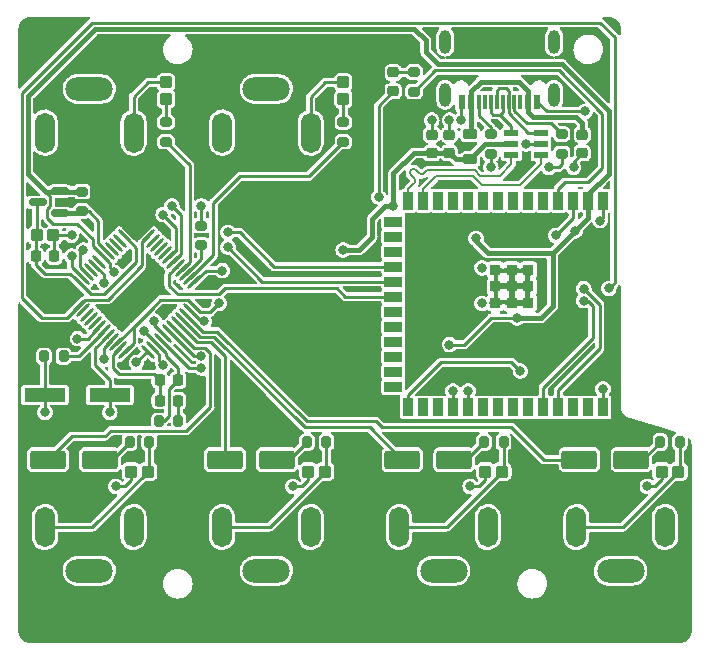
<source format=gtl>
G04 #@! TF.GenerationSoftware,KiCad,Pcbnew,7.0.2*
G04 #@! TF.CreationDate,2024-02-24T12:26:05+01:00*
G04 #@! TF.ProjectId,dsp_board,6473705f-626f-4617-9264-2e6b69636164,rev?*
G04 #@! TF.SameCoordinates,Original*
G04 #@! TF.FileFunction,Copper,L1,Top*
G04 #@! TF.FilePolarity,Positive*
%FSLAX46Y46*%
G04 Gerber Fmt 4.6, Leading zero omitted, Abs format (unit mm)*
G04 Created by KiCad (PCBNEW 7.0.2) date 2024-02-24 12:26:05*
%MOMM*%
%LPD*%
G01*
G04 APERTURE LIST*
G04 Aperture macros list*
%AMRoundRect*
0 Rectangle with rounded corners*
0 $1 Rounding radius*
0 $2 $3 $4 $5 $6 $7 $8 $9 X,Y pos of 4 corners*
0 Add a 4 corners polygon primitive as box body*
4,1,4,$2,$3,$4,$5,$6,$7,$8,$9,$2,$3,0*
0 Add four circle primitives for the rounded corners*
1,1,$1+$1,$2,$3*
1,1,$1+$1,$4,$5*
1,1,$1+$1,$6,$7*
1,1,$1+$1,$8,$9*
0 Add four rect primitives between the rounded corners*
20,1,$1+$1,$2,$3,$4,$5,0*
20,1,$1+$1,$4,$5,$6,$7,0*
20,1,$1+$1,$6,$7,$8,$9,0*
20,1,$1+$1,$8,$9,$2,$3,0*%
%AMHorizOval*
0 Thick line with rounded ends*
0 $1 width*
0 $2 $3 position (X,Y) of the first rounded end (center of the circle)*
0 $4 $5 position (X,Y) of the second rounded end (center of the circle)*
0 Add line between two ends*
20,1,$1,$2,$3,$4,$5,0*
0 Add two circle primitives to create the rounded ends*
1,1,$1,$2,$3*
1,1,$1,$4,$5*%
G04 Aperture macros list end*
G04 #@! TA.AperFunction,SMDPad,CuDef*
%ADD10RoundRect,0.218750X-0.381250X0.218750X-0.381250X-0.218750X0.381250X-0.218750X0.381250X0.218750X0*%
G04 #@! TD*
G04 #@! TA.AperFunction,SMDPad,CuDef*
%ADD11RoundRect,0.200000X-0.200000X-0.275000X0.200000X-0.275000X0.200000X0.275000X-0.200000X0.275000X0*%
G04 #@! TD*
G04 #@! TA.AperFunction,ComponentPad*
%ADD12O,4.000000X2.000000*%
G04 #@! TD*
G04 #@! TA.AperFunction,ComponentPad*
%ADD13O,1.700000X3.400000*%
G04 #@! TD*
G04 #@! TA.AperFunction,SMDPad,CuDef*
%ADD14RoundRect,0.225000X0.225000X0.250000X-0.225000X0.250000X-0.225000X-0.250000X0.225000X-0.250000X0*%
G04 #@! TD*
G04 #@! TA.AperFunction,SMDPad,CuDef*
%ADD15R,3.500000X1.200000*%
G04 #@! TD*
G04 #@! TA.AperFunction,SMDPad,CuDef*
%ADD16RoundRect,0.250000X0.275000X-0.287500X0.275000X0.287500X-0.275000X0.287500X-0.275000X-0.287500X0*%
G04 #@! TD*
G04 #@! TA.AperFunction,SMDPad,CuDef*
%ADD17RoundRect,0.200000X0.275000X-0.200000X0.275000X0.200000X-0.275000X0.200000X-0.275000X-0.200000X0*%
G04 #@! TD*
G04 #@! TA.AperFunction,SMDPad,CuDef*
%ADD18RoundRect,0.200000X-0.275000X0.200000X-0.275000X-0.200000X0.275000X-0.200000X0.275000X0.200000X0*%
G04 #@! TD*
G04 #@! TA.AperFunction,SMDPad,CuDef*
%ADD19RoundRect,0.250000X-1.250000X-0.550000X1.250000X-0.550000X1.250000X0.550000X-1.250000X0.550000X0*%
G04 #@! TD*
G04 #@! TA.AperFunction,SMDPad,CuDef*
%ADD20RoundRect,0.250000X0.287500X0.275000X-0.287500X0.275000X-0.287500X-0.275000X0.287500X-0.275000X0*%
G04 #@! TD*
G04 #@! TA.AperFunction,SMDPad,CuDef*
%ADD21RoundRect,0.225000X-0.250000X0.225000X-0.250000X-0.225000X0.250000X-0.225000X0.250000X0.225000X0*%
G04 #@! TD*
G04 #@! TA.AperFunction,SMDPad,CuDef*
%ADD22RoundRect,0.225000X0.250000X-0.225000X0.250000X0.225000X-0.250000X0.225000X-0.250000X-0.225000X0*%
G04 #@! TD*
G04 #@! TA.AperFunction,SMDPad,CuDef*
%ADD23RoundRect,0.040600X0.564400X0.249400X-0.564400X0.249400X-0.564400X-0.249400X0.564400X-0.249400X0*%
G04 #@! TD*
G04 #@! TA.AperFunction,SMDPad,CuDef*
%ADD24R,0.900000X1.500000*%
G04 #@! TD*
G04 #@! TA.AperFunction,SMDPad,CuDef*
%ADD25R,1.500000X0.900000*%
G04 #@! TD*
G04 #@! TA.AperFunction,SMDPad,CuDef*
%ADD26R,0.900000X0.900000*%
G04 #@! TD*
G04 #@! TA.AperFunction,SMDPad,CuDef*
%ADD27RoundRect,0.200000X0.200000X0.275000X-0.200000X0.275000X-0.200000X-0.275000X0.200000X-0.275000X0*%
G04 #@! TD*
G04 #@! TA.AperFunction,SMDPad,CuDef*
%ADD28RoundRect,0.250000X-0.287500X-0.275000X0.287500X-0.275000X0.287500X0.275000X-0.287500X0.275000X0*%
G04 #@! TD*
G04 #@! TA.AperFunction,SMDPad,CuDef*
%ADD29HorizOval,0.280000X-0.452548X-0.452548X0.452548X0.452548X0*%
G04 #@! TD*
G04 #@! TA.AperFunction,SMDPad,CuDef*
%ADD30HorizOval,0.280000X-0.452548X0.452548X0.452548X-0.452548X0*%
G04 #@! TD*
G04 #@! TA.AperFunction,SMDPad,CuDef*
%ADD31R,0.600000X1.250000*%
G04 #@! TD*
G04 #@! TA.AperFunction,SMDPad,CuDef*
%ADD32R,0.300000X1.250000*%
G04 #@! TD*
G04 #@! TA.AperFunction,ComponentPad*
%ADD33O,1.000000X2.000000*%
G04 #@! TD*
G04 #@! TA.AperFunction,SMDPad,CuDef*
%ADD34RoundRect,0.150000X0.587500X0.150000X-0.587500X0.150000X-0.587500X-0.150000X0.587500X-0.150000X0*%
G04 #@! TD*
G04 #@! TA.AperFunction,SMDPad,CuDef*
%ADD35RoundRect,0.218750X0.256250X-0.218750X0.256250X0.218750X-0.256250X0.218750X-0.256250X-0.218750X0*%
G04 #@! TD*
G04 #@! TA.AperFunction,ViaPad*
%ADD36C,0.800000*%
G04 #@! TD*
G04 #@! TA.AperFunction,Conductor*
%ADD37C,0.400000*%
G04 #@! TD*
G04 #@! TA.AperFunction,Conductor*
%ADD38C,0.250000*%
G04 #@! TD*
G04 #@! TA.AperFunction,Conductor*
%ADD39C,0.200000*%
G04 #@! TD*
G04 APERTURE END LIST*
D10*
X72250000Y-98437500D03*
X72250000Y-100562500D03*
D11*
X36175000Y-117250000D03*
X37825000Y-117250000D03*
D12*
X70000000Y-135400000D03*
D13*
X66250000Y-131700000D03*
X73750000Y-131700000D03*
D14*
X47525000Y-121000000D03*
X45975000Y-121000000D03*
D15*
X36250000Y-120500000D03*
X41750000Y-120500000D03*
D16*
X46500000Y-95462500D03*
X46500000Y-94037500D03*
D17*
X49500000Y-107825000D03*
X49500000Y-106175000D03*
D12*
X40000000Y-135400000D03*
D13*
X36250000Y-131700000D03*
X43750000Y-131700000D03*
D18*
X80000000Y-98425000D03*
X80000000Y-100075000D03*
D17*
X61500000Y-99075000D03*
X61500000Y-97425000D03*
D14*
X47525000Y-119250000D03*
X45975000Y-119250000D03*
D12*
X55000000Y-94600000D03*
D13*
X58750000Y-98300000D03*
X51250000Y-98300000D03*
D12*
X40000000Y-94600000D03*
D13*
X43750000Y-98300000D03*
X36250000Y-98300000D03*
D19*
X36500000Y-126000000D03*
X40900000Y-126000000D03*
D20*
X74962500Y-127000000D03*
X73537500Y-127000000D03*
D18*
X74000000Y-98425000D03*
X74000000Y-100075000D03*
D17*
X67500000Y-94825000D03*
X67500000Y-93175000D03*
D20*
X89887500Y-127000000D03*
X88462500Y-127000000D03*
D12*
X85000000Y-135400000D03*
D13*
X81250000Y-131700000D03*
X88750000Y-131700000D03*
D17*
X46500000Y-99075000D03*
X46500000Y-97425000D03*
D21*
X81750000Y-98475000D03*
X81750000Y-100025000D03*
D22*
X69000000Y-100025000D03*
X69000000Y-98475000D03*
D20*
X44962500Y-127000000D03*
X43537500Y-127000000D03*
X59962500Y-127000000D03*
X58537500Y-127000000D03*
D12*
X55000000Y-135400000D03*
D13*
X51250000Y-131700000D03*
X58750000Y-131700000D03*
D19*
X81500000Y-126000000D03*
X85900000Y-126000000D03*
D14*
X37025000Y-108750000D03*
X35475000Y-108750000D03*
D19*
X66500000Y-126000000D03*
X70900000Y-126000000D03*
D11*
X45900000Y-122750000D03*
X47550000Y-122750000D03*
D23*
X78255000Y-100200000D03*
X78255000Y-99250000D03*
X78255000Y-98300000D03*
X75745000Y-98300000D03*
X75745000Y-99250000D03*
X75745000Y-100200000D03*
D24*
X83500000Y-104069500D03*
X82230000Y-104069500D03*
X80960000Y-104069500D03*
X79690000Y-104069500D03*
X78420000Y-104069500D03*
X77150000Y-104069500D03*
X75880000Y-104069500D03*
X74610000Y-104069500D03*
X73340000Y-104069500D03*
X72070000Y-104069500D03*
X70800000Y-104069500D03*
X69530000Y-104069500D03*
X68260000Y-104069500D03*
X66990000Y-104069500D03*
D25*
X65740000Y-105834500D03*
X65740000Y-107104500D03*
X65740000Y-108374500D03*
X65740000Y-109644500D03*
X65740000Y-110914500D03*
X65740000Y-112184500D03*
X65740000Y-113454500D03*
X65740000Y-114724500D03*
X65740000Y-115994500D03*
X65740000Y-117264500D03*
X65740000Y-118534500D03*
X65740000Y-119804500D03*
D24*
X66990000Y-121569500D03*
X68260000Y-121569500D03*
X69530000Y-121569500D03*
X70800000Y-121569500D03*
X72070000Y-121569500D03*
X73340000Y-121569500D03*
X74610000Y-121569500D03*
X75880000Y-121569500D03*
X77150000Y-121569500D03*
X78420000Y-121569500D03*
X79690000Y-121569500D03*
X80960000Y-121569500D03*
X82230000Y-121569500D03*
X83500000Y-121569500D03*
D26*
X75780000Y-111319500D03*
X75780000Y-109919500D03*
X75780000Y-112719500D03*
X74380000Y-109919500D03*
X74380000Y-111319500D03*
X74380000Y-112719500D03*
X77180000Y-109919500D03*
X77180000Y-111319500D03*
X77180000Y-112719500D03*
D27*
X90000000Y-124500000D03*
X88350000Y-124500000D03*
D28*
X35537500Y-107000000D03*
X36962500Y-107000000D03*
D27*
X45075000Y-124500000D03*
X43425000Y-124500000D03*
D19*
X51500000Y-126000000D03*
X55900000Y-126000000D03*
D29*
X48900250Y-110988837D03*
X48546697Y-110635284D03*
X48193143Y-110281731D03*
X47839590Y-109928177D03*
X47486036Y-109574624D03*
X47132483Y-109221070D03*
X46778930Y-108867517D03*
X46425376Y-108513964D03*
X46071823Y-108160410D03*
X45718269Y-107806857D03*
X45364716Y-107453303D03*
X45011163Y-107099750D03*
D30*
X42988837Y-107099750D03*
X42635284Y-107453303D03*
X42281731Y-107806857D03*
X41928177Y-108160410D03*
X41574624Y-108513964D03*
X41221070Y-108867517D03*
X40867517Y-109221070D03*
X40513964Y-109574624D03*
X40160410Y-109928177D03*
X39806857Y-110281731D03*
X39453303Y-110635284D03*
X39099750Y-110988837D03*
D29*
X39099750Y-113011163D03*
X39453303Y-113364716D03*
X39806857Y-113718269D03*
X40160410Y-114071823D03*
X40513964Y-114425376D03*
X40867517Y-114778930D03*
X41221070Y-115132483D03*
X41574624Y-115486036D03*
X41928177Y-115839590D03*
X42281731Y-116193143D03*
X42635284Y-116546697D03*
X42988837Y-116900250D03*
D30*
X45011163Y-116900250D03*
X45364716Y-116546697D03*
X45718269Y-116193143D03*
X46071823Y-115839590D03*
X46425376Y-115486036D03*
X46778930Y-115132483D03*
X47132483Y-114778930D03*
X47486036Y-114425376D03*
X47839590Y-114071823D03*
X48193143Y-113718269D03*
X48546697Y-113364716D03*
X48900250Y-113011163D03*
D27*
X75075000Y-124500000D03*
X73425000Y-124500000D03*
D16*
X61500000Y-95462500D03*
X61500000Y-94037500D03*
D31*
X77950000Y-95675000D03*
X77150000Y-95675000D03*
D32*
X76000000Y-95675000D03*
X75000000Y-95675000D03*
X74500000Y-95675000D03*
X73500000Y-95675000D03*
D31*
X71550000Y-95675000D03*
X72350000Y-95675000D03*
D32*
X73000000Y-95675000D03*
X74000000Y-95675000D03*
X75500000Y-95675000D03*
X76500000Y-95675000D03*
D33*
X79360000Y-90600000D03*
X70140000Y-90600000D03*
X79360000Y-95100000D03*
X70140000Y-95100000D03*
D22*
X70500000Y-100025000D03*
X70500000Y-98475000D03*
D27*
X60075000Y-124500000D03*
X58425000Y-124500000D03*
D18*
X39375000Y-103300000D03*
X39375000Y-104950000D03*
D34*
X37500000Y-105150000D03*
X37500000Y-103250000D03*
X35625000Y-104200000D03*
D35*
X65750000Y-94787500D03*
X65750000Y-93212500D03*
D36*
X42125353Y-110125353D03*
X44637563Y-115112437D03*
X76250000Y-114000000D03*
X70500000Y-116250000D03*
X81125000Y-106625000D03*
X72750000Y-107250000D03*
X65750000Y-104500000D03*
X61500000Y-108250000D03*
X51000000Y-112750000D03*
X41750000Y-122000000D03*
X49750000Y-114250000D03*
X45500000Y-114250000D03*
X36250000Y-122000000D03*
X81880000Y-111519500D03*
X81867452Y-112531551D03*
X79500000Y-107000000D03*
X76500000Y-118500000D03*
X51750000Y-106750000D03*
X38500000Y-108750000D03*
X51750000Y-108000000D03*
X39500000Y-108250000D03*
X70800000Y-120175000D03*
X72075000Y-120175000D03*
X49500000Y-118250000D03*
X64500000Y-103750000D03*
X81000000Y-101250000D03*
X41250000Y-111000000D03*
X83500000Y-120000000D03*
X47000000Y-104500000D03*
X87250000Y-128250000D03*
X42250000Y-128250000D03*
X71500000Y-97250000D03*
X78907635Y-101246731D03*
X74000000Y-101250000D03*
X77000000Y-99250000D03*
X46250000Y-105250000D03*
X38500000Y-107000000D03*
X69000000Y-97250000D03*
X83250000Y-105750000D03*
X73250000Y-109750000D03*
X84000000Y-111500000D03*
X72250000Y-128250000D03*
X49500000Y-104500000D03*
X70500000Y-97250000D03*
X57250000Y-128250000D03*
X41250000Y-117500000D03*
X44000000Y-117750000D03*
X82000000Y-96500000D03*
X46250000Y-118000000D03*
X51250000Y-110000000D03*
X39000000Y-115750000D03*
X49500000Y-117250000D03*
X73250000Y-112750000D03*
D37*
X72750000Y-107500000D02*
X72750000Y-107250000D01*
D38*
X42125353Y-110125353D02*
X41785065Y-109785065D01*
D37*
X83975000Y-96475000D02*
X83975000Y-101775000D01*
X83975000Y-101775000D02*
X82230000Y-103520000D01*
X37550000Y-103300000D02*
X37500000Y-103250000D01*
X79250000Y-108500000D02*
X79250000Y-113000000D01*
D38*
X36940749Y-106000000D02*
X36437500Y-105496751D01*
X70500000Y-116250000D02*
X71750000Y-116250000D01*
D37*
X81125000Y-106625000D02*
X79250000Y-108500000D01*
D38*
X46332538Y-122750000D02*
X46750000Y-122332538D01*
X40300000Y-107300000D02*
X39000000Y-106000000D01*
X40300000Y-107946447D02*
X40300000Y-107300000D01*
D37*
X38500000Y-103300000D02*
X37550000Y-103300000D01*
D38*
X46750000Y-120025000D02*
X47525000Y-119250000D01*
D37*
X38500000Y-103300000D02*
X36300000Y-103300000D01*
D38*
X39000000Y-106000000D02*
X36940749Y-106000000D01*
D37*
X69500000Y-92500000D02*
X80000000Y-92500000D01*
X79250000Y-113000000D02*
X78250000Y-114000000D01*
X67525000Y-89525000D02*
X68500000Y-90500000D01*
X34825000Y-95175000D02*
X40475000Y-89525000D01*
X68500000Y-90500000D02*
X68500000Y-91500000D01*
D38*
X36437500Y-105496751D02*
X36437500Y-104803249D01*
D37*
X68500000Y-91500000D02*
X69500000Y-92500000D01*
D38*
X36437500Y-104803249D02*
X36715749Y-104525000D01*
D37*
X82230000Y-103520000D02*
X82230000Y-104069500D01*
D38*
X47525000Y-119250000D02*
X47525000Y-118249695D01*
D37*
X81125000Y-106625000D02*
X82230000Y-105520000D01*
D38*
X46525305Y-117250000D02*
X46525305Y-117000179D01*
D37*
X39375000Y-103300000D02*
X38500000Y-103300000D01*
D38*
X74000000Y-114000000D02*
X76250000Y-114000000D01*
X46525305Y-117000179D02*
X45718269Y-116193143D01*
X36715749Y-103715749D02*
X36300000Y-103300000D01*
X71750000Y-116250000D02*
X74000000Y-114000000D01*
D37*
X82230000Y-105520000D02*
X82230000Y-104069500D01*
X80000000Y-92500000D02*
X83975000Y-96475000D01*
X40475000Y-89525000D02*
X67525000Y-89525000D01*
D38*
X45900000Y-122750000D02*
X46332538Y-122750000D01*
D37*
X73750000Y-108500000D02*
X72750000Y-107500000D01*
X36300000Y-103300000D02*
X34825000Y-101825000D01*
X34825000Y-101825000D02*
X34825000Y-95175000D01*
D38*
X41785065Y-109785065D02*
X41785065Y-109431512D01*
X44637563Y-115112437D02*
X45718269Y-116193143D01*
X36715749Y-104525000D02*
X36715749Y-103715749D01*
D37*
X73750000Y-108500000D02*
X79250000Y-108500000D01*
D38*
X46750000Y-122332538D02*
X46750000Y-120025000D01*
X41785065Y-109431512D02*
X41221070Y-108867517D01*
D37*
X78250000Y-114000000D02*
X76250000Y-114000000D01*
D38*
X47525000Y-118249695D02*
X46525305Y-117250000D01*
X41221070Y-108867517D02*
X40300000Y-107946447D01*
D37*
X71037500Y-100562500D02*
X70500000Y-100025000D01*
X63950000Y-107150000D02*
X63950000Y-105624500D01*
X61500000Y-108250000D02*
X62850000Y-108250000D01*
X72250000Y-100562500D02*
X71037500Y-100562500D01*
X63950000Y-105624500D02*
X65074500Y-104500000D01*
X72250000Y-100501472D02*
X72250000Y-100562500D01*
X67475000Y-100025000D02*
X65750000Y-101750000D01*
X69000000Y-100025000D02*
X67475000Y-100025000D01*
X75745000Y-99250000D02*
X73501472Y-99250000D01*
X65750000Y-101750000D02*
X65750000Y-104500000D01*
X62850000Y-108250000D02*
X63950000Y-107150000D01*
X65074500Y-104500000D02*
X65750000Y-104500000D01*
X73501472Y-99250000D02*
X72250000Y-100501472D01*
X69000000Y-100025000D02*
X68665000Y-100025000D01*
X70500000Y-100025000D02*
X69000000Y-100025000D01*
D38*
X46027706Y-112447168D02*
X48336255Y-112447168D01*
X49389087Y-113500000D02*
X48900250Y-113011163D01*
X43750000Y-116139087D02*
X43750000Y-114724874D01*
X42281731Y-116193143D02*
X45362437Y-113112437D01*
X48336255Y-112447168D02*
X48900250Y-113011163D01*
X43750000Y-114724874D02*
X45362437Y-113112437D01*
X42988837Y-116900250D02*
X43750000Y-116139087D01*
X51000000Y-112750000D02*
X50250000Y-113500000D01*
X45362437Y-113112437D02*
X46027706Y-112447168D01*
X50250000Y-113500000D02*
X49389087Y-113500000D01*
X40500000Y-116560660D02*
X41574624Y-115486036D01*
X41750000Y-120500000D02*
X41750000Y-122000000D01*
X41750000Y-119250000D02*
X40500000Y-118000000D01*
X40500000Y-118000000D02*
X40500000Y-116560660D01*
X41750000Y-120500000D02*
X41750000Y-119250000D01*
X49431981Y-114250000D02*
X49750000Y-114250000D01*
X48546697Y-113364716D02*
X49431981Y-114250000D01*
X42500000Y-118750000D02*
X45475000Y-118750000D01*
X42000000Y-117181981D02*
X42000000Y-118250000D01*
X45975000Y-121000000D02*
X45975000Y-119250000D01*
X42000000Y-118250000D02*
X42500000Y-118750000D01*
X45475000Y-118750000D02*
X45975000Y-119250000D01*
X42635284Y-116546697D02*
X42000000Y-117181981D01*
D37*
X77150000Y-95675000D02*
X77150000Y-96600000D01*
X81250000Y-97000000D02*
X81750000Y-97500000D01*
X72350000Y-94790000D02*
X72350000Y-95675000D01*
X77150000Y-94760000D02*
X76390000Y-94000000D01*
X81750000Y-97500000D02*
X81750000Y-98475000D01*
X73140000Y-94000000D02*
X72350000Y-94790000D01*
X72350000Y-98337500D02*
X72250000Y-98437500D01*
X72350000Y-95675000D02*
X72350000Y-98337500D01*
X77550000Y-97000000D02*
X81250000Y-97000000D01*
X76390000Y-94000000D02*
X73140000Y-94000000D01*
X72250000Y-95775000D02*
X72350000Y-95675000D01*
X77150000Y-96600000D02*
X77550000Y-97000000D01*
X77150000Y-95675000D02*
X77150000Y-94760000D01*
D38*
X45500000Y-114560660D02*
X45500000Y-114250000D01*
X46425376Y-115486036D02*
X45500000Y-114560660D01*
X61500000Y-97425000D02*
X61500000Y-95462500D01*
X59962500Y-94037500D02*
X61500000Y-94037500D01*
X58750000Y-98300000D02*
X58750000Y-95250000D01*
X58750000Y-95250000D02*
X59962500Y-94037500D01*
X36250000Y-120500000D02*
X36250000Y-122000000D01*
X36250000Y-117325000D02*
X36175000Y-117250000D01*
X36250000Y-120500000D02*
X36250000Y-117325000D01*
X85900000Y-126000000D02*
X86850000Y-126000000D01*
X86850000Y-126000000D02*
X88350000Y-124500000D01*
X49624874Y-115150000D02*
X50843198Y-115150000D01*
X64250000Y-122750000D02*
X64750000Y-123250000D01*
X64750000Y-123250000D02*
X75750000Y-123250000D01*
X50843198Y-115150000D02*
X58443198Y-122750000D01*
X48193143Y-113718269D02*
X49624874Y-115150000D01*
X58443198Y-122750000D02*
X64250000Y-122750000D01*
X78500000Y-126000000D02*
X81500000Y-126000000D01*
X75750000Y-123250000D02*
X78500000Y-126000000D01*
X56925000Y-126000000D02*
X58425000Y-124500000D01*
X55900000Y-126000000D02*
X56925000Y-126000000D01*
X51500000Y-117250000D02*
X50300000Y-116050000D01*
X52000000Y-125500000D02*
X51500000Y-126000000D01*
X51500000Y-126000000D02*
X51500000Y-117250000D01*
X49110660Y-116050000D02*
X50300000Y-116050000D01*
X47486036Y-114425376D02*
X49110660Y-116050000D01*
X35475000Y-107062500D02*
X35537500Y-107000000D01*
X35537500Y-104287500D02*
X35625000Y-104200000D01*
X36250000Y-110250000D02*
X35475000Y-109475000D01*
X35475000Y-108750000D02*
X35475000Y-107062500D01*
X35537500Y-107000000D02*
X35537500Y-104287500D01*
X39099750Y-110988837D02*
X38360913Y-110250000D01*
X41278137Y-111997168D02*
X43997168Y-109278137D01*
D37*
X35475000Y-108750000D02*
X35500000Y-108750000D01*
D38*
X43997168Y-109278137D02*
X43997168Y-108108081D01*
X43997168Y-108108081D02*
X42988837Y-107099750D01*
X38360913Y-110250000D02*
X36250000Y-110250000D01*
X35475000Y-109475000D02*
X35475000Y-108750000D01*
X40108081Y-111997168D02*
X41278137Y-111997168D01*
X39099750Y-110988837D02*
X40108081Y-111997168D01*
X55262500Y-131700000D02*
X51250000Y-131700000D01*
X59962500Y-127000000D02*
X55262500Y-131700000D01*
X60075000Y-124500000D02*
X60075000Y-126887500D01*
X60075000Y-126887500D02*
X59962500Y-127000000D01*
X46500000Y-97425000D02*
X46500000Y-95462500D01*
X58250000Y-123250000D02*
X50600000Y-115600000D01*
X49350000Y-115600000D02*
X47839590Y-114089590D01*
X63750000Y-123250000D02*
X58250000Y-123250000D01*
X47839590Y-114089590D02*
X47839590Y-114071823D01*
X66500000Y-126000000D02*
X63750000Y-123250000D01*
X50600000Y-115600000D02*
X49350000Y-115600000D01*
X70900000Y-126000000D02*
X71925000Y-126000000D01*
X71925000Y-126000000D02*
X73425000Y-124500000D01*
X41350000Y-124000000D02*
X41800000Y-123550000D01*
X41800000Y-123550000D02*
X48200000Y-123550000D01*
X48878553Y-116525000D02*
X47132483Y-114778930D01*
X36500000Y-126000000D02*
X38500000Y-124000000D01*
X48200000Y-123550000D02*
X50225000Y-121525000D01*
X38500000Y-124000000D02*
X41350000Y-124000000D01*
X50225000Y-121525000D02*
X50225000Y-116949695D01*
X49800305Y-116525000D02*
X48878553Y-116525000D01*
X50225000Y-116949695D02*
X49800305Y-116525000D01*
X40900000Y-126000000D02*
X41925000Y-126000000D01*
X41925000Y-126000000D02*
X43425000Y-124500000D01*
X74962500Y-127000000D02*
X70262500Y-131700000D01*
X75075000Y-126887500D02*
X74962500Y-127000000D01*
X70262500Y-131700000D02*
X66250000Y-131700000D01*
X75075000Y-124500000D02*
X75075000Y-126887500D01*
X40262500Y-131700000D02*
X36250000Y-131700000D01*
X45075000Y-124500000D02*
X45075000Y-126887500D01*
X45075000Y-126887500D02*
X44962500Y-127000000D01*
X44962500Y-127000000D02*
X40262500Y-131700000D01*
X74800000Y-96810000D02*
X74800000Y-96800000D01*
X75000000Y-96600000D02*
X74800000Y-96800000D01*
X74000000Y-95675000D02*
X74000000Y-96600000D01*
X75745000Y-97755000D02*
X74800000Y-96810000D01*
X75745000Y-98300000D02*
X75745000Y-97755000D01*
X75000000Y-95675000D02*
X75000000Y-96600000D01*
X74000000Y-96600000D02*
X74200000Y-96800000D01*
X74200000Y-96800000D02*
X74800000Y-96800000D01*
X75500000Y-96636396D02*
X75500000Y-95675000D01*
X78255000Y-98300000D02*
X77163604Y-98300000D01*
X74500000Y-95675000D02*
X74500000Y-94740000D01*
X75300000Y-94550000D02*
X75500000Y-94750000D01*
X75500000Y-94750000D02*
X75500000Y-95675000D01*
X74500000Y-94740000D02*
X74690000Y-94550000D01*
X74690000Y-94550000D02*
X75300000Y-94550000D01*
X77163604Y-98300000D02*
X75500000Y-96636396D01*
X74000000Y-98425000D02*
X74000000Y-97860000D01*
X74000000Y-97860000D02*
X73000000Y-96860000D01*
X73000000Y-95675000D02*
X73000000Y-96860000D01*
X80000000Y-98425000D02*
X79100000Y-97525000D01*
X76000000Y-96500000D02*
X76000000Y-95675000D01*
X77025000Y-97525000D02*
X76000000Y-96500000D01*
X79100000Y-97525000D02*
X77025000Y-97525000D01*
X81880000Y-111519500D02*
X83240000Y-112879500D01*
X83240000Y-116569500D02*
X79690000Y-120119500D01*
X83240000Y-112879500D02*
X83240000Y-116569500D01*
X79690000Y-120119500D02*
X79690000Y-121569500D01*
X81867452Y-112531551D02*
X82192051Y-112531551D01*
X82192051Y-112531551D02*
X82630000Y-112969500D01*
X82630000Y-112969500D02*
X82630000Y-115679500D01*
X78420000Y-119889500D02*
X78420000Y-121569500D01*
X82630000Y-115679500D02*
X78420000Y-119889500D01*
X80960000Y-105540000D02*
X80960000Y-104069500D01*
X80740000Y-103849500D02*
X80960000Y-104069500D01*
X79500000Y-107000000D02*
X80960000Y-105540000D01*
X66990000Y-121569500D02*
X66990000Y-121069500D01*
X76500000Y-118500000D02*
X75750000Y-117750000D01*
X66990000Y-120510000D02*
X66990000Y-121569500D01*
X75750000Y-117750000D02*
X69750000Y-117750000D01*
X69750000Y-117750000D02*
X66990000Y-120510000D01*
X38500000Y-108750000D02*
X38500000Y-109681981D01*
X65740000Y-109644500D02*
X55644500Y-109644500D01*
X55644500Y-109644500D02*
X52750000Y-106750000D01*
X38500000Y-109681981D02*
X39453303Y-110635284D01*
X52750000Y-106750000D02*
X51750000Y-106750000D01*
X39242862Y-108507138D02*
X39242862Y-109717736D01*
X54664500Y-110914500D02*
X51750000Y-108000000D01*
X65740000Y-110914500D02*
X54664500Y-110914500D01*
X39242862Y-109717736D02*
X39806857Y-110281731D01*
X39500000Y-108250000D02*
X39242862Y-108507138D01*
X70800000Y-121569500D02*
X70800000Y-120175000D01*
X72070000Y-121569500D02*
X72070000Y-120180000D01*
X72070000Y-120180000D02*
X72075000Y-120175000D01*
X41221070Y-115132483D02*
X39103553Y-117250000D01*
X39103553Y-117250000D02*
X37825000Y-117250000D01*
X50500000Y-108681981D02*
X50500000Y-104250000D01*
X52750000Y-102000000D02*
X58575000Y-102000000D01*
X50500000Y-104250000D02*
X52750000Y-102000000D01*
X58575000Y-102000000D02*
X61500000Y-99075000D01*
X48546697Y-110635284D02*
X50500000Y-108681981D01*
X47839590Y-109928177D02*
X48500000Y-109267767D01*
X48500000Y-109267767D02*
X48500000Y-101075000D01*
X48500000Y-101075000D02*
X46500000Y-99075000D01*
X49500000Y-108974874D02*
X49500000Y-107825000D01*
X48193143Y-110281731D02*
X49500000Y-108974874D01*
D39*
X73250000Y-102750000D02*
X72500000Y-102000000D01*
X78255000Y-100995000D02*
X76500000Y-102750000D01*
X72500000Y-102000000D02*
X69379500Y-102000000D01*
X76500000Y-102750000D02*
X73250000Y-102750000D01*
X78255000Y-100200000D02*
X78255000Y-100995000D01*
X69379500Y-102000000D02*
X68260000Y-103119500D01*
X68260000Y-103119500D02*
X68260000Y-104069500D01*
X75745000Y-100995000D02*
X74740000Y-102000000D01*
X74740000Y-102000000D02*
X73125000Y-102000000D01*
X67935234Y-101750000D02*
X67935235Y-101750000D01*
X67510970Y-102598527D02*
X67510971Y-102598528D01*
X67935235Y-101750000D02*
X67652392Y-101467157D01*
X75745000Y-100200000D02*
X75745000Y-100995000D01*
X66990000Y-103119500D02*
X66990000Y-104069500D01*
X73125000Y-102000000D02*
X72625000Y-101500000D01*
X67228128Y-101891421D02*
X67510970Y-102174263D01*
X72625000Y-101500000D02*
X68609500Y-101500000D01*
X68609500Y-101500000D02*
X68359500Y-101750000D01*
X67510971Y-102598528D02*
X66990000Y-103119500D01*
X67228139Y-101467168D02*
G75*
G03*
X67228128Y-101891421I212161J-212132D01*
G01*
X67652391Y-101467158D02*
G75*
G03*
X67228129Y-101467158I-212131J-212131D01*
G01*
X67510975Y-102598532D02*
G75*
G03*
X67510970Y-102174263I-212175J212132D01*
G01*
X67935234Y-101750000D02*
G75*
G03*
X68359500Y-101750000I212133J212134D01*
G01*
D38*
X47525000Y-122725000D02*
X47550000Y-122750000D01*
X47525000Y-121000000D02*
X47525000Y-122725000D01*
X49500000Y-118250000D02*
X48482233Y-118250000D01*
X48482233Y-118250000D02*
X46071823Y-115839590D01*
X89887500Y-127000000D02*
X90000000Y-126887500D01*
X90000000Y-126887500D02*
X90000000Y-124500000D01*
X89887500Y-127000000D02*
X85187500Y-131700000D01*
X85187500Y-131700000D02*
X81250000Y-131700000D01*
X44962500Y-94037500D02*
X46500000Y-94037500D01*
X43750000Y-95250000D02*
X44962500Y-94037500D01*
X43750000Y-98300000D02*
X43750000Y-95250000D01*
X65740000Y-112184500D02*
X61684500Y-112184500D01*
X46750000Y-111252832D02*
X46750000Y-110310660D01*
X51500000Y-111500000D02*
X51002832Y-111997168D01*
X46750000Y-110310660D02*
X47486036Y-109574624D01*
X47494336Y-111997168D02*
X46750000Y-111252832D01*
X61000000Y-111500000D02*
X51500000Y-111500000D01*
X51002832Y-111997168D02*
X47494336Y-111997168D01*
X61684500Y-112184500D02*
X61000000Y-111500000D01*
X65740000Y-112184500D02*
X65555500Y-112000000D01*
X64500000Y-103750000D02*
X64500000Y-96037500D01*
X64500000Y-96037500D02*
X65750000Y-94787500D01*
X67462500Y-93212500D02*
X67500000Y-93175000D01*
X65750000Y-93212500D02*
X67462500Y-93212500D01*
X41574624Y-108513964D02*
X40750000Y-107689340D01*
X40750000Y-107689340D02*
X40750000Y-105750000D01*
D37*
X37500000Y-105150000D02*
X39175000Y-105150000D01*
D38*
X40750000Y-105750000D02*
X39950000Y-104950000D01*
X39950000Y-104950000D02*
X39375000Y-104950000D01*
D37*
X39175000Y-105150000D02*
X39375000Y-104950000D01*
D38*
X80259500Y-102500000D02*
X82250000Y-102500000D01*
X83450000Y-101300000D02*
X83450000Y-96692462D01*
X79782538Y-93025000D02*
X69300000Y-93025000D01*
X79690000Y-103069500D02*
X80259500Y-102500000D01*
X79690000Y-104069500D02*
X79690000Y-103069500D01*
X82250000Y-102500000D02*
X83450000Y-101300000D01*
X83450000Y-96692462D02*
X79782538Y-93025000D01*
X69300000Y-93025000D02*
X67500000Y-94825000D01*
X71500000Y-97250000D02*
X71500000Y-95725000D01*
X44000000Y-117750000D02*
X44849750Y-116900250D01*
X41250000Y-110310660D02*
X41250000Y-111000000D01*
X44447168Y-107663745D02*
X45011163Y-107099750D01*
X82225000Y-96475000D02*
X82250000Y-96500000D01*
X49889087Y-110000000D02*
X51250000Y-110000000D01*
X82000000Y-96500000D02*
X82025000Y-96475000D01*
X83250000Y-105750000D02*
X83500000Y-105500000D01*
X42250000Y-128250000D02*
X43000000Y-128250000D01*
X58537500Y-127000000D02*
X58537500Y-127712500D01*
X47000000Y-104500000D02*
X47750000Y-105250000D01*
X79753269Y-101246731D02*
X80000000Y-101000000D01*
X48896447Y-117250000D02*
X49500000Y-117250000D01*
X47342924Y-106342924D02*
X47342924Y-108303523D01*
X45928710Y-117678710D02*
X45928710Y-117110691D01*
X78255000Y-99250000D02*
X77000000Y-99250000D01*
X46250000Y-105250000D02*
X47342924Y-106342924D01*
X47750000Y-105250000D02*
X47750000Y-108603553D01*
X41552832Y-112447168D02*
X44447168Y-109552832D01*
X77950000Y-95675000D02*
X78750000Y-96475000D01*
X41928177Y-115839590D02*
X41250000Y-116517767D01*
X44447168Y-109552832D02*
X44447168Y-107663745D01*
X45928710Y-117110691D02*
X45364716Y-116546697D01*
X40513964Y-109574624D02*
X41250000Y-110310660D01*
X80000000Y-101000000D02*
X80000000Y-100075000D01*
X78750000Y-96475000D02*
X81975000Y-96475000D01*
X88462500Y-127000000D02*
X88462500Y-127662500D01*
X39099750Y-113011163D02*
X39663745Y-112447168D01*
X78907635Y-101246731D02*
X79753269Y-101246731D01*
X43000000Y-128250000D02*
X43537500Y-127712500D01*
X40250000Y-89000000D02*
X34300000Y-94950000D01*
X38110913Y-114000000D02*
X39099750Y-113011163D01*
X84500000Y-111000000D02*
X84500000Y-90250000D01*
X48900250Y-110988837D02*
X49889087Y-110000000D01*
X44849750Y-116900250D02*
X45011163Y-116900250D01*
X73537500Y-127000000D02*
X73537500Y-127712500D01*
X47750000Y-108603553D02*
X47132483Y-109221070D01*
X39663745Y-112447168D02*
X41552832Y-112447168D01*
X84500000Y-90250000D02*
X83250000Y-89000000D01*
X81975000Y-96475000D02*
X82000000Y-96500000D01*
X83500000Y-105500000D02*
X83500000Y-104069500D01*
X71500000Y-95725000D02*
X71550000Y-95675000D01*
X58537500Y-127712500D02*
X58000000Y-128250000D01*
X69000000Y-98475000D02*
X69000000Y-97250000D01*
X84000000Y-111500000D02*
X84500000Y-111000000D01*
X88462500Y-127662500D02*
X87875000Y-128250000D01*
X34300000Y-112300000D02*
X36000000Y-114000000D01*
X37025000Y-108750000D02*
X37025000Y-107062500D01*
X47342924Y-108303523D02*
X46778930Y-108867517D01*
X49500000Y-104500000D02*
X49500000Y-106175000D01*
X74000000Y-101250000D02*
X74000000Y-100075000D01*
X82025000Y-96475000D02*
X82225000Y-96475000D01*
X83250000Y-89000000D02*
X40250000Y-89000000D01*
X58000000Y-128250000D02*
X57250000Y-128250000D01*
X70500000Y-98475000D02*
X70500000Y-97250000D01*
X73000000Y-128250000D02*
X72250000Y-128250000D01*
X37025000Y-107062500D02*
X36962500Y-107000000D01*
X36962500Y-107000000D02*
X38500000Y-107000000D01*
X87875000Y-128250000D02*
X87250000Y-128250000D01*
X81000000Y-101250000D02*
X81000000Y-100775000D01*
X36000000Y-114000000D02*
X38110913Y-114000000D01*
X46250000Y-118000000D02*
X45928710Y-117678710D01*
X40867517Y-114778930D02*
X39896447Y-115750000D01*
X39896447Y-115750000D02*
X39000000Y-115750000D01*
X83500000Y-121569500D02*
X83500000Y-120000000D01*
X73537500Y-127712500D02*
X73000000Y-128250000D01*
X34300000Y-94950000D02*
X34300000Y-112300000D01*
X43537500Y-127712500D02*
X43537500Y-127000000D01*
X41250000Y-116517767D02*
X41250000Y-117500000D01*
X81000000Y-100775000D02*
X81750000Y-100025000D01*
X46778930Y-115132483D02*
X48896447Y-117250000D01*
G04 #@! TA.AperFunction,Conductor*
G36*
X74783154Y-109732931D02*
G01*
X74868784Y-109774466D01*
X74919899Y-109791075D01*
X74928510Y-109793788D01*
X75070698Y-109815789D01*
X75213325Y-109796839D01*
X75272213Y-109780231D01*
X75286054Y-109776114D01*
X75376914Y-109732642D01*
X75430430Y-109720500D01*
X76129039Y-109720500D01*
X76183154Y-109732931D01*
X76268784Y-109774466D01*
X76319899Y-109791075D01*
X76328510Y-109793788D01*
X76470698Y-109815789D01*
X76613325Y-109796839D01*
X76672213Y-109780231D01*
X76686054Y-109776114D01*
X76776914Y-109732642D01*
X76830430Y-109720500D01*
X77254999Y-109720500D01*
X77322038Y-109740185D01*
X77367793Y-109792989D01*
X77378999Y-109844500D01*
X77378999Y-110268536D01*
X77366568Y-110322651D01*
X77326888Y-110404458D01*
X77326884Y-110404466D01*
X77325032Y-110408286D01*
X77323720Y-110412322D01*
X77323717Y-110412331D01*
X77308423Y-110459402D01*
X77305707Y-110468019D01*
X77283710Y-110610203D01*
X77283710Y-110610205D01*
X77283710Y-110610207D01*
X77302662Y-110752834D01*
X77319271Y-110811722D01*
X77323387Y-110825557D01*
X77366855Y-110916409D01*
X77378999Y-110969926D01*
X77378999Y-111668536D01*
X77366568Y-111722651D01*
X77326888Y-111804458D01*
X77326884Y-111804466D01*
X77325032Y-111808286D01*
X77323720Y-111812322D01*
X77323717Y-111812331D01*
X77308423Y-111859402D01*
X77305707Y-111868019D01*
X77283710Y-112010203D01*
X77283710Y-112010205D01*
X77283710Y-112010207D01*
X77301188Y-112141739D01*
X77302663Y-112152838D01*
X77310210Y-112179597D01*
X77319271Y-112211722D01*
X77323387Y-112225557D01*
X77366855Y-112316409D01*
X77378999Y-112369926D01*
X77378999Y-112845500D01*
X77359314Y-112912539D01*
X77306510Y-112958294D01*
X77254999Y-112969500D01*
X75542700Y-112969500D01*
X75501445Y-112962436D01*
X75453531Y-112945532D01*
X75425901Y-112931702D01*
X75419388Y-112927350D01*
X75419378Y-112927344D01*
X75415844Y-112924983D01*
X75412015Y-112923126D01*
X75412012Y-112923124D01*
X75295040Y-112866388D01*
X75295036Y-112866386D01*
X75291213Y-112864532D01*
X75287171Y-112863218D01*
X75287167Y-112863217D01*
X75240097Y-112847923D01*
X75231479Y-112845207D01*
X75089295Y-112823210D01*
X75089293Y-112823210D01*
X75089292Y-112823210D01*
X74946665Y-112842162D01*
X74946662Y-112842162D01*
X74946660Y-112842163D01*
X74887777Y-112858771D01*
X74873974Y-112862876D01*
X74744181Y-112924964D01*
X74739553Y-112928056D01*
X74707836Y-112943245D01*
X74653675Y-112960257D01*
X74653657Y-112960263D01*
X74650466Y-112961266D01*
X74649378Y-112961741D01*
X74606536Y-112969500D01*
X74208035Y-112969500D01*
X74169719Y-112963432D01*
X74165758Y-112962145D01*
X74165756Y-112962144D01*
X74107567Y-112943238D01*
X74093770Y-112938972D01*
X74093767Y-112938971D01*
X74076215Y-112936448D01*
X74069164Y-112935434D01*
X74016595Y-112914901D01*
X73945317Y-112865932D01*
X73912140Y-112849530D01*
X73903018Y-112845020D01*
X73851646Y-112797665D01*
X73834032Y-112730052D01*
X73855767Y-112663649D01*
X73895844Y-112626550D01*
X73969166Y-112584103D01*
X74003232Y-112557248D01*
X74017217Y-112546224D01*
X74021265Y-112542936D01*
X74028426Y-112537124D01*
X74052218Y-112510636D01*
X74111662Y-112473918D01*
X74127748Y-112471751D01*
X74130000Y-112469500D01*
X74130000Y-112459580D01*
X74149685Y-112392541D01*
X74150899Y-112390688D01*
X74172150Y-112358884D01*
X74172150Y-112358883D01*
X74174516Y-112355343D01*
X74234967Y-112230713D01*
X74251576Y-112179597D01*
X74254291Y-112170981D01*
X74276289Y-112028792D01*
X74257337Y-111886165D01*
X74240728Y-111827277D01*
X74236612Y-111813443D01*
X74217435Y-111773361D01*
X74193143Y-111722586D01*
X74181000Y-111669070D01*
X74181000Y-111569500D01*
X74630000Y-111569500D01*
X74630000Y-112469500D01*
X75530000Y-112469500D01*
X75530000Y-111569500D01*
X76030000Y-111569500D01*
X76030000Y-112469500D01*
X76930000Y-112469500D01*
X76930000Y-111569500D01*
X76030000Y-111569500D01*
X75530000Y-111569500D01*
X74630000Y-111569500D01*
X74181000Y-111569500D01*
X74181000Y-110970461D01*
X74193432Y-110916346D01*
X74233109Y-110834543D01*
X74233109Y-110834541D01*
X74234970Y-110830706D01*
X74251578Y-110779591D01*
X74254291Y-110770981D01*
X74276289Y-110628792D01*
X74257337Y-110486165D01*
X74240728Y-110427277D01*
X74236612Y-110413443D01*
X74174515Y-110283653D01*
X74162844Y-110266186D01*
X74149644Y-110240301D01*
X74137693Y-110207974D01*
X74130809Y-110169500D01*
X74630000Y-110169500D01*
X74630000Y-111069500D01*
X75530000Y-111069500D01*
X75530000Y-110169500D01*
X76030000Y-110169500D01*
X76030000Y-111069500D01*
X76930000Y-111069500D01*
X76930000Y-110169500D01*
X76030000Y-110169500D01*
X75530000Y-110169500D01*
X74630000Y-110169500D01*
X74130809Y-110169500D01*
X74130000Y-110164978D01*
X74130000Y-109844500D01*
X74149685Y-109777461D01*
X74202489Y-109731706D01*
X74254000Y-109720500D01*
X74729039Y-109720500D01*
X74783154Y-109732931D01*
G37*
G04 #@! TD.AperFunction*
G04 #@! TA.AperFunction,NonConductor*
G36*
X84004309Y-88500877D02*
G01*
X84045519Y-88504482D01*
X84173820Y-88517120D01*
X84189703Y-88520010D01*
X84256837Y-88537998D01*
X84259807Y-88538846D01*
X84353264Y-88567196D01*
X84366359Y-88572207D01*
X84434466Y-88603966D01*
X84439295Y-88606380D01*
X84520369Y-88649715D01*
X84530485Y-88655929D01*
X84593673Y-88700174D01*
X84599693Y-88704742D01*
X84669396Y-88761945D01*
X84676596Y-88768469D01*
X84731529Y-88823402D01*
X84738053Y-88830602D01*
X84795256Y-88900305D01*
X84799824Y-88906325D01*
X84844069Y-88969513D01*
X84850283Y-88979629D01*
X84893618Y-89060703D01*
X84896032Y-89065532D01*
X84927791Y-89133639D01*
X84932804Y-89146739D01*
X84961129Y-89240112D01*
X84962019Y-89243228D01*
X84979986Y-89310282D01*
X84982882Y-89326202D01*
X84995523Y-89454554D01*
X84998220Y-89485379D01*
X84998684Y-89490678D01*
X84999124Y-89495699D01*
X84999500Y-89504316D01*
X84999499Y-89979746D01*
X84980592Y-90037937D01*
X84931091Y-90073901D01*
X84869906Y-90073901D01*
X84820406Y-90037937D01*
X84811557Y-90023223D01*
X84810939Y-90021960D01*
X84807287Y-90017061D01*
X84797983Y-90008496D01*
X84764311Y-89977498D01*
X84761383Y-89974689D01*
X83553436Y-88766742D01*
X83540561Y-88750886D01*
X83533068Y-88739418D01*
X83506540Y-88718770D01*
X83497348Y-88710654D01*
X83496112Y-88709418D01*
X83478574Y-88696896D01*
X83475297Y-88694452D01*
X83453678Y-88677626D01*
X83419369Y-88626965D01*
X83421391Y-88565813D01*
X83458970Y-88517528D01*
X83514483Y-88500500D01*
X83995680Y-88500500D01*
X84004309Y-88500877D01*
G37*
G04 #@! TD.AperFunction*
G04 #@! TA.AperFunction,NonConductor*
G36*
X76218923Y-94473407D02*
G01*
X76230736Y-94483496D01*
X76375636Y-94628396D01*
X76403413Y-94682913D01*
X76393842Y-94743345D01*
X76350577Y-94786610D01*
X76324945Y-94795498D01*
X76269314Y-94806563D01*
X76230688Y-94806563D01*
X76175068Y-94795500D01*
X76175067Y-94795500D01*
X75976188Y-94795500D01*
X75917997Y-94776593D01*
X75882033Y-94727093D01*
X75878538Y-94712792D01*
X75875953Y-94697298D01*
X75875363Y-94693253D01*
X75874638Y-94687434D01*
X75868752Y-94640218D01*
X75868750Y-94640215D01*
X75868134Y-94635268D01*
X75866273Y-94629458D01*
X75850666Y-94600619D01*
X75839599Y-94540443D01*
X75866015Y-94485255D01*
X75919826Y-94456133D01*
X75937734Y-94454500D01*
X76160732Y-94454500D01*
X76218923Y-94473407D01*
G37*
G04 #@! TD.AperFunction*
G04 #@! TA.AperFunction,NonConductor*
G36*
X74114460Y-94473407D02*
G01*
X74150424Y-94522907D01*
X74151153Y-94581750D01*
X74139104Y-94622219D01*
X74137856Y-94626113D01*
X74118884Y-94681377D01*
X74118002Y-94687434D01*
X74118208Y-94692412D01*
X74101719Y-94751334D01*
X74053746Y-94789311D01*
X74019292Y-94795500D01*
X73824931Y-94795500D01*
X73769312Y-94806563D01*
X73730688Y-94806563D01*
X73687957Y-94798064D01*
X73675067Y-94795500D01*
X73675066Y-94795500D01*
X73324931Y-94795500D01*
X73269312Y-94806563D01*
X73230687Y-94806563D01*
X73200075Y-94800474D01*
X73146691Y-94770578D01*
X73121075Y-94715013D01*
X73133012Y-94655003D01*
X73149381Y-94633378D01*
X73299263Y-94483496D01*
X73353781Y-94455719D01*
X73369267Y-94454500D01*
X74056269Y-94454500D01*
X74114460Y-94473407D01*
G37*
G04 #@! TD.AperFunction*
G04 #@! TA.AperFunction,NonConductor*
G36*
X83109989Y-89398407D02*
G01*
X83121802Y-89408496D01*
X84091504Y-90378198D01*
X84119281Y-90432715D01*
X84120500Y-90448202D01*
X84120500Y-95738731D01*
X84101593Y-95796922D01*
X84052093Y-95832886D01*
X83990907Y-95832886D01*
X83951496Y-95808735D01*
X80343358Y-92200597D01*
X80335960Y-92192318D01*
X80312631Y-92163064D01*
X80286849Y-92145486D01*
X80264569Y-92130295D01*
X80261567Y-92128165D01*
X80212037Y-92091612D01*
X80202676Y-92086886D01*
X80143844Y-92068739D01*
X80140327Y-92067581D01*
X80082249Y-92047258D01*
X80071900Y-92045500D01*
X80068505Y-92045500D01*
X80010367Y-92045500D01*
X80006665Y-92045431D01*
X79945139Y-92043128D01*
X79927128Y-92045500D01*
X79474368Y-92045500D01*
X79416177Y-92026593D01*
X79380213Y-91977093D01*
X79380213Y-91915907D01*
X79416177Y-91866407D01*
X79457176Y-91849004D01*
X79499985Y-91841455D01*
X79577867Y-91827723D01*
X79647910Y-91797509D01*
X79739818Y-91757864D01*
X79881294Y-91652539D01*
X79994667Y-91517427D01*
X80073824Y-91359811D01*
X80080414Y-91332005D01*
X80099850Y-91249999D01*
X80994722Y-91249999D01*
X81001260Y-91324726D01*
X80999579Y-91332005D01*
X81003239Y-91352174D01*
X81004451Y-91361197D01*
X81004654Y-91363522D01*
X81005032Y-91372154D01*
X81005032Y-91385397D01*
X81007536Y-91396462D01*
X81013792Y-91467974D01*
X81034045Y-91543558D01*
X81033599Y-91552051D01*
X81041417Y-91572881D01*
X81044358Y-91582049D01*
X81045152Y-91585013D01*
X81046933Y-91592951D01*
X81049004Y-91604366D01*
X81052673Y-91613078D01*
X81070425Y-91679330D01*
X81104865Y-91753187D01*
X81106023Y-91762621D01*
X81118189Y-91782983D01*
X81122929Y-91791926D01*
X81124891Y-91796134D01*
X81127852Y-91803182D01*
X81131192Y-91812081D01*
X81135258Y-91818366D01*
X81159302Y-91869927D01*
X81162899Y-91877641D01*
X81211508Y-91947062D01*
X81214571Y-91957080D01*
X81230986Y-91975869D01*
X81237530Y-91984224D01*
X81241586Y-91990017D01*
X81245474Y-91996021D01*
X81249000Y-92001923D01*
X81252708Y-92005901D01*
X81282451Y-92048379D01*
X81288402Y-92056877D01*
X81350644Y-92119119D01*
X81355829Y-92129295D01*
X81376131Y-92145486D01*
X81384399Y-92152874D01*
X81391799Y-92160274D01*
X81396335Y-92165127D01*
X81398681Y-92167812D01*
X81401331Y-92169806D01*
X81443123Y-92211598D01*
X81443126Y-92211600D01*
X81517910Y-92263965D01*
X81525337Y-92273821D01*
X81548952Y-92286529D01*
X81558823Y-92292612D01*
X81571028Y-92301158D01*
X81575414Y-92304437D01*
X81576486Y-92304980D01*
X81622361Y-92337102D01*
X81622362Y-92337102D01*
X81622363Y-92337103D01*
X81708084Y-92377076D01*
X81717762Y-92386100D01*
X81743923Y-92394601D01*
X81755166Y-92399030D01*
X81820670Y-92429575D01*
X81915215Y-92454908D01*
X81927046Y-92462591D01*
X81954863Y-92466359D01*
X81967189Y-92468834D01*
X82032023Y-92486207D01*
X82132808Y-92495024D01*
X82146574Y-92500867D01*
X82175065Y-92499587D01*
X82188123Y-92499863D01*
X82250000Y-92505277D01*
X82354079Y-92496171D01*
X82369453Y-92499720D01*
X82397593Y-92493297D01*
X82410985Y-92491192D01*
X82467977Y-92486207D01*
X82679330Y-92429575D01*
X82877639Y-92337102D01*
X83056877Y-92211598D01*
X83211598Y-92056877D01*
X83337102Y-91877639D01*
X83429575Y-91679330D01*
X83486207Y-91467977D01*
X83505277Y-91250000D01*
X83486207Y-91032023D01*
X83429575Y-90820670D01*
X83386953Y-90729268D01*
X83337103Y-90622364D01*
X83337100Y-90622360D01*
X83211598Y-90443123D01*
X83056877Y-90288402D01*
X82984908Y-90238009D01*
X82877636Y-90162896D01*
X82679334Y-90070426D01*
X82503170Y-90023223D01*
X82467977Y-90013793D01*
X82467976Y-90013792D01*
X82467973Y-90013792D01*
X82411001Y-90008808D01*
X82397601Y-90006703D01*
X82379213Y-90002506D01*
X82378307Y-90002969D01*
X82354082Y-90003828D01*
X82250000Y-89994722D01*
X82188145Y-90000134D01*
X82175075Y-90000411D01*
X82157069Y-89999602D01*
X82156758Y-89999839D01*
X82132811Y-90004975D01*
X82049018Y-90012306D01*
X82032023Y-90013793D01*
X81997824Y-90022956D01*
X81967204Y-90031161D01*
X81954871Y-90033638D01*
X81937561Y-90035982D01*
X81915216Y-90045090D01*
X81820674Y-90070423D01*
X81755183Y-90100962D01*
X81743938Y-90105391D01*
X81727311Y-90110793D01*
X81708087Y-90122923D01*
X81622363Y-90162897D01*
X81576486Y-90195020D01*
X81575897Y-90195199D01*
X81571014Y-90198851D01*
X81558828Y-90207384D01*
X81548957Y-90213467D01*
X81533644Y-90221707D01*
X81517913Y-90236032D01*
X81443123Y-90288401D01*
X81401335Y-90330189D01*
X81399697Y-90331023D01*
X81396330Y-90334877D01*
X81391784Y-90339741D01*
X81384418Y-90347107D01*
X81376141Y-90354503D01*
X81362710Y-90365213D01*
X81350644Y-90380880D01*
X81288404Y-90443120D01*
X81252709Y-90494098D01*
X81250285Y-90495924D01*
X81245465Y-90503991D01*
X81241581Y-90509988D01*
X81237535Y-90515767D01*
X81230991Y-90524123D01*
X81219933Y-90536779D01*
X81211510Y-90552936D01*
X81162898Y-90622360D01*
X81135260Y-90681630D01*
X81132400Y-90684695D01*
X81127848Y-90696826D01*
X81124887Y-90703875D01*
X81122930Y-90708072D01*
X81118192Y-90717010D01*
X81109845Y-90730979D01*
X81104866Y-90746809D01*
X81070423Y-90820672D01*
X81052672Y-90886920D01*
X81049777Y-90891377D01*
X81046933Y-90907049D01*
X81045150Y-90914998D01*
X81044357Y-90917957D01*
X81041419Y-90927115D01*
X81035964Y-90941650D01*
X81034045Y-90956439D01*
X81013792Y-91032024D01*
X81007536Y-91103536D01*
X81005032Y-91109435D01*
X81005032Y-91127845D01*
X81004653Y-91136499D01*
X81004451Y-91138801D01*
X81003239Y-91147822D01*
X81000644Y-91162120D01*
X81001260Y-91175272D01*
X80994722Y-91249999D01*
X80099850Y-91249999D01*
X80114500Y-91188190D01*
X80114500Y-90058943D01*
X80114500Y-90058942D01*
X80114500Y-90056059D01*
X80099160Y-89924816D01*
X80038836Y-89759076D01*
X80038834Y-89759074D01*
X80038834Y-89759072D01*
X79941917Y-89611716D01*
X79877041Y-89550510D01*
X79847690Y-89496825D01*
X79855499Y-89436140D01*
X79897487Y-89391635D01*
X79944979Y-89379500D01*
X83051798Y-89379500D01*
X83109989Y-89398407D01*
G37*
G04 #@! TD.AperFunction*
G04 #@! TA.AperFunction,NonConductor*
G36*
X78825527Y-89398407D02*
G01*
X78861491Y-89447907D01*
X78861491Y-89509093D01*
X78843174Y-89542136D01*
X78725334Y-89682570D01*
X78646174Y-89840192D01*
X78605500Y-90011809D01*
X78605500Y-90011812D01*
X78605500Y-91143941D01*
X78605833Y-91146797D01*
X78605834Y-91146800D01*
X78607625Y-91162120D01*
X78620840Y-91275184D01*
X78652148Y-91361203D01*
X78681165Y-91440927D01*
X78778083Y-91588283D01*
X78778084Y-91588284D01*
X78778085Y-91588285D01*
X78906377Y-91709322D01*
X79059124Y-91797510D01*
X79223457Y-91846707D01*
X79239177Y-91851414D01*
X79238251Y-91854504D01*
X79277739Y-91869927D01*
X79310763Y-91921434D01*
X79307205Y-91982516D01*
X79268424Y-92029841D01*
X79214989Y-92045500D01*
X70254368Y-92045500D01*
X70196177Y-92026593D01*
X70160213Y-91977093D01*
X70160213Y-91915907D01*
X70196177Y-91866407D01*
X70237176Y-91849004D01*
X70279985Y-91841455D01*
X70357867Y-91827723D01*
X70427910Y-91797509D01*
X70519818Y-91757864D01*
X70661294Y-91652539D01*
X70774667Y-91517427D01*
X70853824Y-91359811D01*
X70860414Y-91332005D01*
X70894500Y-91188190D01*
X70894500Y-90058943D01*
X70894500Y-90058942D01*
X70894500Y-90056059D01*
X70879160Y-89924816D01*
X70818836Y-89759076D01*
X70818834Y-89759074D01*
X70818834Y-89759072D01*
X70721917Y-89611716D01*
X70657041Y-89550510D01*
X70627690Y-89496825D01*
X70635499Y-89436140D01*
X70677487Y-89391635D01*
X70724979Y-89379500D01*
X78767336Y-89379500D01*
X78825527Y-89398407D01*
G37*
G04 #@! TD.AperFunction*
G04 #@! TA.AperFunction,NonConductor*
G36*
X69605527Y-89398407D02*
G01*
X69641491Y-89447907D01*
X69641491Y-89509093D01*
X69623174Y-89542136D01*
X69505334Y-89682570D01*
X69426174Y-89840192D01*
X69385500Y-90011809D01*
X69385500Y-90011812D01*
X69385500Y-91143941D01*
X69385833Y-91146797D01*
X69385834Y-91146800D01*
X69387625Y-91162120D01*
X69400840Y-91275184D01*
X69432148Y-91361203D01*
X69461165Y-91440927D01*
X69558083Y-91588283D01*
X69558084Y-91588284D01*
X69558085Y-91588285D01*
X69686377Y-91709322D01*
X69839124Y-91797510D01*
X70003457Y-91846707D01*
X70019177Y-91851414D01*
X70018251Y-91854504D01*
X70057739Y-91869927D01*
X70090763Y-91921434D01*
X70087205Y-91982516D01*
X70048424Y-92029841D01*
X69994989Y-92045500D01*
X69729268Y-92045500D01*
X69671077Y-92026593D01*
X69659264Y-92016504D01*
X68983496Y-91340735D01*
X68955719Y-91286218D01*
X68954500Y-91270731D01*
X68954500Y-90531084D01*
X68955123Y-90519999D01*
X68956251Y-90509988D01*
X68959313Y-90482814D01*
X68948498Y-90425658D01*
X68947878Y-90422006D01*
X68945646Y-90407194D01*
X68939214Y-90364521D01*
X68939213Y-90364520D01*
X68938706Y-90361152D01*
X68935433Y-90351206D01*
X68924325Y-90330189D01*
X68906673Y-90296789D01*
X68905004Y-90293484D01*
X68904688Y-90292827D01*
X68879767Y-90241079D01*
X68879765Y-90241077D01*
X68878288Y-90238009D01*
X68872228Y-90229468D01*
X68828684Y-90185923D01*
X68826115Y-90183256D01*
X68784264Y-90138151D01*
X68769854Y-90127094D01*
X68191265Y-89548504D01*
X68163488Y-89493987D01*
X68173059Y-89433555D01*
X68216324Y-89390290D01*
X68261269Y-89379500D01*
X69547336Y-89379500D01*
X69605527Y-89398407D01*
G37*
G04 #@! TD.AperFunction*
G04 #@! TA.AperFunction,NonConductor*
G36*
X79642527Y-93423407D02*
G01*
X79654340Y-93433496D01*
X81913391Y-95692547D01*
X81941168Y-95747064D01*
X81931597Y-95807496D01*
X81888332Y-95850761D01*
X81867080Y-95858674D01*
X81766205Y-95883537D01*
X81625472Y-95957399D01*
X81583859Y-95994266D01*
X81506502Y-96062799D01*
X81506501Y-96062800D01*
X81497695Y-96070602D01*
X81441601Y-96095038D01*
X81432045Y-96095500D01*
X80115961Y-96095500D01*
X80057770Y-96076593D01*
X80021806Y-96027093D01*
X80021806Y-95965907D01*
X80027491Y-95952070D01*
X80061908Y-95883537D01*
X80073824Y-95859811D01*
X80114500Y-95688188D01*
X80114500Y-94556059D01*
X80099160Y-94424816D01*
X80038836Y-94259076D01*
X80038834Y-94259074D01*
X80038834Y-94259072D01*
X79941916Y-94111716D01*
X79873809Y-94047460D01*
X79813623Y-93990678D01*
X79660876Y-93902490D01*
X79491909Y-93851905D01*
X79315831Y-93841649D01*
X79315830Y-93841649D01*
X79315829Y-93841649D01*
X79142132Y-93872276D01*
X78980183Y-93942135D01*
X78838707Y-94047460D01*
X78737277Y-94168338D01*
X78685388Y-94200761D01*
X78624352Y-94196492D01*
X78577851Y-94157748D01*
X78555202Y-94122060D01*
X78435392Y-94009551D01*
X78291368Y-93930373D01*
X78132177Y-93889500D01*
X78009075Y-93889500D01*
X78006000Y-93889888D01*
X78005991Y-93889889D01*
X77886943Y-93904928D01*
X77734127Y-93965432D01*
X77601163Y-94062035D01*
X77496398Y-94188676D01*
X77468389Y-94248197D01*
X77426504Y-94292799D01*
X77366403Y-94304263D01*
X77311041Y-94278211D01*
X77308808Y-94276048D01*
X77073241Y-94040481D01*
X76733358Y-93700597D01*
X76725960Y-93692318D01*
X76702631Y-93663064D01*
X76698703Y-93660386D01*
X76654569Y-93630295D01*
X76651567Y-93628165D01*
X76592769Y-93584772D01*
X76594742Y-93582098D01*
X76565559Y-93559878D01*
X76547963Y-93501277D01*
X76568172Y-93443525D01*
X76618467Y-93408682D01*
X76646938Y-93404500D01*
X79584336Y-93404500D01*
X79642527Y-93423407D01*
G37*
G04 #@! TD.AperFunction*
G04 #@! TA.AperFunction,NonConductor*
G36*
X72973504Y-97370198D02*
G01*
X73383614Y-97780308D01*
X73411391Y-97834825D01*
X73401820Y-97895257D01*
X73393266Y-97909100D01*
X73318630Y-98010228D01*
X73283223Y-98111414D01*
X73246157Y-98160094D01*
X73187557Y-98177690D01*
X73129805Y-98157481D01*
X73097021Y-98113312D01*
X73050883Y-97989612D01*
X72989382Y-97907457D01*
X72969330Y-97880670D01*
X72860387Y-97799117D01*
X72860385Y-97799116D01*
X72848993Y-97790588D01*
X72850920Y-97788013D01*
X72820980Y-97764229D01*
X72804500Y-97709535D01*
X72804500Y-97440202D01*
X72823407Y-97382011D01*
X72872907Y-97346047D01*
X72934093Y-97346047D01*
X72973504Y-97370198D01*
G37*
G04 #@! TD.AperFunction*
G04 #@! TA.AperFunction,NonConductor*
G36*
X71367880Y-97891523D02*
G01*
X71419855Y-97923807D01*
X71442928Y-97980475D01*
X71436946Y-98022243D01*
X71399640Y-98122263D01*
X71361589Y-98170178D01*
X71302642Y-98186575D01*
X71245314Y-98165193D01*
X71214124Y-98122263D01*
X71170201Y-98004500D01*
X71173693Y-98003197D01*
X71161877Y-97968533D01*
X71179946Y-97910076D01*
X71228924Y-97873404D01*
X71284557Y-97870986D01*
X71367880Y-97891523D01*
G37*
G04 #@! TD.AperFunction*
G04 #@! TA.AperFunction,NonConductor*
G36*
X69781935Y-98903699D02*
G01*
X69829252Y-98938077D01*
X69907456Y-99042544D01*
X69956822Y-99079499D01*
X70017836Y-99125175D01*
X70103811Y-99157242D01*
X70151725Y-99195293D01*
X70168123Y-99254240D01*
X70146741Y-99311567D01*
X70103811Y-99342758D01*
X70017836Y-99374824D01*
X69907456Y-99457456D01*
X69852529Y-99530829D01*
X69802520Y-99566082D01*
X69773276Y-99570500D01*
X69726724Y-99570500D01*
X69668533Y-99551593D01*
X69647471Y-99530829D01*
X69616736Y-99489773D01*
X69592544Y-99457456D01*
X69543177Y-99420500D01*
X69482163Y-99374824D01*
X69396188Y-99342758D01*
X69348274Y-99304708D01*
X69331876Y-99245761D01*
X69353258Y-99188433D01*
X69396188Y-99157242D01*
X69482163Y-99125175D01*
X69485022Y-99123035D01*
X69592544Y-99042544D01*
X69670747Y-98938077D01*
X69720756Y-98902825D01*
X69781935Y-98903699D01*
G37*
G04 #@! TD.AperFunction*
G04 #@! TA.AperFunction,NonConductor*
G36*
X81078923Y-97473407D02*
G01*
X81090736Y-97483496D01*
X81266504Y-97659264D01*
X81294281Y-97713781D01*
X81295500Y-97729268D01*
X81295500Y-97754561D01*
X81276593Y-97812752D01*
X81255829Y-97833814D01*
X81157456Y-97907456D01*
X81074824Y-98017836D01*
X81026639Y-98147025D01*
X81020782Y-98201507D01*
X81020781Y-98201519D01*
X81020500Y-98204136D01*
X81020500Y-98745864D01*
X81020781Y-98748481D01*
X81020782Y-98748492D01*
X81026639Y-98802974D01*
X81074824Y-98932163D01*
X81098226Y-98963423D01*
X81157456Y-99042544D01*
X81206822Y-99079499D01*
X81267836Y-99125175D01*
X81353811Y-99157242D01*
X81401725Y-99195293D01*
X81418123Y-99254240D01*
X81396741Y-99311567D01*
X81353811Y-99342758D01*
X81267836Y-99374824D01*
X81157456Y-99457456D01*
X81074824Y-99567836D01*
X81026639Y-99697025D01*
X81020782Y-99751507D01*
X81020781Y-99751519D01*
X81020500Y-99754136D01*
X81020500Y-99756781D01*
X81020500Y-100176797D01*
X81001593Y-100234988D01*
X80991503Y-100246801D01*
X80898502Y-100339801D01*
X80843985Y-100367578D01*
X80783553Y-100358006D01*
X80740289Y-100314742D01*
X80729499Y-100269800D01*
X80729499Y-99820252D01*
X80726621Y-99789549D01*
X80681369Y-99660227D01*
X80600010Y-99549990D01*
X80489773Y-99468631D01*
X80489772Y-99468630D01*
X80360453Y-99423379D01*
X80332045Y-99420715D01*
X80332038Y-99420714D01*
X80329749Y-99420500D01*
X80327437Y-99420500D01*
X79672566Y-99420500D01*
X79672544Y-99420500D01*
X79670252Y-99420501D01*
X79667966Y-99420715D01*
X79667950Y-99420716D01*
X79639546Y-99423379D01*
X79510227Y-99468630D01*
X79399990Y-99549990D01*
X79318630Y-99660227D01*
X79269384Y-99800964D01*
X79268460Y-99800640D01*
X79249152Y-99845343D01*
X79196508Y-99876525D01*
X79135590Y-99870808D01*
X79089667Y-99830377D01*
X79084290Y-99819931D01*
X79067074Y-99780939D01*
X79067072Y-99780937D01*
X79060030Y-99764988D01*
X79053822Y-99704118D01*
X79060031Y-99685011D01*
X79067074Y-99669061D01*
X79111638Y-99568134D01*
X79114500Y-99543464D01*
X79114500Y-98956536D01*
X79111638Y-98931866D01*
X79067074Y-98830939D01*
X79067073Y-98830938D01*
X79060031Y-98814989D01*
X79053822Y-98754119D01*
X79060031Y-98735011D01*
X79070876Y-98710451D01*
X79084283Y-98680085D01*
X79125083Y-98634491D01*
X79184892Y-98621586D01*
X79240864Y-98646300D01*
X79271620Y-98699194D01*
X79273338Y-98710334D01*
X79318630Y-98839772D01*
X79339943Y-98868650D01*
X79399990Y-98950010D01*
X79510227Y-99031369D01*
X79639549Y-99076621D01*
X79670251Y-99079500D01*
X80329748Y-99079499D01*
X80360451Y-99076621D01*
X80489773Y-99031369D01*
X80600010Y-98950010D01*
X80681369Y-98839773D01*
X80726621Y-98710451D01*
X80729500Y-98679749D01*
X80729499Y-98170252D01*
X80726621Y-98139549D01*
X80681369Y-98010227D01*
X80600010Y-97899990D01*
X80489773Y-97818631D01*
X80489772Y-97818630D01*
X80360453Y-97773379D01*
X80332045Y-97770715D01*
X80332038Y-97770714D01*
X80329749Y-97770500D01*
X80327438Y-97770500D01*
X79923202Y-97770500D01*
X79865011Y-97751593D01*
X79853198Y-97741504D01*
X79735198Y-97623504D01*
X79707421Y-97568987D01*
X79716992Y-97508555D01*
X79760257Y-97465290D01*
X79805202Y-97454500D01*
X81020732Y-97454500D01*
X81078923Y-97473407D01*
G37*
G04 #@! TD.AperFunction*
G04 #@! TA.AperFunction,NonConductor*
G36*
X74114297Y-97171818D02*
G01*
X74136673Y-97179500D01*
X74136674Y-97179500D01*
X74141381Y-97181116D01*
X74147434Y-97181998D01*
X74205780Y-97179585D01*
X74209871Y-97179500D01*
X74591798Y-97179500D01*
X74649989Y-97198407D01*
X74661802Y-97208496D01*
X75078906Y-97625600D01*
X75106683Y-97680117D01*
X75097112Y-97740549D01*
X75053847Y-97783814D01*
X75048891Y-97786168D01*
X75010940Y-97802925D01*
X74932924Y-97880941D01*
X74888362Y-97981864D01*
X74885830Y-98003686D01*
X74885829Y-98003696D01*
X74885500Y-98006536D01*
X74885500Y-98009400D01*
X74885500Y-98010927D01*
X74885392Y-98011257D01*
X74885335Y-98012253D01*
X74885360Y-98011355D01*
X74866593Y-98069118D01*
X74817093Y-98105082D01*
X74755907Y-98105082D01*
X74706407Y-98069118D01*
X74693056Y-98043625D01*
X74681369Y-98010227D01*
X74666154Y-97989612D01*
X74600010Y-97899990D01*
X74489773Y-97818631D01*
X74489772Y-97818630D01*
X74426210Y-97796389D01*
X74377530Y-97759324D01*
X74373264Y-97748793D01*
X74371765Y-97749605D01*
X74338472Y-97688087D01*
X74336598Y-97684446D01*
X74333170Y-97677433D01*
X74313126Y-97636432D01*
X74313125Y-97636431D01*
X74310940Y-97631961D01*
X74307287Y-97627061D01*
X74303423Y-97623504D01*
X74264311Y-97587498D01*
X74261383Y-97584689D01*
X74012153Y-97335459D01*
X73984376Y-97280942D01*
X73993947Y-97220510D01*
X74037212Y-97177245D01*
X74097644Y-97167674D01*
X74114297Y-97171818D01*
G37*
G04 #@! TD.AperFunction*
G04 #@! TA.AperFunction,NonConductor*
G36*
X68331467Y-100498407D02*
G01*
X68352529Y-100519171D01*
X68407456Y-100592544D01*
X68457849Y-100630268D01*
X68517836Y-100675175D01*
X68647025Y-100723360D01*
X68667888Y-100725602D01*
X68704136Y-100729500D01*
X68706782Y-100729500D01*
X69293218Y-100729500D01*
X69295864Y-100729500D01*
X69342542Y-100724481D01*
X69352974Y-100723360D01*
X69482163Y-100675175D01*
X69493138Y-100666959D01*
X69592544Y-100592544D01*
X69647470Y-100519171D01*
X69697480Y-100483918D01*
X69726724Y-100479500D01*
X69773276Y-100479500D01*
X69831467Y-100498407D01*
X69852529Y-100519171D01*
X69907456Y-100592544D01*
X69957849Y-100630268D01*
X70017836Y-100675175D01*
X70147025Y-100723360D01*
X70167888Y-100725602D01*
X70204136Y-100729500D01*
X70520732Y-100729500D01*
X70578923Y-100748407D01*
X70590736Y-100758496D01*
X70694141Y-100861901D01*
X70701539Y-100870181D01*
X70713148Y-100884739D01*
X70724869Y-100899436D01*
X70763785Y-100925968D01*
X70772930Y-100932203D01*
X70775929Y-100934330D01*
X70817779Y-100965217D01*
X70819985Y-100966845D01*
X70855577Y-101016613D01*
X70855119Y-101077797D01*
X70818786Y-101127026D01*
X70761196Y-101145500D01*
X68656535Y-101145500D01*
X68636219Y-101143393D01*
X68624353Y-101140905D01*
X68593587Y-101144740D01*
X68581342Y-101145500D01*
X68580122Y-101145500D01*
X68560356Y-101148797D01*
X68556316Y-101149385D01*
X68501603Y-101156206D01*
X68497537Y-101157508D01*
X68449015Y-101183767D01*
X68445379Y-101185638D01*
X68395826Y-101209863D01*
X68392396Y-101212421D01*
X68355041Y-101252998D01*
X68352210Y-101255949D01*
X68217370Y-101390789D01*
X68162853Y-101418566D01*
X68102421Y-101408995D01*
X68077365Y-101390791D01*
X67882289Y-101195715D01*
X67882285Y-101195712D01*
X67876503Y-101189930D01*
X67876496Y-101189924D01*
X67850915Y-101164344D01*
X67755374Y-101104311D01*
X67726032Y-101085874D01*
X67586824Y-101037162D01*
X67476900Y-101024777D01*
X67440260Y-101020649D01*
X67440259Y-101020649D01*
X67425438Y-101022319D01*
X67362858Y-101029369D01*
X67302917Y-101017096D01*
X67261637Y-100971933D01*
X67254787Y-100911133D01*
X67281772Y-100860988D01*
X67634265Y-100508496D01*
X67688781Y-100480719D01*
X67704268Y-100479500D01*
X68273276Y-100479500D01*
X68331467Y-100498407D01*
G37*
G04 #@! TD.AperFunction*
G04 #@! TA.AperFunction,NonConductor*
G36*
X74846473Y-100410305D02*
G01*
X74881317Y-100460600D01*
X74885342Y-100487998D01*
X74885335Y-100487747D01*
X74885354Y-100488080D01*
X74885500Y-100489072D01*
X74885500Y-100493464D01*
X74885829Y-100496304D01*
X74885830Y-100496313D01*
X74888362Y-100518135D01*
X74932924Y-100619058D01*
X74932925Y-100619059D01*
X74932926Y-100619061D01*
X75010939Y-100697074D01*
X75111866Y-100741638D01*
X75136536Y-100744500D01*
X75255153Y-100744500D01*
X75313344Y-100763407D01*
X75349308Y-100812907D01*
X75349308Y-100874093D01*
X75325157Y-100913504D01*
X74816652Y-101422008D01*
X74762135Y-101449785D01*
X74701703Y-101440214D01*
X74658438Y-101396949D01*
X74648370Y-101340072D01*
X74659307Y-101250000D01*
X74640149Y-101092218D01*
X74583787Y-100943605D01*
X74576635Y-100933244D01*
X74486670Y-100802907D01*
X74490434Y-100800308D01*
X74471424Y-100768013D01*
X74477307Y-100707111D01*
X74509293Y-100666962D01*
X74600010Y-100600010D01*
X74681369Y-100489773D01*
X74693055Y-100456374D01*
X74730121Y-100407694D01*
X74788721Y-100390097D01*
X74846473Y-100410305D01*
G37*
G04 #@! TD.AperFunction*
G04 #@! TA.AperFunction,NonConductor*
G36*
X73283593Y-100402303D02*
G01*
X73296944Y-100427796D01*
X73318630Y-100489772D01*
X73347499Y-100528887D01*
X73399990Y-100600010D01*
X73490703Y-100666960D01*
X73526296Y-100716726D01*
X73525838Y-100777910D01*
X73510670Y-100801071D01*
X73513330Y-100802907D01*
X73416213Y-100943603D01*
X73359850Y-101092220D01*
X73340692Y-101250000D01*
X73359850Y-101407779D01*
X73395317Y-101501297D01*
X73398273Y-101562411D01*
X73364742Y-101613591D01*
X73307533Y-101635287D01*
X73248497Y-101619213D01*
X73232746Y-101606407D01*
X72922208Y-101295869D01*
X72894431Y-101241352D01*
X72904002Y-101180920D01*
X72932880Y-101146615D01*
X72969330Y-101119330D01*
X73050883Y-101010387D01*
X73098441Y-100882881D01*
X73104500Y-100826522D01*
X73104500Y-100460494D01*
X73123407Y-100402303D01*
X73172907Y-100366339D01*
X73234093Y-100366339D01*
X73283593Y-100402303D01*
G37*
G04 #@! TD.AperFunction*
G04 #@! TA.AperFunction,NonConductor*
G36*
X77365652Y-99874513D02*
G01*
X77394087Y-99928690D01*
X77395500Y-99945357D01*
X77395500Y-100493464D01*
X77395829Y-100496304D01*
X77395830Y-100496313D01*
X77398362Y-100518135D01*
X77442924Y-100619058D01*
X77442925Y-100619059D01*
X77442926Y-100619061D01*
X77520939Y-100697074D01*
X77621866Y-100741638D01*
X77646536Y-100744500D01*
X77765153Y-100744500D01*
X77823344Y-100763407D01*
X77859308Y-100812907D01*
X77859308Y-100874093D01*
X77835157Y-100913504D01*
X76382157Y-102366504D01*
X76327640Y-102394281D01*
X76312153Y-102395500D01*
X75084846Y-102395500D01*
X75026655Y-102376593D01*
X74990691Y-102327093D01*
X74990691Y-102265907D01*
X75014842Y-102226496D01*
X75452008Y-101789330D01*
X75962414Y-101278923D01*
X75978266Y-101266052D01*
X75988416Y-101259421D01*
X75995749Y-101250000D01*
X76007458Y-101234955D01*
X76015584Y-101225753D01*
X76016442Y-101224896D01*
X76028062Y-101208618D01*
X76030486Y-101205366D01*
X76061085Y-101166056D01*
X76061085Y-101166054D01*
X76064408Y-101161786D01*
X76066340Y-101158032D01*
X76067882Y-101152849D01*
X76067884Y-101152848D01*
X76082096Y-101105107D01*
X76083330Y-101101256D01*
X76099500Y-101054156D01*
X76099500Y-101054152D01*
X76101252Y-101049049D01*
X76101865Y-101044845D01*
X76099585Y-100989719D01*
X76099500Y-100985628D01*
X76099500Y-100843500D01*
X76118407Y-100785309D01*
X76167907Y-100749345D01*
X76198500Y-100744500D01*
X76350599Y-100744500D01*
X76353464Y-100744500D01*
X76378134Y-100741638D01*
X76479061Y-100697074D01*
X76557074Y-100619061D01*
X76601638Y-100518134D01*
X76604500Y-100493464D01*
X76604500Y-99945358D01*
X76623407Y-99887167D01*
X76672907Y-99851203D01*
X76734093Y-99851203D01*
X76749501Y-99857695D01*
X76766207Y-99866463D01*
X76920529Y-99904500D01*
X77079471Y-99904500D01*
X77233793Y-99866463D01*
X77250493Y-99857697D01*
X77310804Y-99847397D01*
X77365652Y-99874513D01*
G37*
G04 #@! TD.AperFunction*
G04 #@! TA.AperFunction,NonConductor*
G36*
X71361113Y-98733882D02*
G01*
X71406491Y-98774924D01*
X71413403Y-98789636D01*
X71449116Y-98885387D01*
X71495756Y-98947689D01*
X71530670Y-98994330D01*
X71580149Y-99031369D01*
X71639612Y-99075883D01*
X71767118Y-99123441D01*
X71783248Y-99125175D01*
X71823478Y-99129500D01*
X71826125Y-99129500D01*
X72673875Y-99129500D01*
X72676522Y-99129500D01*
X72732881Y-99123441D01*
X72732883Y-99123440D01*
X72736651Y-99123035D01*
X72796529Y-99135614D01*
X72837579Y-99180985D01*
X72844119Y-99241820D01*
X72817238Y-99291472D01*
X72267207Y-99841504D01*
X72212690Y-99869281D01*
X72197203Y-99870500D01*
X71823478Y-99870500D01*
X71820862Y-99870781D01*
X71820847Y-99870782D01*
X71767118Y-99876558D01*
X71639612Y-99924116D01*
X71530670Y-100005669D01*
X71483765Y-100068328D01*
X71433756Y-100103582D01*
X71404511Y-100108000D01*
X71328500Y-100108000D01*
X71270309Y-100089093D01*
X71234345Y-100039593D01*
X71229500Y-100009000D01*
X71229500Y-99756781D01*
X71229500Y-99754136D01*
X71225602Y-99717888D01*
X71223360Y-99697025D01*
X71175175Y-99567836D01*
X71116736Y-99489773D01*
X71092544Y-99457456D01*
X71043177Y-99420500D01*
X70982163Y-99374824D01*
X70896188Y-99342758D01*
X70848274Y-99304708D01*
X70831876Y-99245761D01*
X70853258Y-99188433D01*
X70896188Y-99157242D01*
X70982163Y-99125175D01*
X70985022Y-99123035D01*
X71092544Y-99042544D01*
X71175175Y-98932163D01*
X71178738Y-98922610D01*
X71227706Y-98791322D01*
X71231572Y-98792764D01*
X71247221Y-98757826D01*
X71300277Y-98727351D01*
X71361113Y-98733882D01*
G37*
G04 #@! TD.AperFunction*
G04 #@! TA.AperFunction,NonConductor*
G36*
X84066444Y-102423058D02*
G01*
X84109709Y-102466323D01*
X84120499Y-102511268D01*
X84120499Y-102973296D01*
X84101592Y-103031487D01*
X84052092Y-103067451D01*
X84002186Y-103070394D01*
X83975067Y-103065000D01*
X83566767Y-103065000D01*
X83508576Y-103046093D01*
X83472612Y-102996593D01*
X83472612Y-102935407D01*
X83496763Y-102895996D01*
X83720609Y-102672150D01*
X83951496Y-102441263D01*
X84006012Y-102413487D01*
X84066444Y-102423058D01*
G37*
G04 #@! TD.AperFunction*
G04 #@! TA.AperFunction,NonConductor*
G36*
X81740534Y-102898407D02*
G01*
X81776498Y-102947907D01*
X81776498Y-103009093D01*
X81740534Y-103058593D01*
X81701657Y-103075597D01*
X81680698Y-103079766D01*
X81680699Y-103079766D01*
X81650001Y-103100278D01*
X81591113Y-103116886D01*
X81539998Y-103100277D01*
X81509301Y-103079766D01*
X81506682Y-103079245D01*
X81488345Y-103075597D01*
X81434962Y-103045701D01*
X81409346Y-102990136D01*
X81421283Y-102930127D01*
X81466213Y-102888594D01*
X81507660Y-102879500D01*
X81682343Y-102879500D01*
X81740534Y-102898407D01*
G37*
G04 #@! TD.AperFunction*
G04 #@! TA.AperFunction,NonConductor*
G36*
X82781455Y-96569121D02*
G01*
X82809743Y-96588899D01*
X83041504Y-96820660D01*
X83069281Y-96875177D01*
X83070500Y-96890664D01*
X83070500Y-101101798D01*
X83051593Y-101159989D01*
X83041504Y-101171802D01*
X82121802Y-102091504D01*
X82067285Y-102119281D01*
X82051798Y-102120500D01*
X80309127Y-102120500D01*
X80288811Y-102118393D01*
X80275400Y-102115581D01*
X80242035Y-102119740D01*
X80229790Y-102120500D01*
X80228057Y-102120500D01*
X80220993Y-102121678D01*
X80206794Y-102124047D01*
X80202754Y-102124635D01*
X80144785Y-102131862D01*
X80138950Y-102133732D01*
X80134574Y-102136099D01*
X80134573Y-102136100D01*
X80087568Y-102161536D01*
X80083949Y-102163399D01*
X80031469Y-102189055D01*
X80026554Y-102192720D01*
X79987022Y-102235662D01*
X79984190Y-102238614D01*
X79456739Y-102766065D01*
X79440887Y-102778938D01*
X79429417Y-102786432D01*
X79408765Y-102812965D01*
X79400656Y-102822150D01*
X79399417Y-102823388D01*
X79386879Y-102840947D01*
X79384440Y-102844218D01*
X79348573Y-102890302D01*
X79345766Y-102895755D01*
X79329104Y-102951719D01*
X79327856Y-102955614D01*
X79313255Y-102998145D01*
X79276477Y-103047044D01*
X79219626Y-103065000D01*
X79214937Y-103065000D01*
X79140699Y-103079766D01*
X79110001Y-103100278D01*
X79051113Y-103116886D01*
X78999998Y-103100277D01*
X78969301Y-103079766D01*
X78948347Y-103075598D01*
X78895067Y-103065000D01*
X78895066Y-103065000D01*
X77944934Y-103065000D01*
X77870699Y-103079766D01*
X77840001Y-103100278D01*
X77781113Y-103116886D01*
X77729998Y-103100277D01*
X77699301Y-103079766D01*
X77678347Y-103075598D01*
X77625067Y-103065000D01*
X77625066Y-103065000D01*
X76925345Y-103065000D01*
X76867154Y-103046093D01*
X76831190Y-102996593D01*
X76831190Y-102935407D01*
X76855339Y-102895998D01*
X78188545Y-101562792D01*
X78243060Y-101535017D01*
X78303492Y-101544588D01*
X78340022Y-101576559D01*
X78414136Y-101683931D01*
X78533107Y-101789331D01*
X78657277Y-101854500D01*
X78673842Y-101863194D01*
X78828164Y-101901231D01*
X78987106Y-101901231D01*
X79141428Y-101863194D01*
X79282164Y-101789330D01*
X79401133Y-101683932D01*
X79411445Y-101668992D01*
X79460060Y-101631843D01*
X79492920Y-101626231D01*
X79703642Y-101626231D01*
X79723958Y-101628338D01*
X79737369Y-101631150D01*
X79767889Y-101627345D01*
X79770734Y-101626991D01*
X79782979Y-101626231D01*
X79784710Y-101626231D01*
X79784712Y-101626231D01*
X79805992Y-101622679D01*
X79809979Y-101622098D01*
X79863052Y-101615483D01*
X79863053Y-101615482D01*
X79867998Y-101614866D01*
X79873807Y-101613005D01*
X79878192Y-101610631D01*
X79878196Y-101610631D01*
X79925221Y-101585181D01*
X79928791Y-101583344D01*
X79976837Y-101559857D01*
X79976838Y-101559855D01*
X79981317Y-101557666D01*
X79986199Y-101554026D01*
X79989580Y-101550352D01*
X79989585Y-101550350D01*
X80025793Y-101511016D01*
X80028556Y-101508136D01*
X80191074Y-101345618D01*
X80245589Y-101317843D01*
X80306021Y-101327414D01*
X80349286Y-101370679D01*
X80359354Y-101403689D01*
X80359850Y-101407779D01*
X80416213Y-101556396D01*
X80506501Y-101687200D01*
X80625472Y-101792600D01*
X80759978Y-101863194D01*
X80766207Y-101866463D01*
X80920529Y-101904500D01*
X81079471Y-101904500D01*
X81233793Y-101866463D01*
X81374529Y-101792599D01*
X81493498Y-101687201D01*
X81583787Y-101556395D01*
X81640149Y-101407782D01*
X81659307Y-101250000D01*
X81640149Y-101092218D01*
X81583787Y-100943605D01*
X81576635Y-100933244D01*
X81543154Y-100884739D01*
X81525658Y-100826109D01*
X81545965Y-100768392D01*
X81596319Y-100733634D01*
X81624629Y-100729500D01*
X82043218Y-100729500D01*
X82045864Y-100729500D01*
X82092542Y-100724481D01*
X82102974Y-100723360D01*
X82232163Y-100675175D01*
X82243138Y-100666959D01*
X82342544Y-100592544D01*
X82425175Y-100482163D01*
X82445453Y-100427796D01*
X82473360Y-100352974D01*
X82479217Y-100298492D01*
X82479500Y-100295864D01*
X82479500Y-99754136D01*
X82475602Y-99717888D01*
X82473360Y-99697025D01*
X82425175Y-99567836D01*
X82366736Y-99489773D01*
X82342544Y-99457456D01*
X82293177Y-99420500D01*
X82232163Y-99374824D01*
X82146188Y-99342758D01*
X82098274Y-99304708D01*
X82081876Y-99245761D01*
X82103258Y-99188433D01*
X82146188Y-99157242D01*
X82232163Y-99125175D01*
X82235022Y-99123035D01*
X82342544Y-99042544D01*
X82425175Y-98932163D01*
X82428738Y-98922610D01*
X82473360Y-98802974D01*
X82476367Y-98775000D01*
X82479500Y-98745864D01*
X82479500Y-98204136D01*
X82473360Y-98147027D01*
X82473360Y-98147025D01*
X82425175Y-98017836D01*
X82354784Y-97923807D01*
X82342544Y-97907456D01*
X82251356Y-97839193D01*
X82244171Y-97833814D01*
X82208918Y-97783805D01*
X82204500Y-97754561D01*
X82204500Y-97531093D01*
X82205122Y-97520010D01*
X82209313Y-97482814D01*
X82198498Y-97425658D01*
X82197878Y-97422006D01*
X82188707Y-97361155D01*
X82185433Y-97351206D01*
X82183841Y-97348193D01*
X82156648Y-97296740D01*
X82155009Y-97293495D01*
X82140078Y-97262491D01*
X82131866Y-97201861D01*
X82160859Y-97147982D01*
X82205579Y-97123417D01*
X82233793Y-97116463D01*
X82374529Y-97042599D01*
X82493498Y-96937201D01*
X82583787Y-96806395D01*
X82640149Y-96657782D01*
X82641461Y-96646968D01*
X82667242Y-96591485D01*
X82720715Y-96561748D01*
X82781455Y-96569121D01*
G37*
G04 #@! TD.AperFunction*
G04 #@! TA.AperFunction,NonConductor*
G36*
X72370344Y-102373407D02*
G01*
X72382157Y-102383496D01*
X72899722Y-102901061D01*
X72927499Y-102955578D01*
X72917928Y-103016010D01*
X72874663Y-103059275D01*
X72849032Y-103068163D01*
X72790699Y-103079766D01*
X72760001Y-103100278D01*
X72701113Y-103116886D01*
X72649998Y-103100277D01*
X72619301Y-103079766D01*
X72598347Y-103075598D01*
X72545067Y-103065000D01*
X72545066Y-103065000D01*
X71594934Y-103065000D01*
X71520699Y-103079766D01*
X71490001Y-103100278D01*
X71431113Y-103116886D01*
X71379998Y-103100277D01*
X71349301Y-103079766D01*
X71328347Y-103075598D01*
X71275067Y-103065000D01*
X71275066Y-103065000D01*
X70324934Y-103065000D01*
X70250699Y-103079766D01*
X70220001Y-103100278D01*
X70161113Y-103116886D01*
X70109998Y-103100277D01*
X70079301Y-103079766D01*
X70058347Y-103075598D01*
X70005067Y-103065000D01*
X70005066Y-103065000D01*
X69054845Y-103065000D01*
X68996654Y-103046093D01*
X68960690Y-102996593D01*
X68960690Y-102935407D01*
X68984842Y-102895996D01*
X69497344Y-102383496D01*
X69551860Y-102355719D01*
X69567347Y-102354500D01*
X72312153Y-102354500D01*
X72370344Y-102373407D01*
G37*
G04 #@! TD.AperFunction*
G04 #@! TA.AperFunction,NonConductor*
G36*
X68649435Y-102076167D02*
G01*
X68681987Y-102127975D01*
X68677871Y-102189021D01*
X68655992Y-102222168D01*
X68042586Y-102835573D01*
X68026736Y-102848444D01*
X68016585Y-102855076D01*
X67997534Y-102879552D01*
X67989421Y-102888739D01*
X67983152Y-102895009D01*
X67928638Y-102922791D01*
X67868205Y-102913224D01*
X67824937Y-102869963D01*
X67815361Y-102809532D01*
X67829314Y-102772346D01*
X67868167Y-102710502D01*
X67892261Y-102672150D01*
X67940963Y-102532944D01*
X67957472Y-102386392D01*
X67947260Y-102295757D01*
X67959533Y-102235816D01*
X68004695Y-102194536D01*
X68056717Y-102186295D01*
X68147367Y-102196509D01*
X68293928Y-102179996D01*
X68433141Y-102131283D01*
X68533318Y-102068337D01*
X68592648Y-102053388D01*
X68649435Y-102076167D01*
G37*
G04 #@! TD.AperFunction*
G04 #@! TA.AperFunction,NonConductor*
G36*
X66736929Y-101502573D02*
G01*
X66780194Y-101545838D01*
X66790361Y-101601868D01*
X66781637Y-101679280D01*
X66798143Y-101825829D01*
X66846843Y-101965036D01*
X66925311Y-102089943D01*
X66979738Y-102144370D01*
X67028461Y-102193105D01*
X67028502Y-102193134D01*
X67151760Y-102316392D01*
X67179537Y-102370909D01*
X67169966Y-102431341D01*
X67151760Y-102456399D01*
X66772589Y-102835571D01*
X66756737Y-102848445D01*
X66746582Y-102855080D01*
X66727531Y-102879555D01*
X66719423Y-102888738D01*
X66718561Y-102889600D01*
X66706938Y-102905878D01*
X66704495Y-102909154D01*
X66670605Y-102952696D01*
X66668652Y-102956490D01*
X66657410Y-102994251D01*
X66622683Y-103044626D01*
X66564979Y-103064970D01*
X66562528Y-103065000D01*
X66514935Y-103065000D01*
X66440699Y-103079766D01*
X66358501Y-103134689D01*
X66299613Y-103151297D01*
X66242209Y-103130119D01*
X66208217Y-103079245D01*
X66204500Y-103052373D01*
X66204500Y-101979267D01*
X66223407Y-101921076D01*
X66233490Y-101909269D01*
X66621982Y-101520777D01*
X66676497Y-101493002D01*
X66736929Y-101502573D01*
G37*
G04 #@! TD.AperFunction*
G04 #@! TA.AperFunction,NonConductor*
G36*
X72953070Y-93423407D02*
G01*
X72989034Y-93472907D01*
X72989034Y-93534093D01*
X72953070Y-93583593D01*
X72941135Y-93591028D01*
X72939298Y-93592000D01*
X72936768Y-93593337D01*
X72933471Y-93595001D01*
X72878016Y-93621707D01*
X72869462Y-93627776D01*
X72825934Y-93671304D01*
X72823270Y-93673870D01*
X72778152Y-93715734D01*
X72767097Y-93730141D01*
X72204869Y-94292369D01*
X72150352Y-94320146D01*
X72089920Y-94310575D01*
X72050437Y-94271092D01*
X72049970Y-94271389D01*
X72048643Y-94269298D01*
X72046655Y-94267310D01*
X72045290Y-94264014D01*
X71955202Y-94122060D01*
X71835392Y-94009551D01*
X71691368Y-93930373D01*
X71532177Y-93889500D01*
X71409075Y-93889500D01*
X71406000Y-93889888D01*
X71405991Y-93889889D01*
X71286943Y-93904928D01*
X71134127Y-93965432D01*
X71001163Y-94062035D01*
X70912779Y-94168874D01*
X70861118Y-94201659D01*
X70800054Y-94197817D01*
X70753785Y-94160170D01*
X70721916Y-94111716D01*
X70653809Y-94047460D01*
X70593623Y-93990678D01*
X70440876Y-93902490D01*
X70271909Y-93851905D01*
X70095831Y-93841649D01*
X70095830Y-93841649D01*
X70095829Y-93841649D01*
X69922132Y-93872276D01*
X69760183Y-93942135D01*
X69728890Y-93965432D01*
X69618708Y-94047460D01*
X69618705Y-94047462D01*
X69505334Y-94182570D01*
X69426174Y-94340192D01*
X69385500Y-94511809D01*
X69385500Y-94511811D01*
X69385500Y-94511812D01*
X69385500Y-95643941D01*
X69400840Y-95775184D01*
X69432432Y-95861982D01*
X69461165Y-95940927D01*
X69558083Y-96088283D01*
X69558084Y-96088284D01*
X69558085Y-96088285D01*
X69686377Y-96209322D01*
X69839124Y-96297510D01*
X70008091Y-96348095D01*
X70184169Y-96358351D01*
X70327239Y-96333123D01*
X70357867Y-96327723D01*
X70427910Y-96297509D01*
X70519818Y-96257864D01*
X70661294Y-96152539D01*
X70774667Y-96017427D01*
X70808032Y-95950990D01*
X70851041Y-95907477D01*
X70911417Y-95897553D01*
X70966094Y-95925012D01*
X70994189Y-95979366D01*
X70995500Y-95995423D01*
X70995500Y-96325065D01*
X71007329Y-96384534D01*
X71010266Y-96399301D01*
X71030751Y-96429958D01*
X71066515Y-96483484D01*
X71076500Y-96490155D01*
X71114380Y-96538204D01*
X71120500Y-96572471D01*
X71120500Y-96667248D01*
X71101593Y-96725439D01*
X71087149Y-96741351D01*
X71065648Y-96760399D01*
X71009553Y-96784834D01*
X70949809Y-96771631D01*
X70934353Y-96760401D01*
X70877218Y-96709783D01*
X70874527Y-96707399D01*
X70733794Y-96633537D01*
X70579471Y-96595500D01*
X70420529Y-96595500D01*
X70266205Y-96633537D01*
X70125472Y-96707399D01*
X70006501Y-96812799D01*
X69916213Y-96943603D01*
X69859850Y-97092220D01*
X69848278Y-97187531D01*
X69822495Y-97243019D01*
X69808886Y-97250586D01*
X69836523Y-97276289D01*
X69848278Y-97312468D01*
X69859850Y-97407779D01*
X69916213Y-97556396D01*
X70013330Y-97697093D01*
X70012087Y-97697950D01*
X70035982Y-97738583D01*
X70030073Y-97799482D01*
X69998643Y-97839193D01*
X69934677Y-97887078D01*
X69917430Y-97899990D01*
X69907455Y-97907457D01*
X69829253Y-98011921D01*
X69779244Y-98047174D01*
X69718065Y-98046300D01*
X69670747Y-98011921D01*
X69604784Y-97923807D01*
X69592544Y-97907456D01*
X69501355Y-97839192D01*
X69466103Y-97789184D01*
X69466977Y-97728005D01*
X69487271Y-97697508D01*
X69486670Y-97697093D01*
X69493498Y-97687201D01*
X69583787Y-97556395D01*
X69640149Y-97407782D01*
X69651722Y-97312467D01*
X69677505Y-97256981D01*
X69691114Y-97249413D01*
X69663477Y-97223710D01*
X69651722Y-97187531D01*
X69645896Y-97139549D01*
X69640149Y-97092218D01*
X69583787Y-96943605D01*
X69565548Y-96917182D01*
X69493498Y-96812799D01*
X69374527Y-96707399D01*
X69233794Y-96633537D01*
X69079471Y-96595500D01*
X68920529Y-96595500D01*
X68766205Y-96633537D01*
X68625472Y-96707399D01*
X68506501Y-96812799D01*
X68416213Y-96943603D01*
X68359850Y-97092220D01*
X68340692Y-97250000D01*
X68359850Y-97407779D01*
X68416213Y-97556396D01*
X68513330Y-97697093D01*
X68512087Y-97697950D01*
X68535982Y-97738583D01*
X68530073Y-97799482D01*
X68498643Y-97839193D01*
X68434677Y-97887078D01*
X68417430Y-97899990D01*
X68407455Y-97907457D01*
X68324824Y-98017836D01*
X68276639Y-98147025D01*
X68270782Y-98201507D01*
X68270781Y-98201519D01*
X68270500Y-98204136D01*
X68270500Y-98745864D01*
X68270781Y-98748481D01*
X68270782Y-98748492D01*
X68276639Y-98802974D01*
X68324824Y-98932163D01*
X68348226Y-98963423D01*
X68407456Y-99042544D01*
X68456822Y-99079499D01*
X68517836Y-99125175D01*
X68603811Y-99157242D01*
X68651725Y-99195293D01*
X68668123Y-99254240D01*
X68646741Y-99311567D01*
X68603811Y-99342758D01*
X68517836Y-99374824D01*
X68407456Y-99457456D01*
X68352529Y-99530829D01*
X68302520Y-99566082D01*
X68273276Y-99570500D01*
X67506084Y-99570500D01*
X67494999Y-99569877D01*
X67457812Y-99565686D01*
X67400660Y-99576500D01*
X67397012Y-99577120D01*
X67336161Y-99586292D01*
X67326194Y-99589571D01*
X67271760Y-99618340D01*
X67268458Y-99620007D01*
X67213020Y-99646705D01*
X67204461Y-99652778D01*
X67160934Y-99696304D01*
X67158270Y-99698870D01*
X67113152Y-99740734D01*
X67102097Y-99755141D01*
X65450595Y-101406642D01*
X65442318Y-101414038D01*
X65413062Y-101437369D01*
X65380299Y-101485422D01*
X65378161Y-101488437D01*
X65341614Y-101537960D01*
X65336884Y-101547329D01*
X65318734Y-101606170D01*
X65317576Y-101609687D01*
X65297258Y-101667749D01*
X65295499Y-101678104D01*
X65295499Y-101739636D01*
X65295430Y-101743334D01*
X65293129Y-101804859D01*
X65295499Y-101822865D01*
X65295499Y-103461619D01*
X65276592Y-103519810D01*
X65227092Y-103555774D01*
X65165906Y-103555774D01*
X65116406Y-103519810D01*
X65103933Y-103496727D01*
X65083787Y-103443605D01*
X64993498Y-103312799D01*
X64912849Y-103241349D01*
X64881832Y-103188610D01*
X64879500Y-103167248D01*
X64879500Y-96235702D01*
X64898407Y-96177511D01*
X64908496Y-96165698D01*
X65565698Y-95508496D01*
X65620215Y-95480719D01*
X65635702Y-95479500D01*
X66048875Y-95479500D01*
X66051522Y-95479500D01*
X66107881Y-95473441D01*
X66235387Y-95425883D01*
X66344330Y-95344330D01*
X66425883Y-95235387D01*
X66473441Y-95107881D01*
X66479500Y-95051522D01*
X66479500Y-94523478D01*
X66473441Y-94467119D01*
X66469642Y-94456932D01*
X66425883Y-94339612D01*
X66378299Y-94276048D01*
X66344330Y-94230670D01*
X66288232Y-94188676D01*
X66235387Y-94149116D01*
X66107881Y-94101558D01*
X66078804Y-94098433D01*
X66022968Y-94073414D01*
X65992501Y-94020354D01*
X65999041Y-93959519D01*
X66040089Y-93914146D01*
X66078804Y-93901567D01*
X66107881Y-93898441D01*
X66235387Y-93850883D01*
X66247722Y-93841649D01*
X66344330Y-93769330D01*
X66425883Y-93660387D01*
X66427368Y-93656403D01*
X66465420Y-93608489D01*
X66520127Y-93592000D01*
X66770298Y-93592000D01*
X66828489Y-93610907D01*
X66849952Y-93632211D01*
X66899990Y-93700010D01*
X67010227Y-93781369D01*
X67139549Y-93826621D01*
X67170251Y-93829500D01*
X67719797Y-93829499D01*
X67777988Y-93848406D01*
X67813952Y-93897906D01*
X67813952Y-93959092D01*
X67789801Y-93998503D01*
X67646800Y-94141504D01*
X67592283Y-94169281D01*
X67576796Y-94170500D01*
X67172566Y-94170500D01*
X67172544Y-94170500D01*
X67170252Y-94170501D01*
X67167966Y-94170715D01*
X67167950Y-94170716D01*
X67139546Y-94173379D01*
X67010227Y-94218630D01*
X66899990Y-94299990D01*
X66818630Y-94410227D01*
X66773379Y-94539546D01*
X66771754Y-94556881D01*
X66770500Y-94570251D01*
X66770500Y-94572561D01*
X66770500Y-94572562D01*
X66770500Y-95077433D01*
X66770500Y-95077454D01*
X66770501Y-95079748D01*
X66770715Y-95082034D01*
X66770716Y-95082049D01*
X66773379Y-95110453D01*
X66818630Y-95239772D01*
X66818631Y-95239773D01*
X66899990Y-95350010D01*
X67002794Y-95425883D01*
X67010227Y-95431369D01*
X67121890Y-95470442D01*
X67139549Y-95476621D01*
X67170251Y-95479500D01*
X67829748Y-95479499D01*
X67860451Y-95476621D01*
X67989773Y-95431369D01*
X68100010Y-95350010D01*
X68181369Y-95239773D01*
X68226621Y-95110451D01*
X68229500Y-95079749D01*
X68229499Y-94673200D01*
X68248406Y-94615010D01*
X68258489Y-94603204D01*
X69428197Y-93433496D01*
X69482715Y-93405719D01*
X69498202Y-93404500D01*
X72894879Y-93404500D01*
X72953070Y-93423407D01*
G37*
G04 #@! TD.AperFunction*
G04 #@! TA.AperFunction,NonConductor*
G36*
X34848503Y-102491263D02*
G01*
X35347375Y-102990136D01*
X35833735Y-103476496D01*
X35861512Y-103531013D01*
X35851941Y-103591445D01*
X35808676Y-103634710D01*
X35763731Y-103645500D01*
X35005665Y-103645500D01*
X34910946Y-103660501D01*
X34823445Y-103705086D01*
X34763013Y-103714657D01*
X34708496Y-103686880D01*
X34680719Y-103632363D01*
X34679500Y-103616876D01*
X34679500Y-102561268D01*
X34698407Y-102503077D01*
X34747907Y-102467113D01*
X34809093Y-102467113D01*
X34848503Y-102491263D01*
G37*
G04 #@! TD.AperFunction*
G04 #@! TA.AperFunction,NonConductor*
G36*
X50071689Y-104959320D02*
G01*
X50112262Y-105005118D01*
X50120500Y-105044655D01*
X50120499Y-105474846D01*
X50101592Y-105533037D01*
X50052091Y-105569001D01*
X49990906Y-105569001D01*
X49988801Y-105568290D01*
X49945802Y-105553244D01*
X49897122Y-105516179D01*
X49879500Y-105459800D01*
X49879500Y-105082750D01*
X49898407Y-105024559D01*
X49912851Y-105008648D01*
X49916836Y-105005118D01*
X49955852Y-104970552D01*
X50011945Y-104946117D01*
X50071689Y-104959320D01*
G37*
G04 #@! TD.AperFunction*
G04 #@! TA.AperFunction,NonConductor*
G36*
X49044147Y-104970552D02*
G01*
X49083164Y-105005118D01*
X49087149Y-105008648D01*
X49118168Y-105061388D01*
X49120500Y-105082750D01*
X49120500Y-105459800D01*
X49101593Y-105517991D01*
X49054197Y-105553245D01*
X49011197Y-105568291D01*
X48950027Y-105569663D01*
X48899733Y-105534819D01*
X48879525Y-105477067D01*
X48879500Y-105474846D01*
X48879500Y-105044655D01*
X48898407Y-104986464D01*
X48947907Y-104950500D01*
X49009093Y-104950500D01*
X49044147Y-104970552D01*
G37*
G04 #@! TD.AperFunction*
G04 #@! TA.AperFunction,NonConductor*
G36*
X81650001Y-105038722D02*
G01*
X81680699Y-105059234D01*
X81695813Y-105062240D01*
X81749197Y-105092136D01*
X81774814Y-105147701D01*
X81775500Y-105159338D01*
X81775500Y-105290731D01*
X81756593Y-105348922D01*
X81746504Y-105360735D01*
X81508504Y-105598735D01*
X81453987Y-105626512D01*
X81393555Y-105616941D01*
X81350290Y-105573676D01*
X81339500Y-105528731D01*
X81339500Y-105172999D01*
X81358407Y-105114808D01*
X81407907Y-105078844D01*
X81425533Y-105076052D01*
X81425503Y-105075901D01*
X81435065Y-105073999D01*
X81435066Y-105073999D01*
X81509301Y-105059234D01*
X81540001Y-105038720D01*
X81598884Y-105022113D01*
X81650001Y-105038722D01*
G37*
G04 #@! TD.AperFunction*
G04 #@! TA.AperFunction,NonConductor*
G36*
X47134989Y-105173407D02*
G01*
X47146802Y-105183496D01*
X47341504Y-105378198D01*
X47369281Y-105432715D01*
X47370500Y-105448202D01*
X47370500Y-105594798D01*
X47351593Y-105652989D01*
X47302093Y-105688953D01*
X47240907Y-105688953D01*
X47201496Y-105664802D01*
X46930115Y-105393421D01*
X46902338Y-105338904D01*
X46901841Y-105311487D01*
X46909307Y-105250000D01*
X46909306Y-105249999D01*
X46910331Y-105241566D01*
X46936115Y-105186079D01*
X46989589Y-105156344D01*
X47008609Y-105154500D01*
X47076798Y-105154500D01*
X47134989Y-105173407D01*
G37*
G04 #@! TD.AperFunction*
G04 #@! TA.AperFunction,NonConductor*
G36*
X38010553Y-106398407D02*
G01*
X38046517Y-106447907D01*
X38046517Y-106509093D01*
X38018012Y-106552602D01*
X38006502Y-106562798D01*
X38001048Y-106570699D01*
X37996189Y-106577738D01*
X37947575Y-106614888D01*
X37914715Y-106620500D01*
X37818210Y-106620500D01*
X37760019Y-106601593D01*
X37725453Y-106556099D01*
X37709414Y-106513099D01*
X37706792Y-106451969D01*
X37740602Y-106400974D01*
X37797929Y-106379591D01*
X37802171Y-106379500D01*
X37952362Y-106379500D01*
X38010553Y-106398407D01*
G37*
G04 #@! TD.AperFunction*
G04 #@! TA.AperFunction,NonConductor*
G36*
X36096093Y-105665857D02*
G01*
X36104935Y-105680558D01*
X36124374Y-105720319D01*
X36124375Y-105720320D01*
X36126561Y-105724791D01*
X36130215Y-105729692D01*
X36133880Y-105733066D01*
X36133881Y-105733067D01*
X36173188Y-105769252D01*
X36176115Y-105772060D01*
X36504604Y-106100549D01*
X36532381Y-106155066D01*
X36522810Y-106215498D01*
X36479545Y-106258763D01*
X36469198Y-106263311D01*
X36430732Y-106277658D01*
X36309328Y-106368539D01*
X36251413Y-106388275D01*
X36192958Y-106370200D01*
X36190672Y-106368539D01*
X36069266Y-106277657D01*
X35981403Y-106244886D01*
X35933489Y-106206835D01*
X35917000Y-106152128D01*
X35917000Y-105724048D01*
X35935907Y-105665857D01*
X35985407Y-105629893D01*
X36046593Y-105629893D01*
X36096093Y-105665857D01*
G37*
G04 #@! TD.AperFunction*
G04 #@! TA.AperFunction,NonConductor*
G36*
X40001723Y-105540310D02*
G01*
X40014140Y-105550834D01*
X40341504Y-105878198D01*
X40369281Y-105932715D01*
X40370500Y-105948202D01*
X40370500Y-106594798D01*
X40351593Y-106652989D01*
X40302093Y-106688953D01*
X40240907Y-106688953D01*
X40201496Y-106664802D01*
X39310197Y-105773503D01*
X39282420Y-105718986D01*
X39291991Y-105658554D01*
X39335256Y-105615289D01*
X39380201Y-105604499D01*
X39702434Y-105604499D01*
X39704748Y-105604499D01*
X39735451Y-105601621D01*
X39815313Y-105573676D01*
X39864771Y-105556370D01*
X39864771Y-105556369D01*
X39864773Y-105556369D01*
X39885347Y-105541184D01*
X39943392Y-105521841D01*
X40001723Y-105540310D01*
G37*
G04 #@! TD.AperFunction*
G04 #@! TA.AperFunction,NonConductor*
G36*
X34823439Y-104694911D02*
G01*
X34910945Y-104739498D01*
X34992714Y-104752448D01*
X35005665Y-104754500D01*
X35005666Y-104754500D01*
X35059000Y-104754500D01*
X35117191Y-104773407D01*
X35153155Y-104822907D01*
X35158000Y-104853500D01*
X35158000Y-106152128D01*
X35139093Y-106210319D01*
X35093597Y-106244886D01*
X35005733Y-106277657D01*
X34914046Y-106346293D01*
X34889596Y-106364596D01*
X34859840Y-106404347D01*
X34857754Y-106407133D01*
X34807745Y-106442387D01*
X34746566Y-106441513D01*
X34697585Y-106404846D01*
X34679500Y-106347805D01*
X34679500Y-104783123D01*
X34698407Y-104724932D01*
X34747907Y-104688968D01*
X34809093Y-104688968D01*
X34823439Y-104694911D01*
G37*
G04 #@! TD.AperFunction*
G04 #@! TA.AperFunction,NonConductor*
G36*
X50100267Y-106815180D02*
G01*
X50120475Y-106872931D01*
X50120500Y-106875153D01*
X50120500Y-107124846D01*
X50101593Y-107183037D01*
X50052093Y-107219001D01*
X49990907Y-107219001D01*
X49988803Y-107218290D01*
X49860455Y-107173379D01*
X49832045Y-107170715D01*
X49832038Y-107170714D01*
X49829749Y-107170500D01*
X49827437Y-107170500D01*
X49172566Y-107170500D01*
X49172544Y-107170500D01*
X49170252Y-107170501D01*
X49167966Y-107170715D01*
X49167950Y-107170716D01*
X49139549Y-107173379D01*
X49011197Y-107218291D01*
X48950027Y-107219663D01*
X48899733Y-107184819D01*
X48879525Y-107127067D01*
X48879500Y-107124846D01*
X48879500Y-107000000D01*
X48879500Y-106875149D01*
X48898406Y-106816963D01*
X48947906Y-106780999D01*
X49009091Y-106780998D01*
X49011197Y-106781709D01*
X49139546Y-106826620D01*
X49139549Y-106826621D01*
X49170251Y-106829500D01*
X49829748Y-106829499D01*
X49860451Y-106826621D01*
X49933074Y-106801208D01*
X49988802Y-106781709D01*
X50049972Y-106780336D01*
X50100267Y-106815180D01*
G37*
G04 #@! TD.AperFunction*
G04 #@! TA.AperFunction,NonConductor*
G36*
X36307041Y-107629799D02*
G01*
X36309328Y-107631460D01*
X36314595Y-107635402D01*
X36314596Y-107635404D01*
X36410771Y-107707399D01*
X36430733Y-107722342D01*
X36578309Y-107777386D01*
X36576986Y-107780931D01*
X36612900Y-107797012D01*
X36643380Y-107850065D01*
X36645500Y-107870443D01*
X36645500Y-107977120D01*
X36626593Y-108035311D01*
X36581100Y-108069877D01*
X36567837Y-108074824D01*
X36457456Y-108157456D01*
X36374824Y-108267836D01*
X36342758Y-108353811D01*
X36304707Y-108401725D01*
X36245760Y-108418123D01*
X36188433Y-108396741D01*
X36157242Y-108353811D01*
X36125175Y-108267836D01*
X36065620Y-108188282D01*
X36042544Y-108157456D01*
X35932163Y-108074825D01*
X35932162Y-108074824D01*
X35918900Y-108069877D01*
X35870987Y-108031825D01*
X35854500Y-107977120D01*
X35854500Y-107870443D01*
X35873407Y-107812252D01*
X35922907Y-107776288D01*
X35926949Y-107775424D01*
X35933340Y-107773040D01*
X35933342Y-107773040D01*
X36069267Y-107722342D01*
X36185404Y-107635404D01*
X36185404Y-107635402D01*
X36190672Y-107631460D01*
X36248587Y-107611724D01*
X36307041Y-107629799D01*
G37*
G04 #@! TD.AperFunction*
G04 #@! TA.AperFunction,NonConductor*
G36*
X34857751Y-107592864D02*
G01*
X34889596Y-107635404D01*
X35005733Y-107722342D01*
X35022483Y-107728589D01*
X35031096Y-107731802D01*
X35079011Y-107769852D01*
X35095500Y-107824560D01*
X35095500Y-107977120D01*
X35076593Y-108035311D01*
X35031100Y-108069877D01*
X35017837Y-108074824D01*
X34929242Y-108141147D01*
X34907456Y-108157456D01*
X34884380Y-108188282D01*
X34857753Y-108223851D01*
X34807744Y-108259103D01*
X34746565Y-108258229D01*
X34697584Y-108221561D01*
X34679500Y-108164521D01*
X34679500Y-107652194D01*
X34698407Y-107594003D01*
X34747907Y-107558039D01*
X34809093Y-107558039D01*
X34857751Y-107592864D01*
G37*
G04 #@! TD.AperFunction*
G04 #@! TA.AperFunction,NonConductor*
G36*
X49011163Y-108431696D02*
G01*
X49054198Y-108446755D01*
X49102878Y-108483819D01*
X49120500Y-108540199D01*
X49120500Y-108776672D01*
X49101593Y-108834863D01*
X49091504Y-108846676D01*
X49048504Y-108889676D01*
X48993987Y-108917453D01*
X48933555Y-108907882D01*
X48890290Y-108864617D01*
X48879500Y-108819672D01*
X48879500Y-108525153D01*
X48898407Y-108466962D01*
X48947907Y-108430998D01*
X49009093Y-108430998D01*
X49011163Y-108431696D01*
G37*
G04 #@! TD.AperFunction*
G04 #@! TA.AperFunction,NonConductor*
G36*
X37864529Y-109002219D02*
G01*
X37909902Y-109043267D01*
X37915894Y-109055933D01*
X37921807Y-109064500D01*
X38006502Y-109187201D01*
X38087150Y-109258649D01*
X38118168Y-109311387D01*
X38120500Y-109332750D01*
X38120500Y-109632354D01*
X38118393Y-109652669D01*
X38115581Y-109666081D01*
X38119012Y-109693603D01*
X38119740Y-109699443D01*
X38120500Y-109711689D01*
X38120500Y-109713426D01*
X38124044Y-109734668D01*
X38124633Y-109738711D01*
X38127194Y-109759251D01*
X38115632Y-109819334D01*
X38070962Y-109861146D01*
X38028955Y-109870500D01*
X36448202Y-109870500D01*
X36390011Y-109851593D01*
X36378198Y-109841504D01*
X36029939Y-109493245D01*
X36002162Y-109438728D01*
X36011733Y-109378296D01*
X36040616Y-109343986D01*
X36042544Y-109342544D01*
X36125175Y-109232163D01*
X36155843Y-109149938D01*
X36157242Y-109146188D01*
X36195292Y-109098274D01*
X36254239Y-109081876D01*
X36311567Y-109103258D01*
X36342758Y-109146188D01*
X36374824Y-109232163D01*
X36415139Y-109286016D01*
X36457456Y-109342544D01*
X36503198Y-109376786D01*
X36567836Y-109425175D01*
X36697025Y-109473360D01*
X36717888Y-109475602D01*
X36754136Y-109479500D01*
X36756782Y-109479500D01*
X37293218Y-109479500D01*
X37295864Y-109479500D01*
X37342542Y-109474481D01*
X37352974Y-109473360D01*
X37482163Y-109425175D01*
X37486657Y-109421811D01*
X37592544Y-109342544D01*
X37675175Y-109232163D01*
X37705843Y-109149938D01*
X37723360Y-109102974D01*
X37725616Y-109081985D01*
X37750634Y-109026148D01*
X37803694Y-108995680D01*
X37864529Y-109002219D01*
G37*
G04 #@! TD.AperFunction*
G04 #@! TA.AperFunction,NonConductor*
G36*
X52609989Y-107148407D02*
G01*
X52621802Y-107158496D01*
X55341064Y-109877758D01*
X55353938Y-109893612D01*
X55361432Y-109905082D01*
X55380065Y-109919585D01*
X55387959Y-109925729D01*
X55397150Y-109933844D01*
X55398386Y-109935080D01*
X55415911Y-109947592D01*
X55419193Y-109950039D01*
X55465306Y-109985930D01*
X55470751Y-109988733D01*
X55475519Y-109990152D01*
X55475520Y-109990153D01*
X55502041Y-109998048D01*
X55526710Y-110005393D01*
X55530607Y-110006641D01*
X55585880Y-110025616D01*
X55591934Y-110026498D01*
X55642118Y-110024422D01*
X55650269Y-110024084D01*
X55654360Y-110024000D01*
X64636501Y-110024000D01*
X64694692Y-110042907D01*
X64730656Y-110092407D01*
X64733447Y-110110033D01*
X64733599Y-110110003D01*
X64735501Y-110119565D01*
X64735501Y-110119566D01*
X64750266Y-110193801D01*
X64750962Y-110194842D01*
X64770777Y-110224497D01*
X64787386Y-110283385D01*
X64770778Y-110334500D01*
X64750266Y-110365198D01*
X64733598Y-110448996D01*
X64731418Y-110448562D01*
X64716593Y-110494191D01*
X64667093Y-110530155D01*
X64636500Y-110535000D01*
X54862702Y-110535000D01*
X54804511Y-110516093D01*
X54792698Y-110506004D01*
X52430115Y-108143421D01*
X52402338Y-108088904D01*
X52401841Y-108061487D01*
X52409307Y-108000000D01*
X52390149Y-107842218D01*
X52333787Y-107693605D01*
X52329367Y-107687202D01*
X52243498Y-107562799D01*
X52115531Y-107449429D01*
X52118437Y-107446147D01*
X52091838Y-107418932D01*
X52082960Y-107358394D01*
X52111360Y-107304199D01*
X52115853Y-107300934D01*
X52115531Y-107300571D01*
X52189035Y-107235451D01*
X52243498Y-107187201D01*
X52253810Y-107172261D01*
X52302425Y-107135112D01*
X52335285Y-107129500D01*
X52551798Y-107129500D01*
X52609989Y-107148407D01*
G37*
G04 #@! TD.AperFunction*
G04 #@! TA.AperFunction,NonConductor*
G36*
X47292840Y-110764918D02*
G01*
X47342339Y-110800880D01*
X47356400Y-110828476D01*
X47384712Y-110915610D01*
X47458165Y-111016709D01*
X47559264Y-111090162D01*
X47646395Y-111118472D01*
X47695893Y-111154435D01*
X47709955Y-111182033D01*
X47738264Y-111269159D01*
X47738265Y-111269160D01*
X47738266Y-111269163D01*
X47811719Y-111370262D01*
X47905746Y-111438577D01*
X47941709Y-111488075D01*
X47941709Y-111549261D01*
X47905745Y-111598761D01*
X47847554Y-111617668D01*
X47692538Y-111617668D01*
X47634347Y-111598761D01*
X47622535Y-111588672D01*
X47158496Y-111124634D01*
X47130718Y-111070117D01*
X47129499Y-111054630D01*
X47129499Y-110903037D01*
X47129499Y-110848105D01*
X47148406Y-110789916D01*
X47197906Y-110753952D01*
X47259090Y-110753952D01*
X47292840Y-110764918D01*
G37*
G04 #@! TD.AperFunction*
G04 #@! TA.AperFunction,NonConductor*
G36*
X40568798Y-111081674D02*
G01*
X40604762Y-111131173D01*
X40608886Y-111149834D01*
X40609850Y-111157779D01*
X40666213Y-111306396D01*
X40712764Y-111373836D01*
X40756502Y-111437201D01*
X40764815Y-111444566D01*
X40795834Y-111497305D01*
X40789929Y-111558204D01*
X40749356Y-111604003D01*
X40699166Y-111617668D01*
X40306283Y-111617668D01*
X40248092Y-111598761D01*
X40236279Y-111588672D01*
X40171543Y-111523936D01*
X40143766Y-111469419D01*
X40153337Y-111408987D01*
X40183357Y-111373839D01*
X40188281Y-111370262D01*
X40261734Y-111269163D01*
X40290044Y-111182031D01*
X40326007Y-111132534D01*
X40353599Y-111118474D01*
X40440736Y-111090162D01*
X40452417Y-111081674D01*
X40510607Y-111062767D01*
X40568798Y-111081674D01*
G37*
G04 #@! TD.AperFunction*
G04 #@! TA.AperFunction,NonConductor*
G36*
X64694692Y-111312907D02*
G01*
X64730656Y-111362407D01*
X64733447Y-111380033D01*
X64733599Y-111380003D01*
X64735501Y-111389565D01*
X64735501Y-111389566D01*
X64750266Y-111463801D01*
X64766486Y-111488075D01*
X64770777Y-111494497D01*
X64787386Y-111553385D01*
X64770778Y-111604500D01*
X64750266Y-111635198D01*
X64733598Y-111718996D01*
X64731418Y-111718562D01*
X64716593Y-111764191D01*
X64667093Y-111800155D01*
X64636500Y-111805000D01*
X61882702Y-111805000D01*
X61824511Y-111786093D01*
X61812698Y-111776004D01*
X61499698Y-111463004D01*
X61471921Y-111408487D01*
X61481492Y-111348055D01*
X61524757Y-111304790D01*
X61569702Y-111294000D01*
X64636501Y-111294000D01*
X64694692Y-111312907D01*
G37*
G04 #@! TD.AperFunction*
G04 #@! TA.AperFunction,NonConductor*
G36*
X50356363Y-112395575D02*
G01*
X50392327Y-112445075D01*
X50392327Y-112506261D01*
X50390739Y-112510774D01*
X50359850Y-112592220D01*
X50340692Y-112750000D01*
X50348158Y-112811486D01*
X50336402Y-112871531D01*
X50319884Y-112893421D01*
X50121803Y-113091503D01*
X50067286Y-113119281D01*
X50051799Y-113120500D01*
X49608503Y-113120500D01*
X49550312Y-113101593D01*
X49538499Y-113091504D01*
X49266495Y-112819500D01*
X48992665Y-112545671D01*
X48964889Y-112491155D01*
X48974460Y-112430723D01*
X49017725Y-112387458D01*
X49062670Y-112376668D01*
X50298172Y-112376668D01*
X50356363Y-112395575D01*
G37*
G04 #@! TD.AperFunction*
G04 #@! TA.AperFunction,NonConductor*
G36*
X75135001Y-113345290D02*
G01*
X75146516Y-113352984D01*
X75230699Y-113409234D01*
X75304933Y-113424000D01*
X75304934Y-113423999D01*
X75306955Y-113424402D01*
X75360339Y-113454299D01*
X75385955Y-113509864D01*
X75374018Y-113569873D01*
X75329088Y-113611406D01*
X75287641Y-113620500D01*
X74872352Y-113620500D01*
X74814161Y-113601593D01*
X74778197Y-113552093D01*
X74778197Y-113490907D01*
X74814161Y-113441407D01*
X74853039Y-113424402D01*
X74855065Y-113423999D01*
X74855066Y-113423999D01*
X74929301Y-113409234D01*
X75013484Y-113352984D01*
X75013485Y-113352981D01*
X75024997Y-113345290D01*
X75083885Y-113328681D01*
X75135001Y-113345290D01*
G37*
G04 #@! TD.AperFunction*
G04 #@! TA.AperFunction,NonConductor*
G36*
X34857752Y-109276148D02*
G01*
X34907456Y-109342544D01*
X35017837Y-109425175D01*
X35032561Y-109430666D01*
X35080474Y-109468715D01*
X35095614Y-109507129D01*
X35099044Y-109527684D01*
X35099633Y-109531730D01*
X35106862Y-109589715D01*
X35108733Y-109595554D01*
X35136524Y-109646908D01*
X35138396Y-109650545D01*
X35164057Y-109703036D01*
X35167715Y-109707941D01*
X35171380Y-109711315D01*
X35171381Y-109711316D01*
X35210688Y-109747501D01*
X35213615Y-109750309D01*
X35946564Y-110483258D01*
X35959438Y-110499112D01*
X35966932Y-110510582D01*
X35974013Y-110516093D01*
X35993459Y-110531229D01*
X36002650Y-110539344D01*
X36003887Y-110540581D01*
X36003890Y-110540583D01*
X36021442Y-110553116D01*
X36024702Y-110555547D01*
X36044528Y-110570977D01*
X36070814Y-110591437D01*
X36076241Y-110594230D01*
X36081020Y-110595652D01*
X36081021Y-110595653D01*
X36132239Y-110610900D01*
X36136097Y-110612136D01*
X36186673Y-110629500D01*
X36191380Y-110631116D01*
X36197434Y-110631998D01*
X36255780Y-110629585D01*
X36259871Y-110629500D01*
X38162711Y-110629500D01*
X38220902Y-110648407D01*
X38232715Y-110658496D01*
X38284430Y-110710211D01*
X38294516Y-110722020D01*
X38346296Y-110793290D01*
X39295296Y-111742291D01*
X39295299Y-111742293D01*
X39366562Y-111794068D01*
X39378376Y-111804157D01*
X39521935Y-111947716D01*
X39549712Y-112002233D01*
X39540141Y-112062665D01*
X39499041Y-112104792D01*
X39491818Y-112108700D01*
X39488190Y-112110568D01*
X39435714Y-112136223D01*
X39430799Y-112139887D01*
X39391267Y-112182830D01*
X39388435Y-112185782D01*
X39378372Y-112195845D01*
X39366559Y-112205934D01*
X39295297Y-112257708D01*
X38346291Y-113206715D01*
X38294518Y-113277975D01*
X38284430Y-113289787D01*
X37982716Y-113591503D01*
X37928199Y-113619281D01*
X37912712Y-113620500D01*
X36198202Y-113620500D01*
X36140011Y-113601593D01*
X36128198Y-113591504D01*
X34708496Y-112171801D01*
X34680719Y-112117284D01*
X34679500Y-112101797D01*
X34679500Y-109335478D01*
X34698407Y-109277287D01*
X34747907Y-109241323D01*
X34809093Y-109241323D01*
X34857752Y-109276148D01*
G37*
G04 #@! TD.AperFunction*
G04 #@! TA.AperFunction,NonConductor*
G36*
X47435851Y-112845575D02*
G01*
X47471815Y-112895075D01*
X47471815Y-112956261D01*
X47457754Y-112983855D01*
X47439844Y-113008508D01*
X47384710Y-113084392D01*
X47356401Y-113171520D01*
X47320437Y-113221020D01*
X47292840Y-113235081D01*
X47205714Y-113263390D01*
X47205711Y-113263391D01*
X47205711Y-113263392D01*
X47178517Y-113283150D01*
X47104612Y-113336845D01*
X47031157Y-113437947D01*
X47002848Y-113525073D01*
X46966884Y-113574573D01*
X46939287Y-113588634D01*
X46852160Y-113616943D01*
X46852157Y-113616944D01*
X46852157Y-113616945D01*
X46751058Y-113690398D01*
X46697340Y-113764335D01*
X46677603Y-113791500D01*
X46649294Y-113878627D01*
X46613330Y-113928127D01*
X46585733Y-113942188D01*
X46498607Y-113970497D01*
X46498604Y-113970498D01*
X46498604Y-113970499D01*
X46397505Y-114043952D01*
X46397504Y-114043953D01*
X46397503Y-114043954D01*
X46319995Y-114150634D01*
X46270495Y-114186598D01*
X46209310Y-114186597D01*
X46159810Y-114150633D01*
X46141625Y-114104375D01*
X46140459Y-114094769D01*
X46140149Y-114092218D01*
X46083787Y-113943605D01*
X46074097Y-113929567D01*
X45993498Y-113812799D01*
X45874527Y-113707399D01*
X45733794Y-113633537D01*
X45618808Y-113605195D01*
X45566833Y-113572911D01*
X45543761Y-113516242D01*
X45558404Y-113456835D01*
X45572491Y-113439076D01*
X45653017Y-113358551D01*
X45653017Y-113358550D01*
X45653018Y-113358550D01*
X46155904Y-112855664D01*
X46210421Y-112827887D01*
X46225908Y-112826668D01*
X47377660Y-112826668D01*
X47435851Y-112845575D01*
G37*
G04 #@! TD.AperFunction*
G04 #@! TA.AperFunction,NonConductor*
G36*
X44983855Y-108542245D02*
G01*
X45030490Y-108576127D01*
X45084388Y-108615287D01*
X45084389Y-108615287D01*
X45084390Y-108615288D01*
X45171521Y-108643598D01*
X45221019Y-108679561D01*
X45235081Y-108707159D01*
X45263390Y-108794285D01*
X45263391Y-108794286D01*
X45263392Y-108794289D01*
X45336845Y-108895388D01*
X45437944Y-108968841D01*
X45525075Y-108997151D01*
X45574573Y-109033114D01*
X45588633Y-109060709D01*
X45616945Y-109147843D01*
X45690398Y-109248942D01*
X45791497Y-109322395D01*
X45878628Y-109350705D01*
X45928126Y-109386668D01*
X45942188Y-109414266D01*
X45970497Y-109501392D01*
X45970498Y-109501393D01*
X45970499Y-109501396D01*
X46043952Y-109602495D01*
X46145051Y-109675948D01*
X46232182Y-109704258D01*
X46281680Y-109740221D01*
X46295741Y-109767819D01*
X46324050Y-109854945D01*
X46324051Y-109854946D01*
X46324052Y-109854949D01*
X46397505Y-109956048D01*
X46409002Y-109964401D01*
X46444964Y-110013898D01*
X46444965Y-110075083D01*
X46428937Y-110105296D01*
X46408575Y-110131458D01*
X46405766Y-110136915D01*
X46389104Y-110192879D01*
X46387856Y-110196773D01*
X46368884Y-110252037D01*
X46368002Y-110258096D01*
X46370415Y-110316429D01*
X46370500Y-110320521D01*
X46370500Y-111203205D01*
X46368393Y-111223520D01*
X46365845Y-111235675D01*
X46365581Y-111236932D01*
X46369599Y-111269162D01*
X46369740Y-111270294D01*
X46370500Y-111282540D01*
X46370500Y-111284277D01*
X46374044Y-111305519D01*
X46374633Y-111309562D01*
X46381862Y-111367547D01*
X46383733Y-111373386D01*
X46411524Y-111424740D01*
X46413396Y-111428377D01*
X46439057Y-111480868D01*
X46442715Y-111485773D01*
X46446380Y-111489147D01*
X46446381Y-111489148D01*
X46485687Y-111525332D01*
X46488614Y-111528141D01*
X46859137Y-111898665D01*
X46886914Y-111953181D01*
X46877343Y-112013613D01*
X46834078Y-112056878D01*
X46789133Y-112067668D01*
X46077328Y-112067668D01*
X46057012Y-112065561D01*
X46043606Y-112062750D01*
X46010248Y-112066908D01*
X45998003Y-112067668D01*
X45996261Y-112067668D01*
X45975001Y-112071215D01*
X45970956Y-112071805D01*
X45912996Y-112079030D01*
X45907147Y-112080904D01*
X45855785Y-112108698D01*
X45852151Y-112110568D01*
X45799675Y-112136223D01*
X45794760Y-112139887D01*
X45755228Y-112182830D01*
X45752396Y-112185781D01*
X45138869Y-112799310D01*
X43516739Y-114421439D01*
X43500887Y-114434312D01*
X43489418Y-114441805D01*
X43468771Y-114468332D01*
X43460652Y-114477526D01*
X42816829Y-115121349D01*
X42762312Y-115149126D01*
X42701880Y-115139555D01*
X42666733Y-115109537D01*
X42663155Y-115104612D01*
X42562056Y-115031159D01*
X42562053Y-115031158D01*
X42562052Y-115031157D01*
X42474926Y-115002848D01*
X42425426Y-114966884D01*
X42411366Y-114939290D01*
X42383055Y-114852157D01*
X42309602Y-114751058D01*
X42208503Y-114677605D01*
X42121370Y-114649294D01*
X42071872Y-114613331D01*
X42057812Y-114585737D01*
X42029501Y-114498604D01*
X41956048Y-114397505D01*
X41854949Y-114324052D01*
X41854946Y-114324051D01*
X41854945Y-114324050D01*
X41767819Y-114295741D01*
X41718319Y-114259777D01*
X41704259Y-114232184D01*
X41675948Y-114145051D01*
X41602495Y-114043952D01*
X41501396Y-113970499D01*
X41501393Y-113970498D01*
X41501392Y-113970497D01*
X41414266Y-113942188D01*
X41364766Y-113906224D01*
X41350705Y-113878627D01*
X41322395Y-113791497D01*
X41248942Y-113690398D01*
X41147843Y-113616945D01*
X41060710Y-113588634D01*
X41011212Y-113552671D01*
X40997152Y-113525077D01*
X40968841Y-113437944D01*
X40895388Y-113336845D01*
X40794289Y-113263392D01*
X40794286Y-113263391D01*
X40794285Y-113263390D01*
X40707159Y-113235081D01*
X40657659Y-113199117D01*
X40643598Y-113171520D01*
X40615288Y-113084390D01*
X40542246Y-112983857D01*
X40523340Y-112925668D01*
X40542247Y-112867477D01*
X40591747Y-112831513D01*
X40622340Y-112826668D01*
X41503205Y-112826668D01*
X41523521Y-112828775D01*
X41524827Y-112829048D01*
X41536932Y-112831587D01*
X41567452Y-112827782D01*
X41570297Y-112827428D01*
X41582542Y-112826668D01*
X41584273Y-112826668D01*
X41584275Y-112826668D01*
X41605555Y-112823116D01*
X41609542Y-112822535D01*
X41662615Y-112815920D01*
X41662616Y-112815919D01*
X41667561Y-112815303D01*
X41673370Y-112813442D01*
X41677755Y-112811068D01*
X41677759Y-112811068D01*
X41724784Y-112785618D01*
X41728354Y-112783781D01*
X41776400Y-112760294D01*
X41776401Y-112760292D01*
X41780880Y-112758103D01*
X41785762Y-112754463D01*
X41789143Y-112750789D01*
X41789148Y-112750787D01*
X41825356Y-112711453D01*
X41828119Y-112708573D01*
X44680429Y-109856263D01*
X44696283Y-109843391D01*
X44707750Y-109835900D01*
X44728398Y-109809369D01*
X44736511Y-109800182D01*
X44737748Y-109798946D01*
X44750303Y-109781359D01*
X44752681Y-109778170D01*
X44785543Y-109735951D01*
X44785544Y-109735946D01*
X44788604Y-109732016D01*
X44791399Y-109726587D01*
X44794979Y-109714564D01*
X44806475Y-109675948D01*
X44808068Y-109670598D01*
X44809317Y-109666699D01*
X44814863Y-109650545D01*
X44826668Y-109616159D01*
X44826668Y-109616158D01*
X44828284Y-109611451D01*
X44829166Y-109605400D01*
X44826753Y-109547061D01*
X44826668Y-109542970D01*
X44826668Y-108622339D01*
X44845575Y-108564148D01*
X44895075Y-108528184D01*
X44956261Y-108528184D01*
X44983855Y-108542245D01*
G37*
G04 #@! TD.AperFunction*
G04 #@! TA.AperFunction,NonConductor*
G36*
X43523936Y-108171543D02*
G01*
X43588672Y-108236279D01*
X43616449Y-108290796D01*
X43617668Y-108306283D01*
X43617668Y-109079934D01*
X43598761Y-109138125D01*
X43588672Y-109149938D01*
X42875297Y-109863312D01*
X42820780Y-109891089D01*
X42760348Y-109881518D01*
X42717083Y-109838253D01*
X42712726Y-109828414D01*
X42709140Y-109818958D01*
X42700822Y-109806908D01*
X42618851Y-109688152D01*
X42499880Y-109582752D01*
X42359147Y-109508890D01*
X42261857Y-109484910D01*
X42209882Y-109452626D01*
X42186810Y-109395957D01*
X42201453Y-109336550D01*
X42227355Y-109308697D01*
X42309602Y-109248942D01*
X42383055Y-109147843D01*
X42411366Y-109060709D01*
X42447328Y-109011213D01*
X42474922Y-108997152D01*
X42562056Y-108968841D01*
X42663155Y-108895388D01*
X42736608Y-108794289D01*
X42764918Y-108707157D01*
X42800881Y-108657660D01*
X42828473Y-108643600D01*
X42915610Y-108615288D01*
X43016709Y-108541835D01*
X43090162Y-108440736D01*
X43118473Y-108353602D01*
X43154435Y-108304106D01*
X43182029Y-108290045D01*
X43269163Y-108261734D01*
X43370262Y-108188281D01*
X43373838Y-108183358D01*
X43423334Y-108147394D01*
X43484520Y-108147391D01*
X43523936Y-108171543D01*
G37*
G04 #@! TD.AperFunction*
G04 #@! TA.AperFunction,NonConductor*
G36*
X39320156Y-106856850D02*
G01*
X39891504Y-107428198D01*
X39919281Y-107482715D01*
X39920500Y-107498202D01*
X39920500Y-107567762D01*
X39901593Y-107625953D01*
X39852093Y-107661917D01*
X39790907Y-107661917D01*
X39775493Y-107655423D01*
X39773734Y-107654500D01*
X39733793Y-107633537D01*
X39733792Y-107633536D01*
X39733791Y-107633536D01*
X39579471Y-107595500D01*
X39420529Y-107595500D01*
X39266205Y-107633537D01*
X39125472Y-107707399D01*
X39006501Y-107812799D01*
X38916212Y-107943605D01*
X38865481Y-108077370D01*
X38827168Y-108125074D01*
X38768131Y-108141147D01*
X38745796Y-108135067D01*
X38745464Y-108136414D01*
X38733794Y-108133537D01*
X38733793Y-108133537D01*
X38579471Y-108095500D01*
X38420529Y-108095500D01*
X38266205Y-108133537D01*
X38125472Y-108207399D01*
X38006501Y-108312799D01*
X37909384Y-108453498D01*
X37908375Y-108452802D01*
X37878294Y-108490250D01*
X37819256Y-108506318D01*
X37762049Y-108484616D01*
X37728524Y-108433433D01*
X37725616Y-108418014D01*
X37725225Y-108414381D01*
X37723360Y-108397027D01*
X37723254Y-108396741D01*
X37675175Y-108267836D01*
X37615620Y-108188282D01*
X37592544Y-108157456D01*
X37482163Y-108074825D01*
X37482162Y-108074824D01*
X37468900Y-108069877D01*
X37420987Y-108031825D01*
X37404500Y-107977120D01*
X37404500Y-107824560D01*
X37423407Y-107766369D01*
X37468904Y-107731802D01*
X37474091Y-107729867D01*
X37494267Y-107722342D01*
X37610404Y-107635404D01*
X37697342Y-107519267D01*
X37725452Y-107443901D01*
X37763503Y-107395988D01*
X37818210Y-107379500D01*
X37914715Y-107379500D01*
X37972906Y-107398407D01*
X37996188Y-107422259D01*
X38000288Y-107428198D01*
X38006502Y-107437201D01*
X38125472Y-107542600D01*
X38265620Y-107616155D01*
X38266207Y-107616463D01*
X38420529Y-107654500D01*
X38579471Y-107654500D01*
X38733793Y-107616463D01*
X38874529Y-107542599D01*
X38993498Y-107437201D01*
X39083787Y-107306395D01*
X39140149Y-107157782D01*
X39159307Y-107000000D01*
X39151874Y-106938786D01*
X39163629Y-106878742D01*
X39208433Y-106837074D01*
X39269172Y-106829698D01*
X39320156Y-106856850D01*
G37*
G04 #@! TD.AperFunction*
G04 #@! TA.AperFunction,NonConductor*
G36*
X44274507Y-115661058D02*
G01*
X44330656Y-115690527D01*
X44403770Y-115728900D01*
X44503528Y-115753488D01*
X44555503Y-115785772D01*
X44578576Y-115842440D01*
X44563933Y-115901847D01*
X44559931Y-115907798D01*
X44556285Y-115912816D01*
X44527974Y-115999947D01*
X44492010Y-116049447D01*
X44464413Y-116063508D01*
X44377285Y-116091818D01*
X44286690Y-116157639D01*
X44228500Y-116176546D01*
X44170309Y-116157638D01*
X44134345Y-116108138D01*
X44129500Y-116077546D01*
X44129500Y-115748718D01*
X44148407Y-115690527D01*
X44197907Y-115654563D01*
X44259093Y-115654563D01*
X44274507Y-115661058D01*
G37*
G04 #@! TD.AperFunction*
G04 #@! TA.AperFunction,NonConductor*
G36*
X47314028Y-116204275D02*
G01*
X48593011Y-117483258D01*
X48605885Y-117499112D01*
X48613379Y-117510582D01*
X48632012Y-117525085D01*
X48639906Y-117531229D01*
X48649097Y-117539344D01*
X48650333Y-117540580D01*
X48667858Y-117553092D01*
X48671140Y-117555539D01*
X48717253Y-117591430D01*
X48722698Y-117594233D01*
X48727466Y-117595652D01*
X48727467Y-117595653D01*
X48753988Y-117603548D01*
X48778657Y-117610893D01*
X48782554Y-117612141D01*
X48837827Y-117631116D01*
X48843881Y-117631998D01*
X48894065Y-117629922D01*
X48902216Y-117629584D01*
X48906307Y-117629500D01*
X48914715Y-117629500D01*
X48972906Y-117648407D01*
X48996191Y-117672263D01*
X49011031Y-117693763D01*
X49028526Y-117752393D01*
X49011031Y-117806237D01*
X48996191Y-117827737D01*
X48947575Y-117864887D01*
X48914715Y-117870500D01*
X48680435Y-117870500D01*
X48622244Y-117851593D01*
X48610431Y-117841504D01*
X47143615Y-116374688D01*
X47115838Y-116320171D01*
X47125409Y-116259739D01*
X47155429Y-116224591D01*
X47160354Y-116221014D01*
X47163931Y-116216090D01*
X47213427Y-116180126D01*
X47274613Y-116180123D01*
X47314028Y-116204275D01*
G37*
G04 #@! TD.AperFunction*
G04 #@! TA.AperFunction,NonConductor*
G36*
X41588647Y-118138544D02*
G01*
X41617154Y-118192682D01*
X41616483Y-118229795D01*
X41615581Y-118234097D01*
X41615581Y-118234098D01*
X41615581Y-118234100D01*
X41617743Y-118251445D01*
X41619740Y-118267462D01*
X41620500Y-118279708D01*
X41620500Y-118281445D01*
X41624044Y-118302687D01*
X41624633Y-118306730D01*
X41629008Y-118341818D01*
X41617446Y-118401901D01*
X41572776Y-118443713D01*
X41512061Y-118451283D01*
X41460765Y-118424071D01*
X41342656Y-118305962D01*
X41314879Y-118251445D01*
X41324450Y-118191013D01*
X41367715Y-118147748D01*
X41388965Y-118139835D01*
X41483793Y-118116463D01*
X41483793Y-118116462D01*
X41495465Y-118113586D01*
X41496531Y-118117911D01*
X41533763Y-118111501D01*
X41588647Y-118138544D01*
G37*
G04 #@! TD.AperFunction*
G04 #@! TA.AperFunction,NonConductor*
G36*
X82806445Y-116136492D02*
G01*
X82849710Y-116179757D01*
X82860500Y-116224702D01*
X82860500Y-116371297D01*
X82841593Y-116429488D01*
X82831504Y-116441301D01*
X79456739Y-119816065D01*
X79440887Y-119828938D01*
X79429417Y-119836432D01*
X79408765Y-119862965D01*
X79400656Y-119872150D01*
X79399417Y-119873388D01*
X79386879Y-119890947D01*
X79384440Y-119894218D01*
X79348573Y-119940302D01*
X79345766Y-119945755D01*
X79329104Y-120001719D01*
X79327856Y-120005613D01*
X79308884Y-120060877D01*
X79308002Y-120066936D01*
X79310415Y-120125269D01*
X79310500Y-120129361D01*
X79310500Y-120466000D01*
X79291593Y-120524191D01*
X79242093Y-120560155D01*
X79224466Y-120562947D01*
X79224497Y-120563099D01*
X79140699Y-120579766D01*
X79110001Y-120600278D01*
X79051113Y-120616886D01*
X78999998Y-120600277D01*
X78969301Y-120579766D01*
X78944315Y-120574796D01*
X78895067Y-120565000D01*
X78895066Y-120565000D01*
X78885504Y-120563098D01*
X78885937Y-120560918D01*
X78840309Y-120546093D01*
X78804345Y-120496593D01*
X78799500Y-120466000D01*
X78799500Y-120087702D01*
X78818407Y-120029511D01*
X78828496Y-120017698D01*
X82691496Y-116154698D01*
X82746013Y-116126921D01*
X82806445Y-116136492D01*
G37*
G04 #@! TD.AperFunction*
G04 #@! TA.AperFunction,NonConductor*
G36*
X48262387Y-118559790D02*
G01*
X48281703Y-118574824D01*
X48303047Y-118591437D01*
X48308474Y-118594230D01*
X48313253Y-118595652D01*
X48313254Y-118595653D01*
X48364472Y-118610900D01*
X48368330Y-118612136D01*
X48418906Y-118629500D01*
X48423613Y-118631116D01*
X48429667Y-118631998D01*
X48488013Y-118629585D01*
X48492104Y-118629500D01*
X48914715Y-118629500D01*
X48972906Y-118648407D01*
X48996188Y-118672259D01*
X49006501Y-118687200D01*
X49006502Y-118687201D01*
X49125472Y-118792600D01*
X49266205Y-118866462D01*
X49266207Y-118866463D01*
X49420529Y-118904500D01*
X49579471Y-118904500D01*
X49722809Y-118869170D01*
X49783832Y-118873601D01*
X49830597Y-118913056D01*
X49845500Y-118965293D01*
X49845500Y-121326797D01*
X49826593Y-121384988D01*
X49816504Y-121396801D01*
X48373503Y-122839802D01*
X48318986Y-122867579D01*
X48258554Y-122858008D01*
X48215289Y-122814743D01*
X48204499Y-122769798D01*
X48204499Y-122422566D01*
X48204499Y-122422562D01*
X48204499Y-122420252D01*
X48201621Y-122389549D01*
X48156369Y-122260227D01*
X48075010Y-122149990D01*
X47964773Y-122068631D01*
X47952767Y-122059770D01*
X47954071Y-122058002D01*
X47922120Y-122033674D01*
X47904499Y-121977296D01*
X47904499Y-121884485D01*
X47904499Y-121772875D01*
X47923406Y-121714687D01*
X47968904Y-121680119D01*
X47982163Y-121675175D01*
X48092544Y-121592544D01*
X48175175Y-121482163D01*
X48175175Y-121482162D01*
X48223360Y-121352974D01*
X48229217Y-121298492D01*
X48229500Y-121295864D01*
X48229500Y-120704136D01*
X48223360Y-120647027D01*
X48223360Y-120647025D01*
X48175175Y-120517836D01*
X48136370Y-120466000D01*
X48092544Y-120407456D01*
X48045287Y-120372080D01*
X47982163Y-120324824D01*
X47852974Y-120276639D01*
X47798492Y-120270782D01*
X47798481Y-120270781D01*
X47795864Y-120270500D01*
X47280202Y-120270500D01*
X47222011Y-120251593D01*
X47186047Y-120202093D01*
X47186047Y-120140907D01*
X47210198Y-120101496D01*
X47303198Y-120008496D01*
X47357715Y-119980719D01*
X47373202Y-119979500D01*
X47793218Y-119979500D01*
X47795864Y-119979500D01*
X47842542Y-119974481D01*
X47852974Y-119973360D01*
X47982163Y-119925175D01*
X47982166Y-119925173D01*
X48092544Y-119842544D01*
X48175175Y-119732163D01*
X48207498Y-119645501D01*
X48223360Y-119602974D01*
X48229217Y-119548492D01*
X48229500Y-119545864D01*
X48229500Y-118954136D01*
X48225083Y-118913056D01*
X48223360Y-118897025D01*
X48175175Y-118767836D01*
X48122330Y-118697245D01*
X48102593Y-118639331D01*
X48120667Y-118580876D01*
X48169648Y-118544208D01*
X48230827Y-118543334D01*
X48262387Y-118559790D01*
G37*
G04 #@! TD.AperFunction*
G04 #@! TA.AperFunction,NonConductor*
G36*
X46992123Y-118254341D02*
G01*
X47000138Y-118261527D01*
X47116504Y-118377893D01*
X47144281Y-118432410D01*
X47145500Y-118447897D01*
X47145500Y-118477120D01*
X47126593Y-118535311D01*
X47081100Y-118569877D01*
X47067837Y-118574824D01*
X46957456Y-118657456D01*
X46874824Y-118767836D01*
X46842758Y-118853811D01*
X46804707Y-118901725D01*
X46745760Y-118918123D01*
X46688433Y-118896741D01*
X46657242Y-118853811D01*
X46625176Y-118767838D01*
X46617370Y-118757411D01*
X46573558Y-118698886D01*
X46553823Y-118640975D01*
X46571897Y-118582520D01*
X46606803Y-118551902D01*
X46624529Y-118542599D01*
X46743498Y-118437201D01*
X46833787Y-118306395D01*
X46837567Y-118296427D01*
X46875878Y-118248722D01*
X46934913Y-118232646D01*
X46992123Y-118254341D01*
G37*
G04 #@! TD.AperFunction*
G04 #@! TA.AperFunction,NonConductor*
G36*
X44964794Y-117418641D02*
G01*
X44989849Y-117436844D01*
X45206709Y-117653704D01*
X45282380Y-117708681D01*
X45401228Y-117747297D01*
X45401230Y-117747297D01*
X45475329Y-117747297D01*
X45533520Y-117766204D01*
X45562397Y-117799178D01*
X45564809Y-117803636D01*
X45564810Y-117803637D01*
X45589905Y-117850010D01*
X45590229Y-117850607D01*
X45592097Y-117854235D01*
X45592275Y-117854599D01*
X45601617Y-117910022D01*
X45590692Y-117999998D01*
X45609850Y-118157779D01*
X45609850Y-118157781D01*
X45609851Y-118157782D01*
X45638355Y-118232941D01*
X45639665Y-118236394D01*
X45642621Y-118297508D01*
X45609090Y-118348688D01*
X45551881Y-118370384D01*
X45547098Y-118370500D01*
X45544712Y-118370500D01*
X45527564Y-118368001D01*
X45470900Y-118370345D01*
X45469229Y-118370415D01*
X45465139Y-118370500D01*
X44547638Y-118370500D01*
X44489447Y-118351593D01*
X44453483Y-118302093D01*
X44453483Y-118240907D01*
X44481988Y-118197398D01*
X44486269Y-118193605D01*
X44493498Y-118187201D01*
X44583787Y-118056395D01*
X44640149Y-117907782D01*
X44659307Y-117750000D01*
X44651841Y-117688513D01*
X44663596Y-117628469D01*
X44680111Y-117606581D01*
X44849847Y-117436845D01*
X44904362Y-117409070D01*
X44964794Y-117418641D01*
G37*
G04 #@! TD.AperFunction*
G04 #@! TA.AperFunction,NonConductor*
G36*
X44127211Y-116427676D02*
G01*
X44160673Y-116478901D01*
X44164116Y-116504782D01*
X44164115Y-116510183D01*
X44168403Y-116523379D01*
X44202732Y-116629033D01*
X44206645Y-116634419D01*
X44257708Y-116704703D01*
X44313151Y-116760146D01*
X44340928Y-116814663D01*
X44331356Y-116875095D01*
X44313151Y-116900152D01*
X44146801Y-117066503D01*
X44092284Y-117094281D01*
X44076797Y-117095500D01*
X43920529Y-117095500D01*
X43766205Y-117133537D01*
X43625472Y-117207399D01*
X43506501Y-117312799D01*
X43416213Y-117443603D01*
X43359850Y-117592220D01*
X43340692Y-117749999D01*
X43359850Y-117907779D01*
X43359850Y-117907781D01*
X43359851Y-117907782D01*
X43374631Y-117946754D01*
X43416213Y-118056396D01*
X43506501Y-118187200D01*
X43518012Y-118197398D01*
X43549030Y-118250138D01*
X43543124Y-118311038D01*
X43502550Y-118356836D01*
X43452362Y-118370500D01*
X42698202Y-118370500D01*
X42640011Y-118351593D01*
X42628198Y-118341504D01*
X42408496Y-118121802D01*
X42380719Y-118067285D01*
X42379500Y-118051798D01*
X42379500Y-117846297D01*
X42398407Y-117788106D01*
X42447907Y-117752142D01*
X42478500Y-117747297D01*
X42598770Y-117747297D01*
X42598772Y-117747297D01*
X42717620Y-117708681D01*
X42793290Y-117653704D01*
X43742291Y-116704704D01*
X43794076Y-116633426D01*
X43804151Y-116621628D01*
X43983261Y-116442518D01*
X43999117Y-116429645D01*
X44010973Y-116421900D01*
X44070030Y-116405904D01*
X44127211Y-116427676D01*
G37*
G04 #@! TD.AperFunction*
G04 #@! TA.AperFunction,NonConductor*
G36*
X46841445Y-122874528D02*
G01*
X46884709Y-122917793D01*
X46895500Y-122962737D01*
X46895501Y-123071499D01*
X46876594Y-123129690D01*
X46827095Y-123165654D01*
X46796501Y-123170500D01*
X46687739Y-123170500D01*
X46629548Y-123151593D01*
X46593584Y-123102093D01*
X46593584Y-123040907D01*
X46617735Y-123001497D01*
X46726496Y-122892735D01*
X46781013Y-122864957D01*
X46841445Y-122874528D01*
G37*
G04 #@! TD.AperFunction*
G04 #@! TA.AperFunction,NonConductor*
G36*
X74676251Y-123648407D02*
G01*
X74712215Y-123697907D01*
X74712215Y-123759093D01*
X74676251Y-123808593D01*
X74667904Y-123812964D01*
X74549990Y-123899990D01*
X74468630Y-124010227D01*
X74423379Y-124139546D01*
X74420716Y-124167950D01*
X74420500Y-124170251D01*
X74420500Y-124172561D01*
X74420500Y-124172562D01*
X74420500Y-124827433D01*
X74420500Y-124827454D01*
X74420501Y-124829748D01*
X74420715Y-124832034D01*
X74420716Y-124832049D01*
X74423379Y-124860453D01*
X74468630Y-124989772D01*
X74541238Y-125088151D01*
X74549990Y-125100010D01*
X74655289Y-125177724D01*
X74690881Y-125227490D01*
X74695500Y-125257378D01*
X74695500Y-126124181D01*
X74676593Y-126182372D01*
X74627093Y-126218336D01*
X74607082Y-126222614D01*
X74566658Y-126226959D01*
X74430733Y-126277657D01*
X74309328Y-126368539D01*
X74251413Y-126388275D01*
X74192958Y-126370200D01*
X74190672Y-126368539D01*
X74069266Y-126277657D01*
X73933342Y-126226959D01*
X73875885Y-126220782D01*
X73875871Y-126220781D01*
X73873255Y-126220500D01*
X73870609Y-126220500D01*
X73204393Y-126220500D01*
X73204374Y-126220500D01*
X73201746Y-126220501D01*
X73199131Y-126220782D01*
X73199114Y-126220783D01*
X73141658Y-126226959D01*
X73005733Y-126277657D01*
X72889595Y-126364597D01*
X72832752Y-126440530D01*
X72782743Y-126475783D01*
X72721564Y-126474909D01*
X72672583Y-126438241D01*
X72654499Y-126381203D01*
X72654499Y-125848200D01*
X72673406Y-125790010D01*
X72683489Y-125778203D01*
X73203198Y-125258495D01*
X73257715Y-125230718D01*
X73273202Y-125229499D01*
X73677434Y-125229499D01*
X73679748Y-125229499D01*
X73710451Y-125226621D01*
X73839773Y-125181369D01*
X73950010Y-125100010D01*
X74031369Y-124989773D01*
X74076621Y-124860451D01*
X74079500Y-124829749D01*
X74079499Y-124170252D01*
X74076621Y-124139549D01*
X74031369Y-124010227D01*
X73950010Y-123899990D01*
X73839773Y-123818631D01*
X73827767Y-123809770D01*
X73829740Y-123807096D01*
X73800560Y-123784877D01*
X73782965Y-123726276D01*
X73803175Y-123668525D01*
X73853470Y-123633682D01*
X73881940Y-123629500D01*
X74618060Y-123629500D01*
X74676251Y-123648407D01*
G37*
G04 #@! TD.AperFunction*
G04 #@! TA.AperFunction,NonConductor*
G36*
X59676251Y-123648407D02*
G01*
X59712215Y-123697907D01*
X59712215Y-123759093D01*
X59676251Y-123808593D01*
X59667904Y-123812964D01*
X59549990Y-123899990D01*
X59468630Y-124010227D01*
X59423379Y-124139546D01*
X59420716Y-124167950D01*
X59420500Y-124170251D01*
X59420500Y-124172561D01*
X59420500Y-124172562D01*
X59420500Y-124827433D01*
X59420500Y-124827454D01*
X59420501Y-124829748D01*
X59420715Y-124832034D01*
X59420716Y-124832049D01*
X59423379Y-124860453D01*
X59468630Y-124989772D01*
X59541238Y-125088151D01*
X59549990Y-125100010D01*
X59655289Y-125177724D01*
X59690881Y-125227490D01*
X59695500Y-125257378D01*
X59695500Y-126124181D01*
X59676593Y-126182372D01*
X59627093Y-126218336D01*
X59607082Y-126222614D01*
X59566658Y-126226959D01*
X59430733Y-126277657D01*
X59309328Y-126368539D01*
X59251413Y-126388275D01*
X59192958Y-126370200D01*
X59190672Y-126368539D01*
X59069266Y-126277657D01*
X58933342Y-126226959D01*
X58875885Y-126220782D01*
X58875871Y-126220781D01*
X58873255Y-126220500D01*
X58870609Y-126220500D01*
X58204393Y-126220500D01*
X58204374Y-126220500D01*
X58201746Y-126220501D01*
X58199131Y-126220782D01*
X58199114Y-126220783D01*
X58141658Y-126226959D01*
X58005733Y-126277657D01*
X57889595Y-126364597D01*
X57832752Y-126440530D01*
X57782743Y-126475783D01*
X57721564Y-126474909D01*
X57672583Y-126438241D01*
X57654499Y-126381203D01*
X57654499Y-125848200D01*
X57673406Y-125790010D01*
X57683489Y-125778203D01*
X58203198Y-125258495D01*
X58257715Y-125230718D01*
X58273202Y-125229499D01*
X58677434Y-125229499D01*
X58679748Y-125229499D01*
X58710451Y-125226621D01*
X58839773Y-125181369D01*
X58950010Y-125100010D01*
X59031369Y-124989773D01*
X59076621Y-124860451D01*
X59079500Y-124829749D01*
X59079499Y-124170252D01*
X59076621Y-124139549D01*
X59031369Y-124010227D01*
X58950010Y-123899990D01*
X58839773Y-123818631D01*
X58827767Y-123809770D01*
X58829740Y-123807096D01*
X58800560Y-123784877D01*
X58782965Y-123726276D01*
X58803175Y-123668525D01*
X58853470Y-123633682D01*
X58881940Y-123629500D01*
X59618060Y-123629500D01*
X59676251Y-123648407D01*
G37*
G04 #@! TD.AperFunction*
G04 #@! TA.AperFunction,NonConductor*
G36*
X44415542Y-123948407D02*
G01*
X44451506Y-123997907D01*
X44451506Y-124059093D01*
X44450795Y-124061198D01*
X44423379Y-124139546D01*
X44420716Y-124167950D01*
X44420500Y-124170251D01*
X44420500Y-124172561D01*
X44420500Y-124172562D01*
X44420500Y-124827433D01*
X44420500Y-124827454D01*
X44420501Y-124829748D01*
X44420715Y-124832034D01*
X44420716Y-124832049D01*
X44423379Y-124860453D01*
X44468630Y-124989772D01*
X44541238Y-125088151D01*
X44549990Y-125100010D01*
X44655289Y-125177724D01*
X44690881Y-125227490D01*
X44695500Y-125257378D01*
X44695500Y-126124181D01*
X44676593Y-126182372D01*
X44627093Y-126218336D01*
X44607082Y-126222614D01*
X44566658Y-126226959D01*
X44430733Y-126277657D01*
X44309328Y-126368539D01*
X44251413Y-126388275D01*
X44192958Y-126370200D01*
X44190672Y-126368539D01*
X44069266Y-126277657D01*
X43933342Y-126226959D01*
X43875885Y-126220782D01*
X43875871Y-126220781D01*
X43873255Y-126220500D01*
X43870609Y-126220500D01*
X43204393Y-126220500D01*
X43204374Y-126220500D01*
X43201746Y-126220501D01*
X43199131Y-126220782D01*
X43199114Y-126220783D01*
X43141658Y-126226959D01*
X43005733Y-126277657D01*
X42889595Y-126364597D01*
X42832752Y-126440530D01*
X42782743Y-126475783D01*
X42721564Y-126474909D01*
X42672583Y-126438241D01*
X42654499Y-126381203D01*
X42654499Y-125848200D01*
X42673406Y-125790010D01*
X42683489Y-125778203D01*
X43203197Y-125258495D01*
X43257715Y-125230718D01*
X43273202Y-125229499D01*
X43677434Y-125229499D01*
X43679748Y-125229499D01*
X43710451Y-125226621D01*
X43839773Y-125181369D01*
X43950010Y-125100010D01*
X44031369Y-124989773D01*
X44076621Y-124860451D01*
X44079500Y-124829749D01*
X44079499Y-124170252D01*
X44076621Y-124139549D01*
X44069863Y-124120235D01*
X44049205Y-124061198D01*
X44047832Y-124000028D01*
X44082676Y-123949733D01*
X44140427Y-123929525D01*
X44142649Y-123929500D01*
X44357351Y-123929500D01*
X44415542Y-123948407D01*
G37*
G04 #@! TD.AperFunction*
G04 #@! TA.AperFunction,NonConductor*
G36*
X80380001Y-105038722D02*
G01*
X80410699Y-105059234D01*
X80484933Y-105074000D01*
X80484935Y-105073999D01*
X80494497Y-105075902D01*
X80494062Y-105078083D01*
X80539678Y-105092897D01*
X80575650Y-105142391D01*
X80580500Y-105172999D01*
X80580500Y-105341796D01*
X80561593Y-105399987D01*
X80551504Y-105411800D01*
X79646801Y-106316504D01*
X79592284Y-106344281D01*
X79576797Y-106345500D01*
X79420529Y-106345500D01*
X79266205Y-106383537D01*
X79125472Y-106457399D01*
X79006501Y-106562799D01*
X78916213Y-106693603D01*
X78859850Y-106842220D01*
X78840692Y-107000000D01*
X78859850Y-107157779D01*
X78916213Y-107306396D01*
X79005115Y-107435192D01*
X79006502Y-107437201D01*
X79029069Y-107457194D01*
X79125472Y-107542600D01*
X79204053Y-107583842D01*
X79266207Y-107616463D01*
X79275940Y-107618862D01*
X79327912Y-107651143D01*
X79350986Y-107707811D01*
X79336344Y-107767219D01*
X79322250Y-107784987D01*
X79090735Y-108016503D01*
X79036218Y-108044281D01*
X79020731Y-108045500D01*
X73979268Y-108045500D01*
X73921077Y-108026593D01*
X73909264Y-108016504D01*
X73410770Y-107518010D01*
X73382993Y-107463493D01*
X73388209Y-107412897D01*
X73390149Y-107407782D01*
X73409307Y-107250000D01*
X73399302Y-107167599D01*
X73390149Y-107092218D01*
X73333787Y-106943605D01*
X73327261Y-106934151D01*
X73243498Y-106812799D01*
X73124527Y-106707399D01*
X72983794Y-106633537D01*
X72829471Y-106595500D01*
X72670529Y-106595500D01*
X72516205Y-106633537D01*
X72375472Y-106707399D01*
X72256501Y-106812799D01*
X72166213Y-106943603D01*
X72109850Y-107092220D01*
X72090692Y-107250000D01*
X72109850Y-107407779D01*
X72166213Y-107556396D01*
X72256503Y-107687202D01*
X72375467Y-107792596D01*
X72375468Y-107792596D01*
X72375471Y-107792599D01*
X72411149Y-107811323D01*
X72437713Y-107831647D01*
X72465736Y-107861849D01*
X72480145Y-107872905D01*
X73406641Y-108799401D01*
X73414038Y-108807680D01*
X73437369Y-108836936D01*
X73485440Y-108869709D01*
X73488448Y-108871845D01*
X73537962Y-108908389D01*
X73547319Y-108913113D01*
X73572532Y-108920889D01*
X73606166Y-108931264D01*
X73609606Y-108932395D01*
X73664549Y-108951621D01*
X73664551Y-108951621D01*
X73667763Y-108952745D01*
X73678092Y-108954500D01*
X73681495Y-108954500D01*
X73739633Y-108954500D01*
X73743335Y-108954569D01*
X73801463Y-108956744D01*
X73801463Y-108956743D01*
X73804860Y-108956871D01*
X73822872Y-108954500D01*
X78696500Y-108954500D01*
X78754691Y-108973407D01*
X78790655Y-109022907D01*
X78795500Y-109053500D01*
X78795500Y-112770730D01*
X78776593Y-112828921D01*
X78766504Y-112840734D01*
X78090735Y-113516504D01*
X78036218Y-113544281D01*
X78020731Y-113545500D01*
X77851723Y-113545500D01*
X77793532Y-113526593D01*
X77757568Y-113477093D01*
X77757568Y-113415907D01*
X77793532Y-113366407D01*
X77796721Y-113364185D01*
X77813484Y-113352984D01*
X77819913Y-113343363D01*
X77869734Y-113268801D01*
X77884500Y-113194567D01*
X77884499Y-112244434D01*
X77869734Y-112170199D01*
X77813484Y-112086016D01*
X77813482Y-112086015D01*
X77805790Y-112074502D01*
X77789181Y-112015614D01*
X77805790Y-111964498D01*
X77813482Y-111952984D01*
X77813484Y-111952984D01*
X77869734Y-111868801D01*
X77884500Y-111794567D01*
X77884499Y-110844434D01*
X77869734Y-110770199D01*
X77813484Y-110686016D01*
X77813482Y-110686015D01*
X77805790Y-110674502D01*
X77789181Y-110615614D01*
X77805790Y-110564498D01*
X77813482Y-110552984D01*
X77813484Y-110552984D01*
X77869734Y-110468801D01*
X77884500Y-110394567D01*
X77884499Y-109444434D01*
X77869734Y-109370199D01*
X77813484Y-109286016D01*
X77800420Y-109277287D01*
X77729301Y-109229766D01*
X77701273Y-109224191D01*
X77655067Y-109215000D01*
X77655066Y-109215000D01*
X76704934Y-109215000D01*
X76630699Y-109229766D01*
X76535001Y-109293710D01*
X76476113Y-109310318D01*
X76424998Y-109293709D01*
X76329301Y-109229766D01*
X76301273Y-109224191D01*
X76255067Y-109215000D01*
X76255066Y-109215000D01*
X75304934Y-109215000D01*
X75230699Y-109229766D01*
X75135001Y-109293710D01*
X75076113Y-109310318D01*
X75024998Y-109293709D01*
X74929301Y-109229766D01*
X74901273Y-109224191D01*
X74855067Y-109215000D01*
X74855066Y-109215000D01*
X73904934Y-109215000D01*
X73830699Y-109229766D01*
X73791054Y-109256256D01*
X73732165Y-109272864D01*
X73674762Y-109251686D01*
X73670403Y-109248042D01*
X73624527Y-109207399D01*
X73483794Y-109133537D01*
X73329471Y-109095500D01*
X73170529Y-109095500D01*
X73016205Y-109133537D01*
X72875472Y-109207399D01*
X72756501Y-109312799D01*
X72666213Y-109443603D01*
X72609850Y-109592220D01*
X72590692Y-109750000D01*
X72609850Y-109907779D01*
X72609850Y-109907781D01*
X72609851Y-109907782D01*
X72618090Y-109929505D01*
X72666213Y-110056396D01*
X72736193Y-110157779D01*
X72756502Y-110187201D01*
X72798600Y-110224497D01*
X72875472Y-110292600D01*
X72996988Y-110356376D01*
X73016207Y-110366463D01*
X73170529Y-110404500D01*
X73329471Y-110404500D01*
X73483793Y-110366463D01*
X73535052Y-110339560D01*
X73595359Y-110329260D01*
X73650208Y-110356376D01*
X73678154Y-110407907D01*
X73683981Y-110437200D01*
X73690266Y-110468801D01*
X73738230Y-110540583D01*
X73754209Y-110564497D01*
X73770818Y-110623385D01*
X73754210Y-110674500D01*
X73690266Y-110770198D01*
X73675500Y-110844433D01*
X73675500Y-111794565D01*
X73680000Y-111817188D01*
X73690266Y-111868801D01*
X73735970Y-111937201D01*
X73754209Y-111964497D01*
X73770818Y-112023385D01*
X73754209Y-112074501D01*
X73704267Y-112149244D01*
X73656217Y-112187123D01*
X73595079Y-112189525D01*
X73575947Y-112181903D01*
X73483793Y-112133537D01*
X73329471Y-112095500D01*
X73170529Y-112095500D01*
X73016205Y-112133537D01*
X72875472Y-112207399D01*
X72756501Y-112312799D01*
X72666213Y-112443603D01*
X72609850Y-112592220D01*
X72590692Y-112750000D01*
X72609850Y-112907779D01*
X72666213Y-113056396D01*
X72745677Y-113171519D01*
X72756502Y-113187201D01*
X72769952Y-113199117D01*
X72875472Y-113292600D01*
X73011867Y-113364185D01*
X73016207Y-113366463D01*
X73170529Y-113404500D01*
X73329471Y-113404500D01*
X73483793Y-113366463D01*
X73606121Y-113302259D01*
X73666433Y-113291959D01*
X73721282Y-113319076D01*
X73734444Y-113334918D01*
X73735143Y-113335964D01*
X73746516Y-113352984D01*
X73830699Y-113409234D01*
X73904933Y-113424000D01*
X73951365Y-113423999D01*
X74009554Y-113442905D01*
X74045519Y-113492405D01*
X74045520Y-113553590D01*
X74009557Y-113603091D01*
X73967658Y-113620649D01*
X73947298Y-113624046D01*
X73943254Y-113624635D01*
X73885285Y-113631862D01*
X73879450Y-113633732D01*
X73875074Y-113636099D01*
X73875073Y-113636100D01*
X73828068Y-113661536D01*
X73824449Y-113663399D01*
X73771969Y-113689055D01*
X73767054Y-113692720D01*
X73727522Y-113735662D01*
X73724690Y-113738614D01*
X71621802Y-115841504D01*
X71567285Y-115869281D01*
X71551798Y-115870500D01*
X71085285Y-115870500D01*
X71027094Y-115851593D01*
X71003811Y-115827740D01*
X70993498Y-115812799D01*
X70921166Y-115748718D01*
X70874527Y-115707399D01*
X70733794Y-115633537D01*
X70579471Y-115595500D01*
X70420529Y-115595500D01*
X70266205Y-115633537D01*
X70125472Y-115707399D01*
X70006501Y-115812799D01*
X69916213Y-115943603D01*
X69859850Y-116092220D01*
X69840692Y-116250000D01*
X69859850Y-116407779D01*
X69916213Y-116556396D01*
X70006501Y-116687200D01*
X70125472Y-116792600D01*
X70239732Y-116852568D01*
X70266207Y-116866463D01*
X70420529Y-116904500D01*
X70579471Y-116904500D01*
X70733793Y-116866463D01*
X70874529Y-116792599D01*
X70993498Y-116687201D01*
X71003810Y-116672261D01*
X71052425Y-116635112D01*
X71085285Y-116629500D01*
X71700373Y-116629500D01*
X71720689Y-116631607D01*
X71734100Y-116634419D01*
X71764620Y-116630614D01*
X71767465Y-116630260D01*
X71779710Y-116629500D01*
X71781441Y-116629500D01*
X71781443Y-116629500D01*
X71802723Y-116625948D01*
X71806710Y-116625367D01*
X71859783Y-116618752D01*
X71859784Y-116618751D01*
X71864729Y-116618135D01*
X71870538Y-116616274D01*
X71874923Y-116613900D01*
X71874927Y-116613900D01*
X71921952Y-116588450D01*
X71925522Y-116586613D01*
X71973568Y-116563126D01*
X71973569Y-116563124D01*
X71978048Y-116560935D01*
X71982930Y-116557295D01*
X71986311Y-116553621D01*
X71986316Y-116553619D01*
X72022524Y-116514285D01*
X72025287Y-116511405D01*
X74128197Y-114408496D01*
X74182715Y-114380719D01*
X74198202Y-114379500D01*
X75664715Y-114379500D01*
X75722906Y-114398407D01*
X75746188Y-114422259D01*
X75754183Y-114433841D01*
X75756502Y-114437201D01*
X75875472Y-114542600D01*
X75967640Y-114590973D01*
X76016207Y-114616463D01*
X76170529Y-114654500D01*
X76329471Y-114654500D01*
X76483793Y-114616463D01*
X76624529Y-114542599D01*
X76695869Y-114479397D01*
X76751961Y-114454962D01*
X76761517Y-114454500D01*
X78218906Y-114454500D01*
X78229989Y-114455122D01*
X78267186Y-114459313D01*
X78324362Y-114448493D01*
X78327936Y-114447886D01*
X78385479Y-114439214D01*
X78385480Y-114439213D01*
X78388854Y-114438705D01*
X78398791Y-114435434D01*
X78401804Y-114433841D01*
X78401807Y-114433841D01*
X78453249Y-114406652D01*
X78456475Y-114405023D01*
X78508921Y-114379767D01*
X78508923Y-114379764D01*
X78512000Y-114378283D01*
X78520522Y-114372237D01*
X78522937Y-114369821D01*
X78522940Y-114369820D01*
X78564111Y-114328647D01*
X78566697Y-114326157D01*
X78609356Y-114286577D01*
X78609356Y-114286576D01*
X78611852Y-114284261D01*
X78622903Y-114269855D01*
X79549404Y-113343354D01*
X79557676Y-113335964D01*
X79566809Y-113328681D01*
X79586936Y-113312631D01*
X79619700Y-113264571D01*
X79621824Y-113261578D01*
X79656370Y-113214773D01*
X79656370Y-113214770D01*
X79658393Y-113212031D01*
X79663109Y-113202689D01*
X79664113Y-113199431D01*
X79664116Y-113199428D01*
X79681274Y-113143798D01*
X79682395Y-113140394D01*
X79701621Y-113085451D01*
X79701621Y-113085447D01*
X79702745Y-113082236D01*
X79704500Y-113071909D01*
X79704500Y-113010366D01*
X79704569Y-113006664D01*
X79706871Y-112945139D01*
X79704500Y-112927128D01*
X79704500Y-108729268D01*
X79723407Y-108671077D01*
X79733496Y-108659264D01*
X81084264Y-107308496D01*
X81138781Y-107280719D01*
X81154268Y-107279500D01*
X81204471Y-107279500D01*
X81358793Y-107241463D01*
X81499529Y-107167599D01*
X81618498Y-107062201D01*
X81708787Y-106931395D01*
X81765149Y-106782782D01*
X81782476Y-106640078D01*
X81808258Y-106584593D01*
X81810721Y-106582037D01*
X82467243Y-105925516D01*
X82521759Y-105897740D01*
X82582191Y-105907311D01*
X82625456Y-105950576D01*
X82629807Y-105960403D01*
X82653995Y-106024180D01*
X82666213Y-106056396D01*
X82756501Y-106187200D01*
X82875472Y-106292600D01*
X82990708Y-106353080D01*
X83016207Y-106366463D01*
X83170529Y-106404500D01*
X83329471Y-106404500D01*
X83483793Y-106366463D01*
X83624529Y-106292599D01*
X83743498Y-106187201D01*
X83833787Y-106056395D01*
X83890149Y-105907782D01*
X83909307Y-105750000D01*
X83902714Y-105695705D01*
X83895376Y-105635268D01*
X83890149Y-105592218D01*
X83888525Y-105587937D01*
X83882177Y-105556923D01*
X83879585Y-105494245D01*
X83879500Y-105490154D01*
X83879500Y-105172999D01*
X83898407Y-105114808D01*
X83947907Y-105078844D01*
X83965531Y-105076052D01*
X83965501Y-105075901D01*
X83975063Y-105073999D01*
X83975066Y-105073999D01*
X84002188Y-105068604D01*
X84062946Y-105075796D01*
X84107876Y-105117328D01*
X84120499Y-105165702D01*
X84120500Y-110746500D01*
X84101593Y-110804691D01*
X84052093Y-110840655D01*
X84021500Y-110845500D01*
X83920529Y-110845500D01*
X83766205Y-110883537D01*
X83625472Y-110957399D01*
X83506501Y-111062799D01*
X83416213Y-111193603D01*
X83359850Y-111342220D01*
X83340692Y-111500000D01*
X83359850Y-111657779D01*
X83359850Y-111657781D01*
X83359851Y-111657782D01*
X83374868Y-111697378D01*
X83416213Y-111806396D01*
X83506501Y-111937200D01*
X83625472Y-112042600D01*
X83754975Y-112110568D01*
X83766207Y-112116463D01*
X83920529Y-112154500D01*
X84079471Y-112154500D01*
X84233793Y-112116463D01*
X84374529Y-112042599D01*
X84493498Y-111937201D01*
X84583787Y-111806395D01*
X84640149Y-111657782D01*
X84659307Y-111500000D01*
X84651841Y-111438513D01*
X84663596Y-111378469D01*
X84680111Y-111356581D01*
X84733261Y-111303431D01*
X84749115Y-111290559D01*
X84760582Y-111283068D01*
X84781230Y-111256537D01*
X84789343Y-111247350D01*
X84790581Y-111246113D01*
X84803122Y-111228546D01*
X84805526Y-111225321D01*
X84812878Y-111215877D01*
X84863541Y-111181572D01*
X84924693Y-111183598D01*
X84972975Y-111221180D01*
X84990000Y-111276688D01*
X84990000Y-121819500D01*
X84990002Y-121819500D01*
X84993829Y-121823328D01*
X85040238Y-121838407D01*
X85075020Y-121884485D01*
X85088160Y-121920402D01*
X85103340Y-121947333D01*
X85110068Y-121961926D01*
X85115342Y-121976342D01*
X85117675Y-121977684D01*
X85130449Y-121995428D01*
X85166715Y-122059770D01*
X85168197Y-122062399D01*
X85188341Y-122087526D01*
X85192559Y-122098678D01*
X85211912Y-122118081D01*
X85225303Y-122134784D01*
X85235065Y-122150101D01*
X85249997Y-122164433D01*
X85270149Y-122189570D01*
X85270151Y-122189571D01*
X85270152Y-122189573D01*
X85327297Y-122240972D01*
X85335616Y-122255364D01*
X85355559Y-122268147D01*
X85368339Y-122277888D01*
X85388512Y-122296032D01*
X85391336Y-122298572D01*
X85418225Y-122315807D01*
X85528563Y-122386531D01*
X85556951Y-122398784D01*
X85565835Y-122403508D01*
X85574703Y-122406446D01*
X85678212Y-122451126D01*
X85755073Y-122470398D01*
X85759418Y-122471596D01*
X85762195Y-122472431D01*
X85767897Y-122474339D01*
X85799316Y-122485926D01*
X85816218Y-122488683D01*
X88954157Y-123432669D01*
X89595073Y-123625476D01*
X89645350Y-123660345D01*
X89665529Y-123718107D01*
X89647903Y-123776699D01*
X89599252Y-123813723D01*
X89585227Y-123818630D01*
X89474990Y-123899990D01*
X89393630Y-124010227D01*
X89348379Y-124139546D01*
X89345716Y-124167950D01*
X89345500Y-124170251D01*
X89345500Y-124172561D01*
X89345500Y-124172562D01*
X89345500Y-124827433D01*
X89345500Y-124827454D01*
X89345501Y-124829748D01*
X89345715Y-124832034D01*
X89345716Y-124832049D01*
X89348379Y-124860453D01*
X89393630Y-124989772D01*
X89466238Y-125088151D01*
X89474990Y-125100010D01*
X89580289Y-125177724D01*
X89615881Y-125227490D01*
X89620500Y-125257378D01*
X89620500Y-126124181D01*
X89601593Y-126182372D01*
X89552093Y-126218336D01*
X89532082Y-126222614D01*
X89491658Y-126226959D01*
X89355733Y-126277657D01*
X89234327Y-126368539D01*
X89176411Y-126388275D01*
X89117957Y-126370200D01*
X89115671Y-126368539D01*
X88994266Y-126277657D01*
X88858342Y-126226959D01*
X88800885Y-126220782D01*
X88800871Y-126220781D01*
X88798255Y-126220500D01*
X88795609Y-126220500D01*
X88129393Y-126220500D01*
X88129374Y-126220500D01*
X88126746Y-126220501D01*
X88124131Y-126220782D01*
X88124114Y-126220783D01*
X88066658Y-126226959D01*
X87930733Y-126277657D01*
X87812827Y-126365920D01*
X87754912Y-126385656D01*
X87696457Y-126367581D01*
X87659791Y-126318599D01*
X87654499Y-126286669D01*
X87654499Y-125773200D01*
X87673406Y-125715010D01*
X87683496Y-125703197D01*
X88128199Y-125258495D01*
X88182715Y-125230718D01*
X88198202Y-125229499D01*
X88602434Y-125229499D01*
X88604748Y-125229499D01*
X88635451Y-125226621D01*
X88764773Y-125181369D01*
X88875010Y-125100010D01*
X88956369Y-124989773D01*
X89001621Y-124860451D01*
X89004500Y-124829749D01*
X89004499Y-124170252D01*
X89001621Y-124139549D01*
X88956369Y-124010227D01*
X88875010Y-123899990D01*
X88764773Y-123818631D01*
X88764772Y-123818630D01*
X88635453Y-123773379D01*
X88607045Y-123770715D01*
X88607038Y-123770714D01*
X88604749Y-123770500D01*
X88602437Y-123770500D01*
X88097566Y-123770500D01*
X88097544Y-123770500D01*
X88095252Y-123770501D01*
X88092966Y-123770715D01*
X88092950Y-123770716D01*
X88064546Y-123773379D01*
X87935227Y-123818630D01*
X87824990Y-123899990D01*
X87743630Y-124010227D01*
X87698379Y-124139546D01*
X87695716Y-124167950D01*
X87695500Y-124170251D01*
X87695500Y-124172562D01*
X87695500Y-124576797D01*
X87676593Y-124634988D01*
X87666503Y-124646801D01*
X87378351Y-124934952D01*
X87323835Y-124962729D01*
X87273753Y-124957707D01*
X87258343Y-124951959D01*
X87200885Y-124945782D01*
X87200871Y-124945781D01*
X87198255Y-124945500D01*
X87195609Y-124945500D01*
X84604393Y-124945500D01*
X84604374Y-124945500D01*
X84601746Y-124945501D01*
X84599131Y-124945782D01*
X84599114Y-124945783D01*
X84541658Y-124951959D01*
X84405733Y-125002657D01*
X84289596Y-125089596D01*
X84202657Y-125205733D01*
X84151959Y-125341657D01*
X84145782Y-125399114D01*
X84145781Y-125399129D01*
X84145500Y-125401745D01*
X84145500Y-125404389D01*
X84145500Y-125404390D01*
X84145500Y-126595606D01*
X84145500Y-126595624D01*
X84145501Y-126598254D01*
X84145782Y-126600869D01*
X84145783Y-126600885D01*
X84151959Y-126658341D01*
X84202657Y-126794266D01*
X84202658Y-126794267D01*
X84289596Y-126910404D01*
X84393698Y-126988333D01*
X84405733Y-126997342D01*
X84541657Y-127048040D01*
X84566700Y-127050732D01*
X84601745Y-127054500D01*
X87198254Y-127054499D01*
X87258342Y-127048040D01*
X87394267Y-126997342D01*
X87510404Y-126910404D01*
X87510407Y-126910398D01*
X87512171Y-126909079D01*
X87570086Y-126889343D01*
X87628541Y-126907417D01*
X87665208Y-126956399D01*
X87670500Y-126988333D01*
X87670500Y-127320606D01*
X87670500Y-127320624D01*
X87670501Y-127323254D01*
X87670782Y-127325869D01*
X87670783Y-127325885D01*
X87676959Y-127383341D01*
X87727657Y-127519266D01*
X87766984Y-127571801D01*
X87786720Y-127629716D01*
X87768645Y-127688171D01*
X87719663Y-127724837D01*
X87658484Y-127725711D01*
X87635331Y-127712686D01*
X87635174Y-127712987D01*
X87483794Y-127633537D01*
X87329471Y-127595500D01*
X87170529Y-127595500D01*
X87016205Y-127633537D01*
X86875472Y-127707399D01*
X86756501Y-127812799D01*
X86666213Y-127943603D01*
X86609850Y-128092220D01*
X86590692Y-128250000D01*
X86609850Y-128407779D01*
X86666213Y-128556396D01*
X86756501Y-128687200D01*
X86875472Y-128792600D01*
X87016205Y-128866462D01*
X87016207Y-128866463D01*
X87170529Y-128904500D01*
X87207297Y-128904500D01*
X87265488Y-128923407D01*
X87301452Y-128972907D01*
X87301452Y-129034093D01*
X87277301Y-129073504D01*
X85059302Y-131291504D01*
X85004785Y-131319281D01*
X84989298Y-131320500D01*
X82453500Y-131320500D01*
X82395309Y-131301593D01*
X82359345Y-131252093D01*
X82354500Y-131221500D01*
X82354500Y-130799741D01*
X82354500Y-130797387D01*
X82339473Y-130640021D01*
X82280047Y-130437632D01*
X82183391Y-130250146D01*
X82115755Y-130164140D01*
X82052999Y-130084339D01*
X81893590Y-129946210D01*
X81893587Y-129946208D01*
X81710913Y-129840741D01*
X81710911Y-129840740D01*
X81710909Y-129840739D01*
X81511579Y-129771751D01*
X81302795Y-129741732D01*
X81092095Y-129751769D01*
X80887109Y-129801498D01*
X80695238Y-129889123D01*
X80523419Y-130011475D01*
X80377853Y-130164140D01*
X80263814Y-130341587D01*
X80185420Y-130537407D01*
X80165643Y-130640021D01*
X80145500Y-130744533D01*
X80145500Y-132602613D01*
X80145722Y-132604943D01*
X80145723Y-132604953D01*
X80160527Y-132759980D01*
X80219951Y-132962365D01*
X80316610Y-133149856D01*
X80447000Y-133315660D01*
X80606409Y-133453789D01*
X80606410Y-133453789D01*
X80606413Y-133453792D01*
X80789087Y-133559259D01*
X80789090Y-133559260D01*
X80988420Y-133628248D01*
X81197204Y-133658267D01*
X81197206Y-133658266D01*
X81197207Y-133658267D01*
X81407902Y-133648231D01*
X81612890Y-133598501D01*
X81804762Y-133510876D01*
X81976584Y-133388522D01*
X82122145Y-133235862D01*
X82236184Y-133058413D01*
X82236185Y-133058412D01*
X82314579Y-132862592D01*
X82334357Y-132759980D01*
X82354500Y-132655467D01*
X82354500Y-132602613D01*
X87645500Y-132602613D01*
X87645722Y-132604943D01*
X87645723Y-132604953D01*
X87660527Y-132759980D01*
X87719951Y-132962365D01*
X87816610Y-133149856D01*
X87947000Y-133315660D01*
X88106409Y-133453789D01*
X88106410Y-133453789D01*
X88106413Y-133453792D01*
X88289087Y-133559259D01*
X88289090Y-133559260D01*
X88488420Y-133628248D01*
X88697204Y-133658267D01*
X88697206Y-133658266D01*
X88697207Y-133658267D01*
X88907902Y-133648231D01*
X89112890Y-133598501D01*
X89304762Y-133510876D01*
X89476584Y-133388522D01*
X89622145Y-133235862D01*
X89736184Y-133058413D01*
X89736185Y-133058412D01*
X89814579Y-132862592D01*
X89834357Y-132759980D01*
X89854500Y-132655467D01*
X89854500Y-130797387D01*
X89839473Y-130640021D01*
X89780047Y-130437632D01*
X89683391Y-130250146D01*
X89615755Y-130164140D01*
X89552999Y-130084339D01*
X89393590Y-129946210D01*
X89393587Y-129946208D01*
X89210913Y-129840741D01*
X89210911Y-129840740D01*
X89210909Y-129840739D01*
X89011579Y-129771751D01*
X88802795Y-129741732D01*
X88592095Y-129751769D01*
X88387109Y-129801498D01*
X88195238Y-129889123D01*
X88023419Y-130011475D01*
X87877853Y-130164140D01*
X87763814Y-130341587D01*
X87685420Y-130537407D01*
X87665643Y-130640021D01*
X87645500Y-130744533D01*
X87645500Y-132602613D01*
X82354500Y-132602613D01*
X82354500Y-132178499D01*
X82373407Y-132120309D01*
X82422907Y-132084345D01*
X82453500Y-132079500D01*
X85137873Y-132079500D01*
X85158189Y-132081607D01*
X85171600Y-132084419D01*
X85202120Y-132080614D01*
X85204965Y-132080260D01*
X85217210Y-132079500D01*
X85218941Y-132079500D01*
X85218943Y-132079500D01*
X85240223Y-132075948D01*
X85244210Y-132075367D01*
X85297283Y-132068752D01*
X85297284Y-132068751D01*
X85302229Y-132068135D01*
X85308038Y-132066274D01*
X85312423Y-132063900D01*
X85312427Y-132063900D01*
X85359452Y-132038450D01*
X85363022Y-132036613D01*
X85411068Y-132013126D01*
X85411069Y-132013124D01*
X85415548Y-132010935D01*
X85420430Y-132007295D01*
X85423811Y-132003621D01*
X85423816Y-132003619D01*
X85460024Y-131964285D01*
X85462787Y-131961405D01*
X89615698Y-127808494D01*
X89670215Y-127780718D01*
X89685702Y-127779499D01*
X90220607Y-127779499D01*
X90223254Y-127779499D01*
X90283342Y-127773040D01*
X90419267Y-127722342D01*
X90535404Y-127635404D01*
X90622342Y-127519267D01*
X90673040Y-127383342D01*
X90679500Y-127323255D01*
X90679499Y-126676746D01*
X90673040Y-126616658D01*
X90622342Y-126480733D01*
X90535404Y-126364596D01*
X90419267Y-126277658D01*
X90419266Y-126277657D01*
X90419172Y-126277587D01*
X90383918Y-126227578D01*
X90379500Y-126198333D01*
X90379500Y-125257378D01*
X90398407Y-125199187D01*
X90419708Y-125177726D01*
X90525010Y-125100010D01*
X90606369Y-124989773D01*
X90651621Y-124860451D01*
X90654500Y-124829749D01*
X90654499Y-124288027D01*
X90673406Y-124229837D01*
X90722906Y-124193873D01*
X90784092Y-124193873D01*
X90833592Y-124229837D01*
X90837715Y-124235984D01*
X90865906Y-124281602D01*
X90870342Y-124289580D01*
X90880957Y-124310935D01*
X90908463Y-124366274D01*
X90908888Y-124367128D01*
X90911598Y-124373063D01*
X90938044Y-124436427D01*
X90941915Y-124447507D01*
X90966852Y-124535299D01*
X90967847Y-124539085D01*
X90982782Y-124600859D01*
X90985133Y-124615005D01*
X90996320Y-124735954D01*
X90999197Y-124772260D01*
X90999500Y-124779939D01*
X90999500Y-140495676D01*
X90999123Y-140504307D01*
X90995523Y-140545445D01*
X90982882Y-140673799D01*
X90979986Y-140689713D01*
X90962019Y-140756769D01*
X90961129Y-140759886D01*
X90932804Y-140853259D01*
X90927791Y-140866359D01*
X90896032Y-140934466D01*
X90893618Y-140939295D01*
X90850283Y-141020369D01*
X90844069Y-141030485D01*
X90799824Y-141093673D01*
X90795256Y-141099693D01*
X90738053Y-141169396D01*
X90731529Y-141176596D01*
X90676596Y-141231529D01*
X90669396Y-141238053D01*
X90599693Y-141295256D01*
X90593673Y-141299824D01*
X90530485Y-141344069D01*
X90520369Y-141350283D01*
X90439295Y-141393618D01*
X90434466Y-141396032D01*
X90366359Y-141427791D01*
X90353259Y-141432804D01*
X90259886Y-141461129D01*
X90256770Y-141462019D01*
X90189716Y-141479986D01*
X90173796Y-141482882D01*
X90045445Y-141495523D01*
X90013912Y-141498282D01*
X90004294Y-141499124D01*
X89995684Y-141499500D01*
X35004323Y-141499500D01*
X34995692Y-141499123D01*
X34954554Y-141495523D01*
X34848097Y-141485038D01*
X34826196Y-141482881D01*
X34810285Y-141479986D01*
X34743229Y-141462019D01*
X34740112Y-141461129D01*
X34646739Y-141432804D01*
X34633639Y-141427791D01*
X34565532Y-141396032D01*
X34560703Y-141393618D01*
X34479629Y-141350283D01*
X34469513Y-141344069D01*
X34406325Y-141299824D01*
X34400305Y-141295256D01*
X34330602Y-141238053D01*
X34323402Y-141231529D01*
X34268469Y-141176596D01*
X34261945Y-141169396D01*
X34204742Y-141099693D01*
X34200174Y-141093673D01*
X34155929Y-141030485D01*
X34149715Y-141020369D01*
X34106380Y-140939295D01*
X34103966Y-140934466D01*
X34072207Y-140866359D01*
X34067194Y-140853259D01*
X34038846Y-140759806D01*
X34038002Y-140756853D01*
X34020008Y-140689696D01*
X34017119Y-140673816D01*
X34004482Y-140545519D01*
X34000875Y-140504294D01*
X34000500Y-140495686D01*
X34000500Y-135456508D01*
X37741696Y-135456508D01*
X37772008Y-135680278D01*
X37841790Y-135895045D01*
X37948795Y-136093893D01*
X38015163Y-136177115D01*
X38089589Y-136270442D01*
X38259643Y-136419014D01*
X38453493Y-136534834D01*
X38664908Y-136614180D01*
X38887093Y-136654500D01*
X41054120Y-136654500D01*
X41056343Y-136654500D01*
X41224905Y-136639329D01*
X41359533Y-136602174D01*
X41442579Y-136579255D01*
X41442579Y-136579254D01*
X41442582Y-136579254D01*
X41607156Y-136499999D01*
X46244722Y-136499999D01*
X46251260Y-136574726D01*
X46249579Y-136582005D01*
X46253239Y-136602174D01*
X46254456Y-136611248D01*
X46254656Y-136613541D01*
X46255030Y-136622140D01*
X46255030Y-136635388D01*
X46257536Y-136646461D01*
X46263792Y-136717974D01*
X46284045Y-136793558D01*
X46283599Y-136802051D01*
X46291417Y-136822881D01*
X46294358Y-136832049D01*
X46295152Y-136835013D01*
X46296933Y-136842951D01*
X46299004Y-136854366D01*
X46302673Y-136863078D01*
X46320425Y-136929330D01*
X46354865Y-137003187D01*
X46356023Y-137012621D01*
X46368189Y-137032983D01*
X46372929Y-137041926D01*
X46374891Y-137046134D01*
X46377852Y-137053182D01*
X46381192Y-137062081D01*
X46385258Y-137068366D01*
X46411551Y-137124750D01*
X46412899Y-137127641D01*
X46461508Y-137197062D01*
X46464571Y-137207080D01*
X46480986Y-137225869D01*
X46487530Y-137234224D01*
X46491586Y-137240017D01*
X46495474Y-137246021D01*
X46499000Y-137251923D01*
X46502708Y-137255901D01*
X46538402Y-137306877D01*
X46600644Y-137369119D01*
X46605829Y-137379295D01*
X46626131Y-137395486D01*
X46634399Y-137402874D01*
X46641799Y-137410274D01*
X46646335Y-137415127D01*
X46648681Y-137417812D01*
X46651331Y-137419806D01*
X46693123Y-137461598D01*
X46693126Y-137461600D01*
X46767910Y-137513965D01*
X46775337Y-137523821D01*
X46798952Y-137536529D01*
X46808823Y-137542612D01*
X46821028Y-137551158D01*
X46825414Y-137554437D01*
X46826486Y-137554980D01*
X46872361Y-137587102D01*
X46872362Y-137587102D01*
X46872363Y-137587103D01*
X46958084Y-137627076D01*
X46967762Y-137636100D01*
X46993923Y-137644601D01*
X47005166Y-137649030D01*
X47070670Y-137679575D01*
X47165215Y-137704908D01*
X47177046Y-137712591D01*
X47204863Y-137716359D01*
X47217189Y-137718834D01*
X47282023Y-137736207D01*
X47382808Y-137745024D01*
X47396574Y-137750867D01*
X47425065Y-137749587D01*
X47438123Y-137749863D01*
X47500000Y-137755277D01*
X47604079Y-137746171D01*
X47619453Y-137749720D01*
X47647593Y-137743297D01*
X47660985Y-137741192D01*
X47717977Y-137736207D01*
X47929330Y-137679575D01*
X48127639Y-137587102D01*
X48306877Y-137461598D01*
X48461598Y-137306877D01*
X48587102Y-137127639D01*
X48679575Y-136929330D01*
X48736207Y-136717977D01*
X48755277Y-136500000D01*
X48736207Y-136282023D01*
X48679575Y-136070670D01*
X48631237Y-135967010D01*
X48587103Y-135872364D01*
X48587100Y-135872360D01*
X48461598Y-135693123D01*
X48306877Y-135538402D01*
X48189920Y-135456508D01*
X52741696Y-135456508D01*
X52772008Y-135680278D01*
X52841790Y-135895045D01*
X52948795Y-136093893D01*
X53015163Y-136177115D01*
X53089589Y-136270442D01*
X53259643Y-136419014D01*
X53453493Y-136534834D01*
X53664908Y-136614180D01*
X53887093Y-136654500D01*
X56054120Y-136654500D01*
X56056343Y-136654500D01*
X56224905Y-136639329D01*
X56359533Y-136602174D01*
X56442579Y-136579255D01*
X56442579Y-136579254D01*
X56442582Y-136579254D01*
X56646033Y-136481277D01*
X56828721Y-136348547D01*
X56984772Y-136185330D01*
X57109173Y-135996871D01*
X57197923Y-135789229D01*
X57248172Y-135569076D01*
X57253227Y-135456508D01*
X67741696Y-135456508D01*
X67772008Y-135680278D01*
X67841790Y-135895045D01*
X67948795Y-136093893D01*
X68015163Y-136177115D01*
X68089589Y-136270442D01*
X68259643Y-136419014D01*
X68453493Y-136534834D01*
X68664908Y-136614180D01*
X68887093Y-136654500D01*
X71054120Y-136654500D01*
X71056343Y-136654500D01*
X71224905Y-136639329D01*
X71359533Y-136602174D01*
X71442579Y-136579255D01*
X71442579Y-136579254D01*
X71442582Y-136579254D01*
X71607156Y-136499999D01*
X76244722Y-136499999D01*
X76251260Y-136574726D01*
X76249579Y-136582005D01*
X76253239Y-136602174D01*
X76254451Y-136611197D01*
X76254654Y-136613522D01*
X76255032Y-136622154D01*
X76255032Y-136635397D01*
X76257536Y-136646462D01*
X76263792Y-136717974D01*
X76284045Y-136793558D01*
X76283599Y-136802051D01*
X76291417Y-136822881D01*
X76294358Y-136832049D01*
X76295152Y-136835013D01*
X76296933Y-136842951D01*
X76299004Y-136854366D01*
X76302673Y-136863078D01*
X76320425Y-136929330D01*
X76354865Y-137003187D01*
X76356023Y-137012621D01*
X76368189Y-137032983D01*
X76372929Y-137041926D01*
X76374891Y-137046134D01*
X76377852Y-137053182D01*
X76381192Y-137062081D01*
X76385258Y-137068366D01*
X76411551Y-137124750D01*
X76412899Y-137127641D01*
X76461508Y-137197062D01*
X76464571Y-137207080D01*
X76480986Y-137225869D01*
X76487530Y-137234224D01*
X76491586Y-137240017D01*
X76495474Y-137246021D01*
X76499000Y-137251923D01*
X76502708Y-137255901D01*
X76538402Y-137306877D01*
X76600644Y-137369119D01*
X76605829Y-137379295D01*
X76626131Y-137395486D01*
X76634399Y-137402874D01*
X76641799Y-137410274D01*
X76646335Y-137415127D01*
X76648681Y-137417812D01*
X76651331Y-137419806D01*
X76693123Y-137461598D01*
X76693126Y-137461600D01*
X76767910Y-137513965D01*
X76775337Y-137523821D01*
X76798952Y-137536529D01*
X76808823Y-137542612D01*
X76821028Y-137551158D01*
X76825414Y-137554437D01*
X76826486Y-137554980D01*
X76872361Y-137587102D01*
X76872362Y-137587102D01*
X76872363Y-137587103D01*
X76958084Y-137627076D01*
X76967762Y-137636100D01*
X76993923Y-137644601D01*
X77005166Y-137649030D01*
X77070670Y-137679575D01*
X77165215Y-137704908D01*
X77177046Y-137712591D01*
X77204863Y-137716359D01*
X77217189Y-137718834D01*
X77282023Y-137736207D01*
X77382808Y-137745024D01*
X77396574Y-137750867D01*
X77425065Y-137749587D01*
X77438123Y-137749863D01*
X77500000Y-137755277D01*
X77604079Y-137746171D01*
X77619453Y-137749720D01*
X77647593Y-137743297D01*
X77660985Y-137741192D01*
X77717977Y-137736207D01*
X77929330Y-137679575D01*
X78127639Y-137587102D01*
X78306877Y-137461598D01*
X78461598Y-137306877D01*
X78587102Y-137127639D01*
X78679575Y-136929330D01*
X78736207Y-136717977D01*
X78755277Y-136500000D01*
X78736207Y-136282023D01*
X78679575Y-136070670D01*
X78631237Y-135967010D01*
X78587103Y-135872364D01*
X78587100Y-135872360D01*
X78461598Y-135693123D01*
X78306877Y-135538402D01*
X78189920Y-135456508D01*
X82741696Y-135456508D01*
X82772008Y-135680278D01*
X82841790Y-135895045D01*
X82948795Y-136093893D01*
X83015163Y-136177115D01*
X83089589Y-136270442D01*
X83259643Y-136419014D01*
X83453493Y-136534834D01*
X83664908Y-136614180D01*
X83887093Y-136654500D01*
X86054120Y-136654500D01*
X86056343Y-136654500D01*
X86224905Y-136639329D01*
X86359533Y-136602174D01*
X86442579Y-136579255D01*
X86442579Y-136579254D01*
X86442582Y-136579254D01*
X86646033Y-136481277D01*
X86828721Y-136348547D01*
X86984772Y-136185330D01*
X87109173Y-135996871D01*
X87197923Y-135789229D01*
X87248172Y-135569076D01*
X87258303Y-135343490D01*
X87227991Y-135119719D01*
X87158211Y-134904957D01*
X87051204Y-134706106D01*
X86910411Y-134529558D01*
X86740357Y-134380986D01*
X86546507Y-134265166D01*
X86546507Y-134265165D01*
X86335093Y-134185820D01*
X86112907Y-134145500D01*
X83943657Y-134145500D01*
X83941454Y-134145698D01*
X83941437Y-134145699D01*
X83775095Y-134160670D01*
X83557420Y-134220744D01*
X83353968Y-134318722D01*
X83171277Y-134451454D01*
X83096604Y-134529557D01*
X83015228Y-134614670D01*
X82897644Y-134792801D01*
X82890825Y-134803132D01*
X82802078Y-135010768D01*
X82751827Y-135230927D01*
X82741696Y-135456508D01*
X78189920Y-135456508D01*
X78127639Y-135412898D01*
X78127638Y-135412897D01*
X78127636Y-135412896D01*
X77929334Y-135320426D01*
X77717973Y-135263792D01*
X77661001Y-135258808D01*
X77647601Y-135256703D01*
X77629213Y-135252506D01*
X77628307Y-135252969D01*
X77604082Y-135253828D01*
X77500000Y-135244722D01*
X77438145Y-135250134D01*
X77425075Y-135250411D01*
X77407069Y-135249602D01*
X77406758Y-135249839D01*
X77382811Y-135254975D01*
X77299018Y-135262306D01*
X77282023Y-135263793D01*
X77260788Y-135269483D01*
X77217204Y-135281161D01*
X77204871Y-135283638D01*
X77187561Y-135285982D01*
X77165216Y-135295090D01*
X77070674Y-135320423D01*
X77005183Y-135350962D01*
X76993938Y-135355391D01*
X76977311Y-135360793D01*
X76958087Y-135372923D01*
X76872363Y-135412897D01*
X76826486Y-135445020D01*
X76825897Y-135445199D01*
X76821014Y-135448851D01*
X76808828Y-135457384D01*
X76798957Y-135463467D01*
X76783644Y-135471707D01*
X76767913Y-135486032D01*
X76693123Y-135538401D01*
X76651335Y-135580189D01*
X76649697Y-135581023D01*
X76646330Y-135584877D01*
X76641784Y-135589741D01*
X76634418Y-135597107D01*
X76626141Y-135604503D01*
X76612710Y-135615213D01*
X76600644Y-135630880D01*
X76538404Y-135693120D01*
X76502709Y-135744098D01*
X76500285Y-135745924D01*
X76495465Y-135753991D01*
X76491581Y-135759988D01*
X76487535Y-135765767D01*
X76480991Y-135774123D01*
X76469933Y-135786779D01*
X76461510Y-135802936D01*
X76412898Y-135872360D01*
X76385260Y-135931630D01*
X76382400Y-135934695D01*
X76377848Y-135946826D01*
X76374887Y-135953875D01*
X76372930Y-135958072D01*
X76368192Y-135967010D01*
X76359845Y-135980979D01*
X76354866Y-135996809D01*
X76320423Y-136070672D01*
X76302672Y-136136920D01*
X76299777Y-136141377D01*
X76296933Y-136157049D01*
X76295150Y-136164998D01*
X76294357Y-136167957D01*
X76291419Y-136177115D01*
X76285964Y-136191650D01*
X76284045Y-136206439D01*
X76263792Y-136282024D01*
X76257536Y-136353536D01*
X76255032Y-136359435D01*
X76255032Y-136377845D01*
X76254653Y-136386499D01*
X76254451Y-136388801D01*
X76253239Y-136397822D01*
X76250644Y-136412120D01*
X76251260Y-136425272D01*
X76244722Y-136499999D01*
X71607156Y-136499999D01*
X71646033Y-136481277D01*
X71828721Y-136348547D01*
X71984772Y-136185330D01*
X72109173Y-135996871D01*
X72197923Y-135789229D01*
X72248172Y-135569076D01*
X72258303Y-135343490D01*
X72227991Y-135119719D01*
X72158211Y-134904957D01*
X72051204Y-134706106D01*
X71910411Y-134529558D01*
X71740357Y-134380986D01*
X71546507Y-134265166D01*
X71546507Y-134265165D01*
X71335093Y-134185820D01*
X71112907Y-134145500D01*
X68943657Y-134145500D01*
X68941454Y-134145698D01*
X68941437Y-134145699D01*
X68775095Y-134160670D01*
X68557420Y-134220744D01*
X68353968Y-134318722D01*
X68171277Y-134451454D01*
X68096604Y-134529557D01*
X68015228Y-134614670D01*
X67897644Y-134792801D01*
X67890825Y-134803132D01*
X67802078Y-135010768D01*
X67751827Y-135230927D01*
X67741696Y-135456508D01*
X57253227Y-135456508D01*
X57258303Y-135343490D01*
X57227991Y-135119719D01*
X57158211Y-134904957D01*
X57051204Y-134706106D01*
X56910411Y-134529558D01*
X56740357Y-134380986D01*
X56546507Y-134265166D01*
X56546507Y-134265165D01*
X56335093Y-134185820D01*
X56112907Y-134145500D01*
X53943657Y-134145500D01*
X53941454Y-134145698D01*
X53941437Y-134145699D01*
X53775095Y-134160670D01*
X53557420Y-134220744D01*
X53353968Y-134318722D01*
X53171277Y-134451454D01*
X53096604Y-134529557D01*
X53015228Y-134614670D01*
X52897644Y-134792801D01*
X52890825Y-134803132D01*
X52802078Y-135010768D01*
X52751827Y-135230927D01*
X52741696Y-135456508D01*
X48189920Y-135456508D01*
X48127639Y-135412898D01*
X48127638Y-135412897D01*
X48127636Y-135412896D01*
X47929334Y-135320426D01*
X47717973Y-135263792D01*
X47661001Y-135258808D01*
X47647601Y-135256703D01*
X47629213Y-135252506D01*
X47628307Y-135252969D01*
X47604082Y-135253828D01*
X47500000Y-135244722D01*
X47438145Y-135250134D01*
X47425075Y-135250411D01*
X47407069Y-135249602D01*
X47406758Y-135249839D01*
X47382811Y-135254975D01*
X47299018Y-135262306D01*
X47282023Y-135263793D01*
X47260788Y-135269483D01*
X47217204Y-135281161D01*
X47204871Y-135283638D01*
X47187561Y-135285982D01*
X47165216Y-135295090D01*
X47070674Y-135320423D01*
X47005183Y-135350962D01*
X46993938Y-135355391D01*
X46977311Y-135360793D01*
X46958087Y-135372923D01*
X46872363Y-135412897D01*
X46826486Y-135445020D01*
X46825897Y-135445199D01*
X46821014Y-135448851D01*
X46808828Y-135457384D01*
X46798957Y-135463467D01*
X46783644Y-135471707D01*
X46767913Y-135486032D01*
X46693123Y-135538401D01*
X46651335Y-135580189D01*
X46649697Y-135581023D01*
X46646330Y-135584877D01*
X46641784Y-135589741D01*
X46634418Y-135597107D01*
X46626141Y-135604503D01*
X46612710Y-135615213D01*
X46600644Y-135630880D01*
X46538404Y-135693120D01*
X46502709Y-135744098D01*
X46500285Y-135745924D01*
X46495465Y-135753991D01*
X46491581Y-135759988D01*
X46487535Y-135765767D01*
X46480991Y-135774123D01*
X46469933Y-135786779D01*
X46461510Y-135802936D01*
X46412898Y-135872360D01*
X46385260Y-135931630D01*
X46382400Y-135934695D01*
X46377848Y-135946826D01*
X46374887Y-135953875D01*
X46372930Y-135958072D01*
X46368192Y-135967010D01*
X46359845Y-135980979D01*
X46354866Y-135996809D01*
X46320423Y-136070672D01*
X46302672Y-136136920D01*
X46299777Y-136141377D01*
X46296933Y-136157049D01*
X46295150Y-136164998D01*
X46294357Y-136167957D01*
X46291419Y-136177115D01*
X46285964Y-136191650D01*
X46284045Y-136206439D01*
X46263793Y-136282024D01*
X46257536Y-136353537D01*
X46255030Y-136359439D01*
X46255030Y-136377859D01*
X46254655Y-136386466D01*
X46254455Y-136388757D01*
X46253239Y-136397822D01*
X46250644Y-136412120D01*
X46251260Y-136425272D01*
X46244722Y-136499999D01*
X41607156Y-136499999D01*
X41646033Y-136481277D01*
X41828721Y-136348547D01*
X41984772Y-136185330D01*
X42109173Y-135996871D01*
X42197923Y-135789229D01*
X42248172Y-135569076D01*
X42258303Y-135343490D01*
X42227991Y-135119719D01*
X42158211Y-134904957D01*
X42051204Y-134706106D01*
X41910411Y-134529558D01*
X41740357Y-134380986D01*
X41546507Y-134265166D01*
X41546506Y-134265165D01*
X41335093Y-134185820D01*
X41112907Y-134145500D01*
X38943657Y-134145500D01*
X38941454Y-134145698D01*
X38941437Y-134145699D01*
X38775095Y-134160670D01*
X38557420Y-134220744D01*
X38353968Y-134318722D01*
X38171277Y-134451454D01*
X38096604Y-134529557D01*
X38015228Y-134614670D01*
X37897644Y-134792801D01*
X37890825Y-134803132D01*
X37802078Y-135010768D01*
X37751827Y-135230927D01*
X37741696Y-135456508D01*
X34000500Y-135456508D01*
X34000500Y-121125065D01*
X34245500Y-121125065D01*
X34257329Y-121184535D01*
X34260266Y-121199301D01*
X34316516Y-121283484D01*
X34400699Y-121339734D01*
X34474933Y-121354500D01*
X35730581Y-121354499D01*
X35788772Y-121373406D01*
X35824736Y-121422906D01*
X35824736Y-121484092D01*
X35796231Y-121527600D01*
X35756503Y-121562796D01*
X35666213Y-121693603D01*
X35609850Y-121842220D01*
X35590692Y-121999999D01*
X35609850Y-122157779D01*
X35666213Y-122306396D01*
X35743801Y-122418801D01*
X35756502Y-122437201D01*
X35793636Y-122470099D01*
X35875472Y-122542600D01*
X36016205Y-122616462D01*
X36016207Y-122616463D01*
X36170529Y-122654500D01*
X36329471Y-122654500D01*
X36483793Y-122616463D01*
X36624529Y-122542599D01*
X36743498Y-122437201D01*
X36833787Y-122306395D01*
X36890149Y-122157782D01*
X36909307Y-122000000D01*
X36890149Y-121842218D01*
X36833787Y-121693605D01*
X36824478Y-121680119D01*
X36743498Y-121562799D01*
X36703768Y-121527601D01*
X36672750Y-121474861D01*
X36678656Y-121413961D01*
X36719230Y-121368164D01*
X36769418Y-121354499D01*
X38025066Y-121354499D01*
X38099301Y-121339734D01*
X38183484Y-121283484D01*
X38239734Y-121199301D01*
X38254500Y-121125067D01*
X38254499Y-119874934D01*
X38239734Y-119800699D01*
X38183484Y-119716516D01*
X38182345Y-119715755D01*
X38099301Y-119660266D01*
X38025067Y-119645500D01*
X38025066Y-119645500D01*
X36728500Y-119645500D01*
X36670309Y-119626593D01*
X36634345Y-119577093D01*
X36629500Y-119546500D01*
X36629500Y-117952026D01*
X36648407Y-117893835D01*
X36669713Y-117872370D01*
X36679852Y-117864887D01*
X36700010Y-117850010D01*
X36781369Y-117739773D01*
X36826621Y-117610451D01*
X36829500Y-117579749D01*
X36829499Y-116920252D01*
X36826621Y-116889549D01*
X36818542Y-116866462D01*
X36781369Y-116760227D01*
X36765319Y-116738480D01*
X36700010Y-116649990D01*
X36589773Y-116568631D01*
X36589772Y-116568630D01*
X36460453Y-116523379D01*
X36432045Y-116520715D01*
X36432038Y-116520714D01*
X36429749Y-116520500D01*
X36427437Y-116520500D01*
X35922566Y-116520500D01*
X35922544Y-116520500D01*
X35920252Y-116520501D01*
X35917966Y-116520715D01*
X35917950Y-116520716D01*
X35889546Y-116523379D01*
X35760227Y-116568630D01*
X35649990Y-116649990D01*
X35568630Y-116760227D01*
X35523379Y-116889546D01*
X35520716Y-116917950D01*
X35520500Y-116920251D01*
X35520500Y-116922561D01*
X35520500Y-116922562D01*
X35520500Y-117577433D01*
X35520500Y-117577454D01*
X35520501Y-117579748D01*
X35520715Y-117582034D01*
X35520716Y-117582049D01*
X35523379Y-117610453D01*
X35568630Y-117739772D01*
X35574184Y-117747297D01*
X35649990Y-117850010D01*
X35760227Y-117931369D01*
X35804198Y-117946755D01*
X35852878Y-117983820D01*
X35870500Y-118040199D01*
X35870500Y-119546500D01*
X35851593Y-119604691D01*
X35802093Y-119640655D01*
X35771500Y-119645500D01*
X34474934Y-119645500D01*
X34400699Y-119660266D01*
X34316515Y-119716516D01*
X34260266Y-119800698D01*
X34245500Y-119874933D01*
X34245500Y-121125065D01*
X34000500Y-121125065D01*
X34000500Y-112776202D01*
X34019407Y-112718011D01*
X34068907Y-112682047D01*
X34130093Y-112682047D01*
X34169503Y-112706197D01*
X34940398Y-113477093D01*
X35696567Y-114233262D01*
X35709439Y-114249113D01*
X35716932Y-114260582D01*
X35743461Y-114281230D01*
X35752642Y-114289337D01*
X35753886Y-114290581D01*
X35761114Y-114295741D01*
X35771423Y-114303101D01*
X35774706Y-114305549D01*
X35784441Y-114313126D01*
X35815759Y-114337502D01*
X35820814Y-114341436D01*
X35826243Y-114344231D01*
X35852838Y-114352148D01*
X35882239Y-114360900D01*
X35886097Y-114362136D01*
X35936673Y-114379500D01*
X35936676Y-114379500D01*
X35941380Y-114381115D01*
X35947435Y-114381998D01*
X35997619Y-114379922D01*
X36005770Y-114379584D01*
X36009861Y-114379500D01*
X38061286Y-114379500D01*
X38081602Y-114381607D01*
X38095013Y-114384419D01*
X38125533Y-114380614D01*
X38128378Y-114380260D01*
X38140623Y-114379500D01*
X38142354Y-114379500D01*
X38142356Y-114379500D01*
X38163636Y-114375948D01*
X38167623Y-114375367D01*
X38220696Y-114368752D01*
X38220697Y-114368751D01*
X38225642Y-114368135D01*
X38231451Y-114366274D01*
X38235836Y-114363900D01*
X38235840Y-114363900D01*
X38282865Y-114338450D01*
X38286435Y-114336613D01*
X38334481Y-114313126D01*
X38334482Y-114313124D01*
X38338961Y-114310935D01*
X38343843Y-114307295D01*
X38347224Y-114303621D01*
X38347229Y-114303619D01*
X38383437Y-114264285D01*
X38386200Y-114261405D01*
X38564652Y-114082953D01*
X38619167Y-114055178D01*
X38679599Y-114064749D01*
X38714746Y-114094768D01*
X38718325Y-114099694D01*
X38819424Y-114173147D01*
X38906555Y-114201457D01*
X38956053Y-114237420D01*
X38970115Y-114265018D01*
X38998424Y-114352144D01*
X38998425Y-114352145D01*
X38998426Y-114352148D01*
X39071879Y-114453247D01*
X39172978Y-114526700D01*
X39260109Y-114555010D01*
X39309607Y-114590973D01*
X39323667Y-114618568D01*
X39351979Y-114705702D01*
X39425432Y-114806801D01*
X39526531Y-114880254D01*
X39613662Y-114908564D01*
X39663160Y-114944527D01*
X39677222Y-114972125D01*
X39705531Y-115059251D01*
X39705532Y-115059252D01*
X39705533Y-115059255D01*
X39778986Y-115160354D01*
X39783912Y-115163933D01*
X39819874Y-115213430D01*
X39819875Y-115274615D01*
X39795726Y-115314025D01*
X39768252Y-115341501D01*
X39713737Y-115369281D01*
X39698246Y-115370500D01*
X39585285Y-115370500D01*
X39527094Y-115351593D01*
X39503811Y-115327740D01*
X39493498Y-115312799D01*
X39484127Y-115304497D01*
X39374527Y-115207399D01*
X39233794Y-115133537D01*
X39079471Y-115095500D01*
X38920529Y-115095500D01*
X38766205Y-115133537D01*
X38625472Y-115207399D01*
X38506501Y-115312799D01*
X38416213Y-115443603D01*
X38359850Y-115592220D01*
X38340692Y-115749999D01*
X38359850Y-115907779D01*
X38416213Y-116056396D01*
X38501616Y-116180123D01*
X38506502Y-116187201D01*
X38539113Y-116216092D01*
X38625472Y-116292600D01*
X38681882Y-116322206D01*
X38766207Y-116366463D01*
X38920529Y-116404500D01*
X39079471Y-116404500D01*
X39176436Y-116380600D01*
X39237459Y-116385031D01*
X39284224Y-116424486D01*
X39298867Y-116483893D01*
X39275795Y-116540562D01*
X39270131Y-116546726D01*
X38975355Y-116841503D01*
X38920838Y-116869281D01*
X38905351Y-116870500D01*
X38540199Y-116870500D01*
X38482008Y-116851593D01*
X38446755Y-116804198D01*
X38431369Y-116760227D01*
X38350010Y-116649990D01*
X38239773Y-116568631D01*
X38239772Y-116568630D01*
X38110453Y-116523379D01*
X38082045Y-116520715D01*
X38082038Y-116520714D01*
X38079749Y-116520500D01*
X38077437Y-116520500D01*
X37572566Y-116520500D01*
X37572544Y-116520500D01*
X37570252Y-116520501D01*
X37567966Y-116520715D01*
X37567950Y-116520716D01*
X37539546Y-116523379D01*
X37410227Y-116568630D01*
X37299990Y-116649990D01*
X37218630Y-116760227D01*
X37173379Y-116889546D01*
X37170716Y-116917950D01*
X37170500Y-116920251D01*
X37170500Y-116922561D01*
X37170500Y-116922562D01*
X37170500Y-117577433D01*
X37170500Y-117577454D01*
X37170501Y-117579748D01*
X37170715Y-117582034D01*
X37170716Y-117582049D01*
X37173379Y-117610453D01*
X37218630Y-117739772D01*
X37224184Y-117747297D01*
X37299990Y-117850010D01*
X37378264Y-117907779D01*
X37410227Y-117931369D01*
X37522593Y-117970688D01*
X37539549Y-117976621D01*
X37570251Y-117979500D01*
X38079748Y-117979499D01*
X38110451Y-117976621D01*
X38239773Y-117931369D01*
X38350010Y-117850010D01*
X38431369Y-117739773D01*
X38446755Y-117695801D01*
X38483820Y-117647122D01*
X38540199Y-117629500D01*
X39053926Y-117629500D01*
X39074242Y-117631607D01*
X39087653Y-117634419D01*
X39118173Y-117630614D01*
X39121018Y-117630260D01*
X39133263Y-117629500D01*
X39134994Y-117629500D01*
X39134996Y-117629500D01*
X39156276Y-117625948D01*
X39160263Y-117625367D01*
X39213336Y-117618752D01*
X39213337Y-117618751D01*
X39218282Y-117618135D01*
X39224091Y-117616274D01*
X39228476Y-117613900D01*
X39228480Y-117613900D01*
X39275505Y-117588450D01*
X39279075Y-117586613D01*
X39327121Y-117563126D01*
X39327122Y-117563124D01*
X39331601Y-117560935D01*
X39336483Y-117557295D01*
X39339864Y-117553621D01*
X39339869Y-117553619D01*
X39376077Y-117514285D01*
X39378840Y-117511405D01*
X39951497Y-116938749D01*
X40006013Y-116910973D01*
X40066445Y-116920544D01*
X40109710Y-116963809D01*
X40120500Y-117008754D01*
X40120500Y-117950373D01*
X40118393Y-117970688D01*
X40115581Y-117984098D01*
X40119740Y-118017462D01*
X40120500Y-118029708D01*
X40120500Y-118031445D01*
X40124044Y-118052687D01*
X40124633Y-118056730D01*
X40131862Y-118114715D01*
X40133733Y-118120554D01*
X40161524Y-118171908D01*
X40163396Y-118175545D01*
X40189057Y-118228036D01*
X40192715Y-118232941D01*
X40196380Y-118236315D01*
X40196381Y-118236316D01*
X40235688Y-118272501D01*
X40238615Y-118275309D01*
X41341504Y-119378198D01*
X41369281Y-119432715D01*
X41370500Y-119448202D01*
X41370500Y-119546500D01*
X41351593Y-119604691D01*
X41302093Y-119640655D01*
X41271500Y-119645500D01*
X39974934Y-119645500D01*
X39900699Y-119660266D01*
X39816515Y-119716516D01*
X39760266Y-119800698D01*
X39745500Y-119874933D01*
X39745500Y-121125065D01*
X39757329Y-121184535D01*
X39760266Y-121199301D01*
X39816516Y-121283484D01*
X39900699Y-121339734D01*
X39974933Y-121354500D01*
X41230581Y-121354499D01*
X41288772Y-121373406D01*
X41324736Y-121422906D01*
X41324736Y-121484092D01*
X41296231Y-121527600D01*
X41256503Y-121562796D01*
X41166213Y-121693603D01*
X41109850Y-121842220D01*
X41090692Y-121999999D01*
X41109850Y-122157779D01*
X41166213Y-122306396D01*
X41243801Y-122418801D01*
X41256502Y-122437201D01*
X41293636Y-122470099D01*
X41375472Y-122542600D01*
X41516205Y-122616462D01*
X41516207Y-122616463D01*
X41670529Y-122654500D01*
X41829471Y-122654500D01*
X41983793Y-122616463D01*
X42124529Y-122542599D01*
X42243498Y-122437201D01*
X42333787Y-122306395D01*
X42390149Y-122157782D01*
X42409307Y-122000000D01*
X42390149Y-121842218D01*
X42333787Y-121693605D01*
X42324478Y-121680119D01*
X42243498Y-121562799D01*
X42203768Y-121527601D01*
X42172750Y-121474861D01*
X42178656Y-121413961D01*
X42219230Y-121368164D01*
X42269418Y-121354499D01*
X43525066Y-121354499D01*
X43599301Y-121339734D01*
X43683484Y-121283484D01*
X43739734Y-121199301D01*
X43754500Y-121125067D01*
X43754499Y-119874934D01*
X43739734Y-119800699D01*
X43683484Y-119716516D01*
X43682345Y-119715755D01*
X43599301Y-119660266D01*
X43525067Y-119645500D01*
X43525066Y-119645500D01*
X42228500Y-119645500D01*
X42170309Y-119626593D01*
X42134345Y-119577093D01*
X42129500Y-119546500D01*
X42129500Y-119299627D01*
X42131607Y-119279311D01*
X42131827Y-119278256D01*
X42134419Y-119265900D01*
X42130260Y-119232535D01*
X42129500Y-119220290D01*
X42129500Y-119218557D01*
X42129500Y-119218556D01*
X42125950Y-119197289D01*
X42125368Y-119193294D01*
X42119870Y-119149193D01*
X42131434Y-119089116D01*
X42176104Y-119047304D01*
X42236820Y-119039735D01*
X42278915Y-119058826D01*
X42297603Y-119073371D01*
X42320814Y-119091437D01*
X42326241Y-119094230D01*
X42331020Y-119095652D01*
X42331021Y-119095653D01*
X42382239Y-119110900D01*
X42386097Y-119112136D01*
X42436673Y-119129500D01*
X42441380Y-119131116D01*
X42447434Y-119131998D01*
X42505780Y-119129585D01*
X42509871Y-119129500D01*
X45171500Y-119129500D01*
X45229691Y-119148407D01*
X45265655Y-119197907D01*
X45270500Y-119228499D01*
X45270500Y-119545864D01*
X45270781Y-119548481D01*
X45270782Y-119548492D01*
X45276639Y-119602974D01*
X45324824Y-119732163D01*
X45372080Y-119795287D01*
X45407456Y-119842544D01*
X45517837Y-119925175D01*
X45531096Y-119930120D01*
X45579010Y-119968169D01*
X45595500Y-120022878D01*
X45595500Y-120227120D01*
X45576593Y-120285311D01*
X45531100Y-120319877D01*
X45517837Y-120324824D01*
X45407456Y-120407456D01*
X45324824Y-120517836D01*
X45276639Y-120647025D01*
X45270782Y-120701507D01*
X45270781Y-120701519D01*
X45270500Y-120704136D01*
X45270500Y-121295864D01*
X45270781Y-121298481D01*
X45270782Y-121298492D01*
X45276639Y-121352974D01*
X45324824Y-121482163D01*
X45358839Y-121527600D01*
X45407456Y-121592544D01*
X45469345Y-121638874D01*
X45517836Y-121675175D01*
X45647025Y-121723360D01*
X45667888Y-121725602D01*
X45704136Y-121729500D01*
X45706782Y-121729500D01*
X46243218Y-121729500D01*
X46245864Y-121729500D01*
X46248492Y-121729217D01*
X46248500Y-121729217D01*
X46260913Y-121727882D01*
X46320792Y-121740458D01*
X46361843Y-121785828D01*
X46370500Y-121826314D01*
X46370500Y-121948602D01*
X46351593Y-122006793D01*
X46302093Y-122042757D01*
X46240907Y-122042757D01*
X46238803Y-122042047D01*
X46185451Y-122023379D01*
X46157045Y-122020715D01*
X46157038Y-122020714D01*
X46154749Y-122020500D01*
X46152437Y-122020500D01*
X45647566Y-122020500D01*
X45647544Y-122020500D01*
X45645252Y-122020501D01*
X45642966Y-122020715D01*
X45642950Y-122020716D01*
X45614546Y-122023379D01*
X45485227Y-122068630D01*
X45374990Y-122149990D01*
X45293630Y-122260227D01*
X45248379Y-122389546D01*
X45245716Y-122417950D01*
X45245500Y-122420251D01*
X45245500Y-122422561D01*
X45245500Y-122422562D01*
X45245501Y-123071500D01*
X45226594Y-123129691D01*
X45177094Y-123165655D01*
X45146501Y-123170500D01*
X41849627Y-123170500D01*
X41829311Y-123168393D01*
X41815900Y-123165581D01*
X41782535Y-123169740D01*
X41770290Y-123170500D01*
X41768554Y-123170500D01*
X41747311Y-123174044D01*
X41743268Y-123174633D01*
X41685295Y-123181860D01*
X41679441Y-123183736D01*
X41628079Y-123211530D01*
X41624445Y-123213400D01*
X41571969Y-123239055D01*
X41567054Y-123242719D01*
X41527510Y-123285675D01*
X41524678Y-123288626D01*
X41221803Y-123591503D01*
X41167286Y-123619281D01*
X41151799Y-123620500D01*
X38549627Y-123620500D01*
X38529311Y-123618393D01*
X38515900Y-123615581D01*
X38482535Y-123619740D01*
X38470290Y-123620500D01*
X38468554Y-123620500D01*
X38447311Y-123624044D01*
X38443268Y-123624633D01*
X38385295Y-123631860D01*
X38379441Y-123633736D01*
X38328079Y-123661530D01*
X38324445Y-123663400D01*
X38271969Y-123689055D01*
X38267054Y-123692719D01*
X38227522Y-123735662D01*
X38224690Y-123738614D01*
X37046800Y-124916504D01*
X36992283Y-124944281D01*
X36976796Y-124945500D01*
X35204393Y-124945500D01*
X35204374Y-124945500D01*
X35201746Y-124945501D01*
X35199131Y-124945782D01*
X35199114Y-124945783D01*
X35141658Y-124951959D01*
X35005733Y-125002657D01*
X34889596Y-125089596D01*
X34802657Y-125205733D01*
X34751959Y-125341657D01*
X34745782Y-125399114D01*
X34745781Y-125399129D01*
X34745500Y-125401745D01*
X34745500Y-125404389D01*
X34745500Y-125404390D01*
X34745500Y-126595606D01*
X34745500Y-126595624D01*
X34745501Y-126598254D01*
X34745782Y-126600869D01*
X34745783Y-126600885D01*
X34751959Y-126658341D01*
X34802657Y-126794266D01*
X34802658Y-126794267D01*
X34889596Y-126910404D01*
X34993698Y-126988333D01*
X35005733Y-126997342D01*
X35141657Y-127048040D01*
X35166700Y-127050732D01*
X35201745Y-127054500D01*
X37798254Y-127054499D01*
X37858342Y-127048040D01*
X37994267Y-126997342D01*
X38110404Y-126910404D01*
X38197342Y-126794267D01*
X38248040Y-126658342D01*
X38254500Y-126598255D01*
X38254499Y-125401746D01*
X38248040Y-125341658D01*
X38197342Y-125205733D01*
X38110404Y-125089596D01*
X38108472Y-125088149D01*
X38073220Y-125038143D01*
X38074094Y-124976964D01*
X38097799Y-124938894D01*
X38628199Y-124408496D01*
X38682715Y-124380719D01*
X38698202Y-124379500D01*
X41300373Y-124379500D01*
X41320689Y-124381607D01*
X41334100Y-124384419D01*
X41364620Y-124380614D01*
X41367465Y-124380260D01*
X41379710Y-124379500D01*
X41381441Y-124379500D01*
X41381443Y-124379500D01*
X41402723Y-124375948D01*
X41406710Y-124375367D01*
X41459783Y-124368752D01*
X41459784Y-124368751D01*
X41464729Y-124368135D01*
X41470538Y-124366274D01*
X41474923Y-124363900D01*
X41474927Y-124363900D01*
X41521952Y-124338450D01*
X41525522Y-124336613D01*
X41573568Y-124313126D01*
X41573569Y-124313124D01*
X41578048Y-124310935D01*
X41582933Y-124307293D01*
X41586314Y-124303619D01*
X41586316Y-124303619D01*
X41622512Y-124264297D01*
X41625298Y-124261394D01*
X41928198Y-123958496D01*
X41982715Y-123930719D01*
X41998202Y-123929500D01*
X42707351Y-123929500D01*
X42765542Y-123948407D01*
X42801506Y-123997907D01*
X42801506Y-124059093D01*
X42800795Y-124061198D01*
X42773379Y-124139546D01*
X42770716Y-124167950D01*
X42770500Y-124170251D01*
X42770500Y-124172562D01*
X42770500Y-124576796D01*
X42751593Y-124634987D01*
X42741504Y-124646800D01*
X42432977Y-124955327D01*
X42378460Y-124983104D01*
X42328376Y-124978081D01*
X42258342Y-124951959D01*
X42200885Y-124945782D01*
X42200871Y-124945781D01*
X42198255Y-124945500D01*
X42195609Y-124945500D01*
X39604393Y-124945500D01*
X39604374Y-124945500D01*
X39601746Y-124945501D01*
X39599131Y-124945782D01*
X39599114Y-124945783D01*
X39541658Y-124951959D01*
X39405733Y-125002657D01*
X39289596Y-125089596D01*
X39202657Y-125205733D01*
X39151959Y-125341657D01*
X39145782Y-125399114D01*
X39145781Y-125399129D01*
X39145500Y-125401745D01*
X39145500Y-125404389D01*
X39145500Y-125404390D01*
X39145500Y-126595606D01*
X39145500Y-126595624D01*
X39145501Y-126598254D01*
X39145782Y-126600869D01*
X39145783Y-126600885D01*
X39151959Y-126658341D01*
X39202657Y-126794266D01*
X39202658Y-126794267D01*
X39289596Y-126910404D01*
X39393698Y-126988333D01*
X39405733Y-126997342D01*
X39541657Y-127048040D01*
X39566700Y-127050732D01*
X39601745Y-127054500D01*
X42198254Y-127054499D01*
X42258342Y-127048040D01*
X42394267Y-126997342D01*
X42510404Y-126910404D01*
X42567247Y-126834468D01*
X42617254Y-126799216D01*
X42678434Y-126800090D01*
X42727415Y-126836756D01*
X42745500Y-126893798D01*
X42745500Y-127320606D01*
X42745500Y-127320624D01*
X42745501Y-127323254D01*
X42745782Y-127325869D01*
X42745783Y-127325885D01*
X42751959Y-127383341D01*
X42802657Y-127519266D01*
X42889596Y-127635404D01*
X42905821Y-127647550D01*
X42941075Y-127697558D01*
X42940203Y-127758737D01*
X42916498Y-127796808D01*
X42891614Y-127821692D01*
X42837097Y-127849469D01*
X42776665Y-127839898D01*
X42753505Y-127819629D01*
X42752495Y-127820770D01*
X42624527Y-127707399D01*
X42483794Y-127633537D01*
X42329471Y-127595500D01*
X42170529Y-127595500D01*
X42016205Y-127633537D01*
X41875472Y-127707399D01*
X41756501Y-127812799D01*
X41666213Y-127943603D01*
X41609850Y-128092220D01*
X41590692Y-128249999D01*
X41609850Y-128407779D01*
X41666213Y-128556396D01*
X41756501Y-128687200D01*
X41875472Y-128792600D01*
X42016205Y-128866462D01*
X42016207Y-128866463D01*
X42170529Y-128904500D01*
X42282298Y-128904500D01*
X42340489Y-128923407D01*
X42376453Y-128972907D01*
X42376453Y-129034093D01*
X42352303Y-129073501D01*
X41341467Y-130084339D01*
X40134302Y-131291504D01*
X40079785Y-131319281D01*
X40064298Y-131320500D01*
X37453500Y-131320500D01*
X37395309Y-131301593D01*
X37359345Y-131252093D01*
X37354500Y-131221500D01*
X37354500Y-130799741D01*
X37354500Y-130797387D01*
X37339473Y-130640021D01*
X37280047Y-130437632D01*
X37183391Y-130250146D01*
X37115755Y-130164140D01*
X37052999Y-130084339D01*
X36893590Y-129946210D01*
X36893587Y-129946208D01*
X36710913Y-129840741D01*
X36710911Y-129840740D01*
X36710909Y-129840739D01*
X36511579Y-129771751D01*
X36302795Y-129741732D01*
X36092095Y-129751769D01*
X35887109Y-129801498D01*
X35695238Y-129889123D01*
X35523419Y-130011475D01*
X35377853Y-130164140D01*
X35263814Y-130341587D01*
X35185420Y-130537407D01*
X35165643Y-130640021D01*
X35145500Y-130744533D01*
X35145500Y-132602613D01*
X35145722Y-132604943D01*
X35145723Y-132604953D01*
X35160527Y-132759980D01*
X35219951Y-132962365D01*
X35316610Y-133149856D01*
X35447000Y-133315660D01*
X35606409Y-133453789D01*
X35606410Y-133453789D01*
X35606413Y-133453792D01*
X35789087Y-133559259D01*
X35789090Y-133559260D01*
X35988420Y-133628248D01*
X36197204Y-133658267D01*
X36197206Y-133658266D01*
X36197207Y-133658267D01*
X36407902Y-133648231D01*
X36612890Y-133598501D01*
X36804762Y-133510876D01*
X36976584Y-133388522D01*
X37122145Y-133235862D01*
X37236184Y-133058413D01*
X37236185Y-133058412D01*
X37314579Y-132862592D01*
X37334357Y-132759980D01*
X37354500Y-132655467D01*
X37354500Y-132602613D01*
X42645500Y-132602613D01*
X42645722Y-132604943D01*
X42645723Y-132604953D01*
X42660527Y-132759980D01*
X42719951Y-132962365D01*
X42816610Y-133149856D01*
X42947000Y-133315660D01*
X43106409Y-133453789D01*
X43106410Y-133453789D01*
X43106413Y-133453792D01*
X43289087Y-133559259D01*
X43289090Y-133559260D01*
X43488420Y-133628248D01*
X43697204Y-133658267D01*
X43697206Y-133658266D01*
X43697207Y-133658267D01*
X43907902Y-133648231D01*
X44112890Y-133598501D01*
X44304762Y-133510876D01*
X44476584Y-133388522D01*
X44622145Y-133235862D01*
X44736184Y-133058413D01*
X44736185Y-133058412D01*
X44814579Y-132862592D01*
X44834357Y-132759980D01*
X44854500Y-132655467D01*
X44854500Y-130797387D01*
X44839473Y-130640021D01*
X44780047Y-130437632D01*
X44683391Y-130250146D01*
X44615755Y-130164140D01*
X44552999Y-130084339D01*
X44393590Y-129946210D01*
X44393587Y-129946208D01*
X44210913Y-129840741D01*
X44210911Y-129840740D01*
X44210909Y-129840739D01*
X44011579Y-129771751D01*
X43802795Y-129741732D01*
X43592095Y-129751769D01*
X43387109Y-129801498D01*
X43195238Y-129889123D01*
X43023419Y-130011475D01*
X42877853Y-130164140D01*
X42763814Y-130341587D01*
X42685420Y-130537407D01*
X42665643Y-130640021D01*
X42645500Y-130744533D01*
X42645500Y-132602613D01*
X37354500Y-132602613D01*
X37354500Y-132178500D01*
X37373407Y-132120309D01*
X37422907Y-132084345D01*
X37453500Y-132079500D01*
X40212873Y-132079500D01*
X40233189Y-132081607D01*
X40246600Y-132084419D01*
X40277120Y-132080614D01*
X40279965Y-132080260D01*
X40292210Y-132079500D01*
X40293941Y-132079500D01*
X40293943Y-132079500D01*
X40315223Y-132075948D01*
X40319210Y-132075367D01*
X40372283Y-132068752D01*
X40372284Y-132068751D01*
X40377229Y-132068135D01*
X40383038Y-132066274D01*
X40387423Y-132063900D01*
X40387427Y-132063900D01*
X40434452Y-132038450D01*
X40438022Y-132036613D01*
X40486068Y-132013126D01*
X40486069Y-132013124D01*
X40490548Y-132010935D01*
X40495430Y-132007295D01*
X40498811Y-132003621D01*
X40498816Y-132003619D01*
X40535024Y-131964285D01*
X40537787Y-131961405D01*
X44690698Y-127808495D01*
X44745215Y-127780718D01*
X44760702Y-127779499D01*
X45295607Y-127779499D01*
X45298254Y-127779499D01*
X45358342Y-127773040D01*
X45494267Y-127722342D01*
X45610404Y-127635404D01*
X45697342Y-127519267D01*
X45748040Y-127383342D01*
X45754500Y-127323255D01*
X45754499Y-126676746D01*
X45748040Y-126616658D01*
X45697342Y-126480733D01*
X45610404Y-126364596D01*
X45494267Y-126277658D01*
X45494266Y-126277657D01*
X45494172Y-126277587D01*
X45458918Y-126227578D01*
X45454500Y-126198333D01*
X45454500Y-125257378D01*
X45473407Y-125199187D01*
X45494708Y-125177726D01*
X45600010Y-125100010D01*
X45681369Y-124989773D01*
X45726621Y-124860451D01*
X45729500Y-124829749D01*
X45729499Y-124170252D01*
X45726621Y-124139549D01*
X45719863Y-124120235D01*
X45699205Y-124061198D01*
X45697832Y-124000028D01*
X45732676Y-123949733D01*
X45790427Y-123929525D01*
X45792649Y-123929500D01*
X48150373Y-123929500D01*
X48170689Y-123931607D01*
X48184100Y-123934419D01*
X48214620Y-123930614D01*
X48217465Y-123930260D01*
X48229710Y-123929500D01*
X48231441Y-123929500D01*
X48231443Y-123929500D01*
X48252723Y-123925948D01*
X48256710Y-123925367D01*
X48309783Y-123918752D01*
X48309784Y-123918751D01*
X48314729Y-123918135D01*
X48320538Y-123916274D01*
X48324923Y-123913900D01*
X48324927Y-123913900D01*
X48371952Y-123888450D01*
X48375522Y-123886613D01*
X48423568Y-123863126D01*
X48423569Y-123863124D01*
X48428048Y-123860935D01*
X48432930Y-123857295D01*
X48436311Y-123853621D01*
X48436316Y-123853619D01*
X48472524Y-123814285D01*
X48475287Y-123811405D01*
X50458261Y-121828431D01*
X50474115Y-121815559D01*
X50485582Y-121808068D01*
X50506230Y-121781537D01*
X50514343Y-121772350D01*
X50515580Y-121771114D01*
X50528135Y-121753527D01*
X50530513Y-121750338D01*
X50563375Y-121708119D01*
X50563375Y-121708117D01*
X50566439Y-121704182D01*
X50569230Y-121698758D01*
X50570651Y-121693981D01*
X50570653Y-121693980D01*
X50585901Y-121642758D01*
X50587129Y-121638921D01*
X50604500Y-121588327D01*
X50604500Y-121588324D01*
X50606115Y-121583620D01*
X50606997Y-121577569D01*
X50604585Y-121519245D01*
X50604500Y-121515154D01*
X50604500Y-117130202D01*
X50623407Y-117072011D01*
X50672907Y-117036047D01*
X50734093Y-117036047D01*
X50773504Y-117060198D01*
X51091504Y-117378198D01*
X51119281Y-117432715D01*
X51120500Y-117448202D01*
X51120500Y-124846500D01*
X51101593Y-124904691D01*
X51052093Y-124940655D01*
X51021500Y-124945500D01*
X50204393Y-124945500D01*
X50204374Y-124945500D01*
X50201746Y-124945501D01*
X50199131Y-124945782D01*
X50199114Y-124945783D01*
X50141658Y-124951959D01*
X50005733Y-125002657D01*
X49889596Y-125089596D01*
X49802657Y-125205733D01*
X49751959Y-125341657D01*
X49745782Y-125399114D01*
X49745781Y-125399129D01*
X49745500Y-125401745D01*
X49745500Y-125404389D01*
X49745500Y-125404390D01*
X49745500Y-126595606D01*
X49745500Y-126595624D01*
X49745501Y-126598254D01*
X49745782Y-126600869D01*
X49745783Y-126600885D01*
X49751959Y-126658341D01*
X49802657Y-126794266D01*
X49802658Y-126794267D01*
X49889596Y-126910404D01*
X49993698Y-126988333D01*
X50005733Y-126997342D01*
X50141657Y-127048040D01*
X50166700Y-127050732D01*
X50201745Y-127054500D01*
X52798254Y-127054499D01*
X52858342Y-127048040D01*
X52994267Y-126997342D01*
X53110404Y-126910404D01*
X53197342Y-126794267D01*
X53248040Y-126658342D01*
X53254500Y-126598255D01*
X53254499Y-125401746D01*
X53248040Y-125341658D01*
X53197342Y-125205733D01*
X53110404Y-125089596D01*
X52994267Y-125002658D01*
X52994266Y-125002657D01*
X52858342Y-124951959D01*
X52800885Y-124945782D01*
X52800871Y-124945781D01*
X52798255Y-124945500D01*
X52795609Y-124945500D01*
X51978500Y-124945500D01*
X51920309Y-124926593D01*
X51884345Y-124877093D01*
X51879500Y-124846500D01*
X51879500Y-117655201D01*
X51898407Y-117597010D01*
X51947907Y-117561046D01*
X52009093Y-117561046D01*
X52048503Y-117585196D01*
X55001501Y-120538195D01*
X57946564Y-123483258D01*
X57959438Y-123499112D01*
X57966932Y-123510582D01*
X57985565Y-123525085D01*
X57993459Y-123531229D01*
X58002650Y-123539344D01*
X58003887Y-123540581D01*
X58003890Y-123540583D01*
X58021442Y-123553116D01*
X58024702Y-123555547D01*
X58044528Y-123570977D01*
X58070814Y-123591437D01*
X58076240Y-123594229D01*
X58081019Y-123595652D01*
X58081021Y-123595653D01*
X58092674Y-123599122D01*
X58093866Y-123599477D01*
X58144243Y-123634202D01*
X58164589Y-123691906D01*
X58147131Y-123750548D01*
X58098538Y-123787729D01*
X58098317Y-123787806D01*
X58010227Y-123818630D01*
X57899990Y-123899990D01*
X57818630Y-124010227D01*
X57773379Y-124139546D01*
X57770716Y-124167950D01*
X57770500Y-124170251D01*
X57770500Y-124172540D01*
X57770499Y-124172562D01*
X57770499Y-124576797D01*
X57751592Y-124634988D01*
X57741503Y-124646801D01*
X57432977Y-124955327D01*
X57378460Y-124983104D01*
X57328376Y-124978081D01*
X57258342Y-124951959D01*
X57200885Y-124945782D01*
X57200871Y-124945781D01*
X57198255Y-124945500D01*
X57195609Y-124945500D01*
X54604393Y-124945500D01*
X54604374Y-124945500D01*
X54601746Y-124945501D01*
X54599131Y-124945782D01*
X54599114Y-124945783D01*
X54541658Y-124951959D01*
X54405733Y-125002657D01*
X54289596Y-125089596D01*
X54202657Y-125205733D01*
X54151959Y-125341657D01*
X54145782Y-125399114D01*
X54145781Y-125399129D01*
X54145500Y-125401745D01*
X54145500Y-125404389D01*
X54145500Y-125404390D01*
X54145500Y-126595606D01*
X54145500Y-126595624D01*
X54145501Y-126598254D01*
X54145782Y-126600869D01*
X54145783Y-126600885D01*
X54151959Y-126658341D01*
X54202657Y-126794266D01*
X54202658Y-126794267D01*
X54289596Y-126910404D01*
X54393698Y-126988333D01*
X54405733Y-126997342D01*
X54541657Y-127048040D01*
X54566700Y-127050732D01*
X54601745Y-127054500D01*
X57198254Y-127054499D01*
X57258342Y-127048040D01*
X57394267Y-126997342D01*
X57510404Y-126910404D01*
X57567247Y-126834468D01*
X57617254Y-126799216D01*
X57678434Y-126800090D01*
X57727415Y-126836756D01*
X57745500Y-126893798D01*
X57745500Y-127320606D01*
X57745500Y-127320624D01*
X57745501Y-127323254D01*
X57745782Y-127325869D01*
X57745783Y-127325885D01*
X57751959Y-127383341D01*
X57802657Y-127519266D01*
X57889596Y-127635404D01*
X57905821Y-127647550D01*
X57941075Y-127697558D01*
X57940203Y-127758737D01*
X57916498Y-127796808D01*
X57891614Y-127821692D01*
X57837097Y-127849469D01*
X57776665Y-127839898D01*
X57753505Y-127819629D01*
X57752495Y-127820770D01*
X57624527Y-127707399D01*
X57483794Y-127633537D01*
X57329471Y-127595500D01*
X57170529Y-127595500D01*
X57016205Y-127633537D01*
X56875472Y-127707399D01*
X56756501Y-127812799D01*
X56666213Y-127943603D01*
X56609850Y-128092220D01*
X56590692Y-128250000D01*
X56609850Y-128407779D01*
X56666213Y-128556396D01*
X56756501Y-128687200D01*
X56875472Y-128792600D01*
X57016205Y-128866462D01*
X57016207Y-128866463D01*
X57170529Y-128904500D01*
X57282298Y-128904500D01*
X57340489Y-128923407D01*
X57376453Y-128972907D01*
X57376453Y-129034093D01*
X57352303Y-129073501D01*
X56341467Y-130084339D01*
X55134302Y-131291504D01*
X55079785Y-131319281D01*
X55064298Y-131320500D01*
X52453500Y-131320500D01*
X52395309Y-131301593D01*
X52359345Y-131252093D01*
X52354500Y-131221500D01*
X52354500Y-130799741D01*
X52354500Y-130797387D01*
X52339473Y-130640021D01*
X52280047Y-130437632D01*
X52183391Y-130250146D01*
X52115755Y-130164140D01*
X52052999Y-130084339D01*
X51893590Y-129946210D01*
X51893587Y-129946208D01*
X51710913Y-129840741D01*
X51710911Y-129840740D01*
X51710909Y-129840739D01*
X51511579Y-129771751D01*
X51302795Y-129741732D01*
X51092095Y-129751769D01*
X50887109Y-129801498D01*
X50695238Y-129889123D01*
X50523419Y-130011475D01*
X50377853Y-130164140D01*
X50263814Y-130341587D01*
X50185420Y-130537407D01*
X50165643Y-130640021D01*
X50145500Y-130744533D01*
X50145500Y-132602613D01*
X50145722Y-132604943D01*
X50145723Y-132604953D01*
X50160527Y-132759980D01*
X50219951Y-132962365D01*
X50316610Y-133149856D01*
X50447000Y-133315660D01*
X50606409Y-133453789D01*
X50606410Y-133453789D01*
X50606413Y-133453792D01*
X50789087Y-133559259D01*
X50789090Y-133559260D01*
X50988420Y-133628248D01*
X51197204Y-133658267D01*
X51197206Y-133658266D01*
X51197207Y-133658267D01*
X51407902Y-133648231D01*
X51612890Y-133598501D01*
X51804762Y-133510876D01*
X51976584Y-133388522D01*
X52122145Y-133235862D01*
X52236184Y-133058413D01*
X52236185Y-133058412D01*
X52314579Y-132862592D01*
X52334357Y-132759980D01*
X52354500Y-132655467D01*
X52354500Y-132602613D01*
X57645500Y-132602613D01*
X57645722Y-132604943D01*
X57645723Y-132604953D01*
X57660527Y-132759980D01*
X57719951Y-132962365D01*
X57816610Y-133149856D01*
X57947000Y-133315660D01*
X58106409Y-133453789D01*
X58106410Y-133453789D01*
X58106413Y-133453792D01*
X58289087Y-133559259D01*
X58289090Y-133559260D01*
X58488420Y-133628248D01*
X58697204Y-133658267D01*
X58697206Y-133658266D01*
X58697207Y-133658267D01*
X58907902Y-133648231D01*
X59112890Y-133598501D01*
X59304762Y-133510876D01*
X59476584Y-133388522D01*
X59622145Y-133235862D01*
X59736184Y-133058413D01*
X59736185Y-133058412D01*
X59814579Y-132862592D01*
X59834357Y-132759980D01*
X59854500Y-132655467D01*
X59854500Y-130797387D01*
X59839473Y-130640021D01*
X59780047Y-130437632D01*
X59683391Y-130250146D01*
X59615755Y-130164140D01*
X59552999Y-130084339D01*
X59393590Y-129946210D01*
X59393587Y-129946208D01*
X59210913Y-129840741D01*
X59210911Y-129840740D01*
X59210909Y-129840739D01*
X59011579Y-129771751D01*
X58802795Y-129741732D01*
X58592095Y-129751769D01*
X58387109Y-129801498D01*
X58195238Y-129889123D01*
X58023419Y-130011475D01*
X57877853Y-130164140D01*
X57763814Y-130341587D01*
X57685420Y-130537407D01*
X57665643Y-130640021D01*
X57645500Y-130744533D01*
X57645500Y-132602613D01*
X52354500Y-132602613D01*
X52354500Y-132178500D01*
X52373407Y-132120309D01*
X52422907Y-132084345D01*
X52453500Y-132079500D01*
X55212873Y-132079500D01*
X55233189Y-132081607D01*
X55246600Y-132084419D01*
X55277120Y-132080614D01*
X55279965Y-132080260D01*
X55292210Y-132079500D01*
X55293941Y-132079500D01*
X55293943Y-132079500D01*
X55315223Y-132075948D01*
X55319210Y-132075367D01*
X55372283Y-132068752D01*
X55372284Y-132068751D01*
X55377229Y-132068135D01*
X55383038Y-132066274D01*
X55387423Y-132063900D01*
X55387427Y-132063900D01*
X55434452Y-132038450D01*
X55438022Y-132036613D01*
X55486068Y-132013126D01*
X55486069Y-132013124D01*
X55490548Y-132010935D01*
X55495430Y-132007295D01*
X55498811Y-132003621D01*
X55498816Y-132003619D01*
X55535024Y-131964285D01*
X55537787Y-131961405D01*
X59690697Y-127808495D01*
X59745215Y-127780718D01*
X59760702Y-127779499D01*
X60295607Y-127779499D01*
X60298254Y-127779499D01*
X60358342Y-127773040D01*
X60494267Y-127722342D01*
X60610404Y-127635404D01*
X60697342Y-127519267D01*
X60748040Y-127383342D01*
X60754500Y-127323255D01*
X60754499Y-126676746D01*
X60748040Y-126616658D01*
X60697342Y-126480733D01*
X60610404Y-126364596D01*
X60494267Y-126277658D01*
X60494264Y-126277657D01*
X60494171Y-126277587D01*
X60458917Y-126227579D01*
X60454499Y-126198339D01*
X60454499Y-125257378D01*
X60473406Y-125199188D01*
X60494708Y-125177726D01*
X60600010Y-125100010D01*
X60681369Y-124989773D01*
X60726621Y-124860451D01*
X60729500Y-124829749D01*
X60729499Y-124170252D01*
X60726621Y-124139549D01*
X60681369Y-124010227D01*
X60600010Y-123899990D01*
X60489773Y-123818631D01*
X60477767Y-123809770D01*
X60479740Y-123807096D01*
X60450560Y-123784877D01*
X60432965Y-123726276D01*
X60453175Y-123668525D01*
X60503470Y-123633682D01*
X60531940Y-123629500D01*
X63551798Y-123629500D01*
X63609989Y-123648407D01*
X63621802Y-123658496D01*
X64902200Y-124938894D01*
X64929977Y-124993411D01*
X64920406Y-125053843D01*
X64891527Y-125088149D01*
X64889598Y-125089593D01*
X64802657Y-125205733D01*
X64751959Y-125341657D01*
X64745782Y-125399114D01*
X64745781Y-125399129D01*
X64745500Y-125401745D01*
X64745500Y-125404389D01*
X64745500Y-125404390D01*
X64745500Y-126595606D01*
X64745500Y-126595624D01*
X64745501Y-126598254D01*
X64745782Y-126600869D01*
X64745783Y-126600885D01*
X64751959Y-126658341D01*
X64802657Y-126794266D01*
X64802658Y-126794267D01*
X64889596Y-126910404D01*
X64993698Y-126988333D01*
X65005733Y-126997342D01*
X65141657Y-127048040D01*
X65166700Y-127050732D01*
X65201745Y-127054500D01*
X67798254Y-127054499D01*
X67858342Y-127048040D01*
X67994267Y-126997342D01*
X68110404Y-126910404D01*
X68197342Y-126794267D01*
X68248040Y-126658342D01*
X68254500Y-126598255D01*
X68254499Y-125401746D01*
X68248040Y-125341658D01*
X68197342Y-125205733D01*
X68110404Y-125089596D01*
X67994267Y-125002658D01*
X67994266Y-125002657D01*
X67858342Y-124951959D01*
X67800885Y-124945782D01*
X67800871Y-124945781D01*
X67798255Y-124945500D01*
X67795609Y-124945500D01*
X66023202Y-124945500D01*
X65965011Y-124926593D01*
X65953198Y-124916504D01*
X64835198Y-123798504D01*
X64807421Y-123743987D01*
X64816992Y-123683555D01*
X64860257Y-123640290D01*
X64905202Y-123629500D01*
X72968060Y-123629500D01*
X73026251Y-123648407D01*
X73062215Y-123697907D01*
X73062215Y-123759093D01*
X73026251Y-123808593D01*
X73017904Y-123812964D01*
X72899990Y-123899990D01*
X72818630Y-124010227D01*
X72773379Y-124139546D01*
X72770716Y-124167950D01*
X72770500Y-124170251D01*
X72770500Y-124172562D01*
X72770500Y-124576797D01*
X72751593Y-124634988D01*
X72741503Y-124646801D01*
X72432976Y-124955327D01*
X72378460Y-124983104D01*
X72328376Y-124978081D01*
X72258342Y-124951959D01*
X72200885Y-124945782D01*
X72200871Y-124945781D01*
X72198255Y-124945500D01*
X72195609Y-124945500D01*
X69604393Y-124945500D01*
X69604374Y-124945500D01*
X69601746Y-124945501D01*
X69599131Y-124945782D01*
X69599114Y-124945783D01*
X69541658Y-124951959D01*
X69405733Y-125002657D01*
X69289596Y-125089596D01*
X69202657Y-125205733D01*
X69151959Y-125341657D01*
X69145782Y-125399114D01*
X69145781Y-125399129D01*
X69145500Y-125401745D01*
X69145500Y-125404389D01*
X69145500Y-125404390D01*
X69145500Y-126595606D01*
X69145500Y-126595624D01*
X69145501Y-126598254D01*
X69145782Y-126600869D01*
X69145783Y-126600885D01*
X69151959Y-126658341D01*
X69202657Y-126794266D01*
X69202658Y-126794267D01*
X69289596Y-126910404D01*
X69393698Y-126988333D01*
X69405733Y-126997342D01*
X69541657Y-127048040D01*
X69566700Y-127050732D01*
X69601745Y-127054500D01*
X72198254Y-127054499D01*
X72258342Y-127048040D01*
X72394267Y-126997342D01*
X72510404Y-126910404D01*
X72567247Y-126834468D01*
X72617254Y-126799216D01*
X72678434Y-126800090D01*
X72727415Y-126836756D01*
X72745500Y-126893798D01*
X72745500Y-127320606D01*
X72745500Y-127320624D01*
X72745501Y-127323254D01*
X72745782Y-127325869D01*
X72745783Y-127325885D01*
X72751959Y-127383341D01*
X72802657Y-127519266D01*
X72889596Y-127635404D01*
X72905821Y-127647550D01*
X72941075Y-127697558D01*
X72940203Y-127758737D01*
X72916498Y-127796808D01*
X72891614Y-127821692D01*
X72837097Y-127849469D01*
X72776665Y-127839898D01*
X72753505Y-127819629D01*
X72752495Y-127820770D01*
X72624527Y-127707399D01*
X72483794Y-127633537D01*
X72329471Y-127595500D01*
X72170529Y-127595500D01*
X72016205Y-127633537D01*
X71875472Y-127707399D01*
X71756501Y-127812799D01*
X71666213Y-127943603D01*
X71609850Y-128092220D01*
X71590692Y-128250000D01*
X71609850Y-128407779D01*
X71666213Y-128556396D01*
X71756501Y-128687200D01*
X71875472Y-128792600D01*
X72016205Y-128866462D01*
X72016207Y-128866463D01*
X72170529Y-128904500D01*
X72282298Y-128904500D01*
X72340489Y-128923407D01*
X72376453Y-128972907D01*
X72376453Y-129034093D01*
X72352303Y-129073501D01*
X71341467Y-130084339D01*
X70134302Y-131291504D01*
X70079785Y-131319281D01*
X70064298Y-131320500D01*
X67453500Y-131320500D01*
X67395309Y-131301593D01*
X67359345Y-131252093D01*
X67354500Y-131221500D01*
X67354500Y-130799741D01*
X67354500Y-130797387D01*
X67339473Y-130640021D01*
X67280047Y-130437632D01*
X67183391Y-130250146D01*
X67115755Y-130164140D01*
X67052999Y-130084339D01*
X66893590Y-129946210D01*
X66893587Y-129946208D01*
X66710913Y-129840741D01*
X66710911Y-129840740D01*
X66710909Y-129840739D01*
X66511579Y-129771751D01*
X66302795Y-129741732D01*
X66092095Y-129751769D01*
X65887109Y-129801498D01*
X65695238Y-129889123D01*
X65523419Y-130011475D01*
X65377853Y-130164140D01*
X65263814Y-130341587D01*
X65185420Y-130537407D01*
X65145499Y-130744533D01*
X65145500Y-131961381D01*
X65145500Y-132602613D01*
X65145722Y-132604943D01*
X65145723Y-132604953D01*
X65160527Y-132759980D01*
X65219951Y-132962365D01*
X65316610Y-133149856D01*
X65447000Y-133315660D01*
X65606409Y-133453789D01*
X65606410Y-133453789D01*
X65606413Y-133453792D01*
X65789087Y-133559259D01*
X65789090Y-133559260D01*
X65988420Y-133628248D01*
X66197204Y-133658267D01*
X66197206Y-133658266D01*
X66197207Y-133658267D01*
X66407902Y-133648231D01*
X66612890Y-133598501D01*
X66804762Y-133510876D01*
X66976584Y-133388522D01*
X67122145Y-133235862D01*
X67236184Y-133058413D01*
X67236185Y-133058412D01*
X67314579Y-132862592D01*
X67334357Y-132759980D01*
X67354500Y-132655467D01*
X673545
... [68616 chars truncated]
</source>
